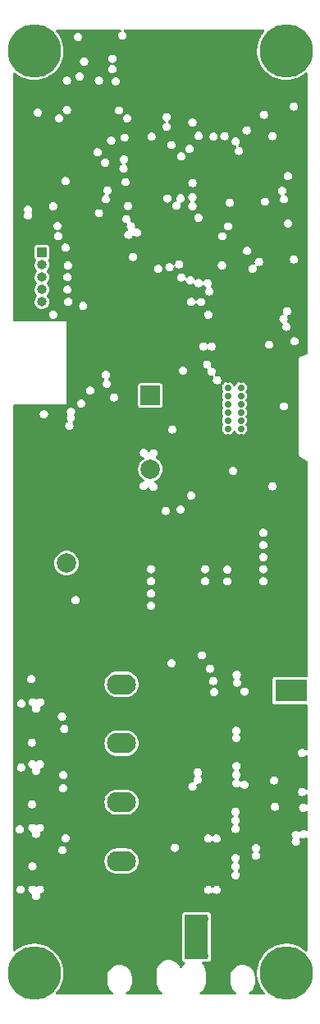
<source format=gbr>
%TF.GenerationSoftware,KiCad,Pcbnew,(6.0.1)*%
%TF.CreationDate,2022-09-22T22:29:04+02:00*%
%TF.ProjectId,kp-ptr,6b702d70-7472-42e6-9b69-6361645f7063,rev?*%
%TF.SameCoordinates,Original*%
%TF.FileFunction,Copper,L2,Inr*%
%TF.FilePolarity,Positive*%
%FSLAX46Y46*%
G04 Gerber Fmt 4.6, Leading zero omitted, Abs format (unit mm)*
G04 Created by KiCad (PCBNEW (6.0.1)) date 2022-09-22 22:29:04*
%MOMM*%
%LPD*%
G01*
G04 APERTURE LIST*
G04 Aperture macros list*
%AMRoundRect*
0 Rectangle with rounded corners*
0 $1 Rounding radius*
0 $2 $3 $4 $5 $6 $7 $8 $9 X,Y pos of 4 corners*
0 Add a 4 corners polygon primitive as box body*
4,1,4,$2,$3,$4,$5,$6,$7,$8,$9,$2,$3,0*
0 Add four circle primitives for the rounded corners*
1,1,$1+$1,$2,$3*
1,1,$1+$1,$4,$5*
1,1,$1+$1,$6,$7*
1,1,$1+$1,$8,$9*
0 Add four rect primitives between the rounded corners*
20,1,$1+$1,$2,$3,$4,$5,0*
20,1,$1+$1,$4,$5,$6,$7,0*
20,1,$1+$1,$6,$7,$8,$9,0*
20,1,$1+$1,$8,$9,$2,$3,0*%
G04 Aperture macros list end*
%TA.AperFunction,ComponentPad*%
%ADD10R,1.000000X1.000000*%
%TD*%
%TA.AperFunction,ComponentPad*%
%ADD11O,1.000000X1.000000*%
%TD*%
%TA.AperFunction,ComponentPad*%
%ADD12R,2.413000X4.572000*%
%TD*%
%TA.AperFunction,ComponentPad*%
%ADD13C,0.700000*%
%TD*%
%TA.AperFunction,ComponentPad*%
%ADD14O,3.200000X1.300000*%
%TD*%
%TA.AperFunction,ComponentPad*%
%ADD15O,2.500000X1.300000*%
%TD*%
%TA.AperFunction,ComponentPad*%
%ADD16RoundRect,1.050000X0.450000X0.000000X0.450000X0.000000X-0.450000X0.000000X-0.450000X0.000000X0*%
%TD*%
%TA.AperFunction,ComponentPad*%
%ADD17C,2.000000*%
%TD*%
%TA.AperFunction,ComponentPad*%
%ADD18R,2.000000X2.000000*%
%TD*%
%TA.AperFunction,ComponentPad*%
%ADD19R,3.302000X2.286000*%
%TD*%
%TA.AperFunction,ComponentPad*%
%ADD20R,3.302000X2.447000*%
%TD*%
%TA.AperFunction,ViaPad*%
%ADD21C,5.500000*%
%TD*%
%TA.AperFunction,ViaPad*%
%ADD22C,0.700000*%
%TD*%
G04 APERTURE END LIST*
D10*
%TO.N,+3V3*%
%TO.C,J1*%
X144399000Y-55372000D03*
D11*
%TO.N,U0RXD*%
X144399000Y-56642000D03*
%TO.N,U0TXD*%
X144399000Y-57912000D03*
%TO.N,BOOT_PIN*%
X144399000Y-59182000D03*
%TO.N,Net-(J1-Pad5)*%
X144399000Y-60452000D03*
%TO.N,Earth*%
X144399000Y-61722000D03*
%TD*%
D12*
%TO.N,VCC*%
%TO.C,J2*%
X160337500Y-125907800D03*
%TO.N,Earth*%
X157162500Y-125907800D03*
%TD*%
D13*
%TO.N,Earth*%
%TO.C,J4*%
X163578000Y-68449800D03*
%TO.N,VBUS*%
X163578000Y-69299800D03*
%TO.N,unconnected-(J4-PadA5)*%
X163578000Y-70149800D03*
%TO.N,Net-(J4-PadA6)*%
X163578000Y-70999800D03*
%TO.N,Net-(J4-PadA7)*%
X163578000Y-71849800D03*
%TO.N,unconnected-(J4-PadA8)*%
X163578000Y-72699800D03*
%TO.N,VBUS*%
X163578000Y-73549800D03*
%TO.N,Earth*%
X163578000Y-74399800D03*
X164928000Y-74399800D03*
%TO.N,VBUS*%
X164928000Y-73549800D03*
%TO.N,unconnected-(J4-PadB5)*%
X164928000Y-72699800D03*
%TO.N,Net-(J4-PadA6)*%
X164928000Y-71849800D03*
%TO.N,Net-(J4-PadA7)*%
X164928000Y-70999800D03*
%TO.N,unconnected-(J4-PadB8)*%
X164928000Y-70149800D03*
%TO.N,VBUS*%
X164928000Y-69299800D03*
%TO.N,Earth*%
X164928000Y-68449800D03*
D14*
X164078000Y-75749800D03*
D15*
X168378000Y-75749800D03*
X168378000Y-67099800D03*
D14*
X164078000Y-67099800D03*
%TD*%
D16*
%TO.N,Earth*%
%TO.C,J12*%
X152600000Y-108474333D03*
%TO.N,Net-(F4-Pad2)*%
X152600000Y-105934333D03*
%TD*%
D17*
%TO.N,Net-(ANT1-Pad1)*%
%TO.C,ANT1*%
X146928000Y-87376000D03*
%TD*%
D16*
%TO.N,Earth*%
%TO.C,J11*%
X152600000Y-114547666D03*
%TO.N,Net-(F3-Pad2)*%
X152600000Y-112007666D03*
%TD*%
D18*
%TO.N,+3V3*%
%TO.C,LS1*%
X155575000Y-70114000D03*
D17*
%TO.N,Net-(D14-Pad2)*%
X155575000Y-77714000D03*
%TD*%
D16*
%TO.N,Earth*%
%TO.C,J13*%
X152600000Y-102401000D03*
%TO.N,Net-(F5-Pad2)*%
X152600000Y-99861000D03*
%TD*%
%TO.N,Earth*%
%TO.C,J10*%
X152600000Y-120620999D03*
%TO.N,Net-(F2-Pad2)*%
X152600000Y-118080999D03*
%TD*%
D19*
%TO.N,VCC*%
%TO.C,J7*%
X170078400Y-100507800D03*
D20*
%TO.N,Earth*%
X170078400Y-97667300D03*
%TD*%
D21*
%TO.N,*%
X143600000Y-34600000D03*
X169600000Y-34600000D03*
X169600000Y-129600000D03*
X143600000Y-129600000D03*
D22*
%TO.N,Earth*%
X170484800Y-51612800D03*
X164310000Y-94620000D03*
X147066000Y-61417200D03*
X155279900Y-54356000D03*
X148310000Y-50620000D03*
X144830800Y-83261200D03*
X163474400Y-91135200D03*
X171399200Y-48615600D03*
X166116000Y-35610800D03*
X155194000Y-63288614D03*
X146710400Y-32969200D03*
X165049200Y-41183100D03*
X154486893Y-62581507D03*
X168910000Y-123596400D03*
X143408400Y-37998400D03*
X142951200Y-59791600D03*
X157315321Y-62581507D03*
X145135600Y-40843200D03*
X171196000Y-122377200D03*
X169113200Y-92557600D03*
X155901107Y-62581507D03*
X142036800Y-72288400D03*
X151638000Y-52222400D03*
X168148000Y-111099600D03*
X141986000Y-73253600D03*
X162610800Y-130657600D03*
X167792400Y-99542600D03*
X170789600Y-111760000D03*
X150317200Y-69596000D03*
X164185600Y-101701600D03*
X143052800Y-55321200D03*
X165709600Y-127203200D03*
X153263600Y-119938800D03*
X161900000Y-94030000D03*
X144068800Y-53695600D03*
X171297600Y-37795200D03*
X156608214Y-61874400D03*
X169214800Y-103022400D03*
X158750000Y-84886800D03*
X141935200Y-71424800D03*
X171450000Y-64109600D03*
X165620000Y-98520000D03*
X154790000Y-110300000D03*
X156972000Y-96113600D03*
X163626800Y-84886800D03*
X149230000Y-48530000D03*
X144390000Y-49500000D03*
X155901107Y-61167293D03*
X162001200Y-108839000D03*
X151536400Y-73964800D03*
X153072680Y-62581507D03*
X158920000Y-113960000D03*
X168452800Y-48412400D03*
X147574000Y-69697600D03*
X154584400Y-32766000D03*
X148437600Y-115773200D03*
X142392400Y-76962000D03*
X169824400Y-81127600D03*
X168198800Y-56540400D03*
X141833600Y-126441200D03*
X166624000Y-59131200D03*
X164515800Y-106730800D03*
X155194000Y-64702827D03*
X142646400Y-83261200D03*
X164031367Y-45671367D03*
X151942800Y-101752400D03*
X159308800Y-91135200D03*
X147828000Y-56083200D03*
X156946600Y-117729000D03*
X163017200Y-83210400D03*
X165150800Y-50190400D03*
X168249600Y-82956400D03*
X153822400Y-131267200D03*
X143637000Y-96824800D03*
X147370800Y-66954400D03*
X154584400Y-116636800D03*
X168960800Y-98399600D03*
X166344600Y-112852200D03*
X162763200Y-52120800D03*
X159156400Y-52171600D03*
X171246800Y-97028000D03*
X170129200Y-117348000D03*
X162153600Y-122224800D03*
X171450000Y-55219600D03*
X165404800Y-59131200D03*
X171297600Y-79908400D03*
X141808200Y-99187000D03*
X167792400Y-62433200D03*
X148539200Y-59893200D03*
X153779787Y-63288614D03*
X159664400Y-82600800D03*
X149148800Y-41960800D03*
X163271200Y-102616000D03*
X163118800Y-34645600D03*
X150571200Y-131368800D03*
X147320000Y-128270000D03*
X157581600Y-46939200D03*
X145542000Y-92811600D03*
X157700000Y-99790000D03*
X166674800Y-60198000D03*
X141808200Y-112064800D03*
X165404800Y-60198000D03*
X141782800Y-94488000D03*
X171450000Y-59540000D03*
X151333200Y-79756000D03*
X156362400Y-127812800D03*
X151942800Y-115214400D03*
X155194000Y-61874400D03*
X167894000Y-71170800D03*
X155600400Y-49428400D03*
X149199600Y-64363600D03*
X164388800Y-64973200D03*
X165430200Y-112953800D03*
X162052000Y-53848000D03*
X170942000Y-77419200D03*
X163195000Y-111988600D03*
X170992800Y-126085600D03*
X160350200Y-113334800D03*
X164920000Y-52790000D03*
X148793200Y-86969600D03*
X170992800Y-65176400D03*
X147370800Y-67716400D03*
X151942800Y-113893600D03*
X148285200Y-82905600D03*
X142138400Y-80213200D03*
X150044000Y-125918000D03*
X154380000Y-98540000D03*
X164439600Y-55524400D03*
X144221200Y-89458800D03*
X169214800Y-102260400D03*
X153263600Y-115214400D03*
X141808200Y-118465600D03*
X141986000Y-61976000D03*
X145491200Y-76962000D03*
X165608000Y-115925600D03*
X169570400Y-79908400D03*
X148132800Y-78638400D03*
X157886400Y-53797200D03*
X163372800Y-125679200D03*
X157073600Y-37693600D03*
X171246800Y-93522800D03*
X160050000Y-86750000D03*
X157700000Y-100679000D03*
X170434000Y-68580000D03*
X156972000Y-74269600D03*
X165608000Y-104089200D03*
X154584400Y-36474400D03*
X168656000Y-103835200D03*
X155770000Y-73355200D03*
X144983200Y-126187200D03*
X144322800Y-79756000D03*
X166827200Y-123596400D03*
X155956000Y-131267200D03*
X171348400Y-119888000D03*
X145135600Y-47904400D03*
X148082000Y-81178400D03*
X162763200Y-128727200D03*
X147929600Y-58166000D03*
X157886400Y-40436800D03*
X149098000Y-37693600D03*
X145643600Y-54864000D03*
X157988000Y-124002800D03*
X150774400Y-54965600D03*
X151790400Y-82956400D03*
X159715200Y-84886800D03*
X162052000Y-48666400D03*
X164795200Y-84886800D03*
X156362400Y-124002800D03*
X144830800Y-86207600D03*
X168148000Y-54813200D03*
X153619200Y-124764800D03*
X169113200Y-119735600D03*
X150215600Y-62433200D03*
X146964400Y-89357200D03*
X157190000Y-110080000D03*
X141833600Y-109880400D03*
X149910800Y-127558800D03*
X151942800Y-103073200D03*
X157200000Y-108730000D03*
X165760400Y-81127600D03*
X142646400Y-86156800D03*
X161696400Y-64008000D03*
X169113200Y-118618000D03*
X158000000Y-77900000D03*
X156190000Y-86580000D03*
X162915600Y-79756000D03*
X141884400Y-37795200D03*
X171196000Y-94843600D03*
X171246800Y-98399600D03*
X161112200Y-113334800D03*
X159461200Y-83616800D03*
X163271200Y-101701600D03*
X153263600Y-107797600D03*
X161569400Y-107238800D03*
X157175200Y-124612400D03*
X141986000Y-45212000D03*
X169926000Y-94843600D03*
X165404800Y-62433200D03*
X171297600Y-118668800D03*
X157683200Y-104495600D03*
X171348400Y-54102000D03*
X141986000Y-123545600D03*
X149126538Y-102831357D03*
X165760400Y-82245200D03*
X163169600Y-111023400D03*
X170332400Y-73050400D03*
X160756600Y-113824550D03*
X146710400Y-131318000D03*
X157988000Y-127812800D03*
X153263600Y-101752400D03*
X153263600Y-121259600D03*
X145237200Y-88493600D03*
X167944800Y-37693600D03*
X151942800Y-51409600D03*
X153670000Y-127660400D03*
X156946600Y-118618000D03*
X154486893Y-61167293D03*
X149758400Y-88239600D03*
X161950400Y-56591200D03*
X144068800Y-52730400D03*
X168402000Y-107492800D03*
X168910000Y-97028000D03*
X141884400Y-88950800D03*
X141732000Y-103682800D03*
X157700000Y-98901000D03*
X160426400Y-37998400D03*
X153263600Y-103073200D03*
X157734000Y-94742000D03*
X170434000Y-42976800D03*
X165455600Y-122123200D03*
X160324800Y-40233600D03*
X171348400Y-108407200D03*
X162100000Y-86750000D03*
X165455600Y-54356000D03*
X141986000Y-40589200D03*
X171400000Y-57960000D03*
X163118800Y-32766000D03*
X166674800Y-62433200D03*
X171297600Y-43738800D03*
X162255200Y-50241200D03*
X158902400Y-70053200D03*
X151282400Y-96926400D03*
X168249600Y-81737200D03*
X141833600Y-115671600D03*
X166573200Y-131368800D03*
X166420800Y-42926000D03*
X146964400Y-92811600D03*
X154730000Y-104220000D03*
X156946600Y-119507000D03*
X141808200Y-105714800D03*
X157190000Y-107460000D03*
X162102800Y-113284000D03*
X163118800Y-36525200D03*
X164185600Y-102616000D03*
X154486893Y-63995721D03*
X153263600Y-109118400D03*
X156608214Y-63288614D03*
X169773600Y-45161200D03*
X166471600Y-32766000D03*
X148234400Y-109423200D03*
X151942800Y-107797600D03*
X153263600Y-113893600D03*
X153779787Y-61874400D03*
X166522400Y-73253600D03*
X151942800Y-109118400D03*
X151942800Y-121259600D03*
X141986000Y-48666400D03*
X157226000Y-127101600D03*
X164840000Y-48380000D03*
X148894800Y-96266000D03*
X155901107Y-63995721D03*
X154584400Y-34620200D03*
X150894340Y-53278800D03*
X151942800Y-119938800D03*
X159332711Y-46099845D03*
X149758400Y-91186000D03*
X151333200Y-76657200D03*
X151384000Y-123748800D03*
X155194000Y-60460187D03*
X157683200Y-103733600D03*
X157276800Y-38760400D03*
%TO.N,VCC*%
X168910000Y-101142800D03*
X160324800Y-124714000D03*
X161188400Y-124002800D03*
X159512000Y-127812800D03*
X168910000Y-99872800D03*
X159512000Y-124002800D03*
X160324800Y-127050800D03*
X171246800Y-99872800D03*
X161188400Y-127812800D03*
X171246800Y-101142800D03*
%TO.N,Net-(F2-Pad2)*%
X151942800Y-117398800D03*
X151942800Y-118719600D03*
X153263600Y-117398800D03*
X153263600Y-118719600D03*
%TO.N,Net-(F3-Pad2)*%
X153263600Y-111353600D03*
X153263600Y-112674400D03*
X151942800Y-112674400D03*
X151942800Y-111353600D03*
%TO.N,Net-(F4-Pad2)*%
X153263600Y-105257600D03*
X151942800Y-105257600D03*
X151942800Y-106578400D03*
X153263600Y-106578400D03*
%TO.N,Net-(F5-Pad2)*%
X151942800Y-100533200D03*
X153263600Y-100533200D03*
X153263600Y-99212400D03*
X151942800Y-99212400D03*
%TD*%
%TA.AperFunction,Conductor*%
%TO.N,Earth*%
G36*
X152529870Y-32420002D02*
G01*
X152576363Y-32473658D01*
X152586467Y-32543932D01*
X152556973Y-32608512D01*
X152518952Y-32638267D01*
X152461008Y-32667791D01*
X152461007Y-32667792D01*
X152452175Y-32672292D01*
X152357092Y-32767375D01*
X152296044Y-32887187D01*
X152275009Y-33020000D01*
X152296044Y-33152813D01*
X152310454Y-33181093D01*
X152351592Y-33261830D01*
X152357092Y-33272625D01*
X152452175Y-33367708D01*
X152461007Y-33372208D01*
X152461008Y-33372209D01*
X152512081Y-33398232D01*
X152571987Y-33428756D01*
X152704800Y-33449791D01*
X152837613Y-33428756D01*
X152897519Y-33398232D01*
X152948592Y-33372209D01*
X152948593Y-33372208D01*
X152957425Y-33367708D01*
X153052508Y-33272625D01*
X153058009Y-33261830D01*
X153099146Y-33181093D01*
X153113556Y-33152813D01*
X153134591Y-33020000D01*
X153113556Y-32887187D01*
X153052508Y-32767375D01*
X152957425Y-32672292D01*
X152948593Y-32667792D01*
X152948592Y-32667791D01*
X152890648Y-32638267D01*
X152839033Y-32589518D01*
X152821967Y-32520603D01*
X152844868Y-32453402D01*
X152900466Y-32409250D01*
X152947851Y-32400000D01*
X167248585Y-32400000D01*
X167316706Y-32420002D01*
X167363199Y-32473658D01*
X167373303Y-32543932D01*
X167343303Y-32608881D01*
X167342472Y-32609721D01*
X167128676Y-32882385D01*
X167126783Y-32885474D01*
X167126781Y-32885477D01*
X167110060Y-32912764D01*
X166947636Y-33177815D01*
X166946117Y-33181087D01*
X166946114Y-33181093D01*
X166888500Y-33305213D01*
X166801752Y-33492095D01*
X166800612Y-33495542D01*
X166772503Y-33580537D01*
X166692957Y-33821060D01*
X166692221Y-33824615D01*
X166692220Y-33824618D01*
X166673228Y-33916330D01*
X166622694Y-34160350D01*
X166591893Y-34505466D01*
X166600963Y-34851836D01*
X166649784Y-35194868D01*
X166737708Y-35530015D01*
X166863570Y-35852835D01*
X166899817Y-35921294D01*
X167016777Y-36142191D01*
X167025703Y-36159050D01*
X167027755Y-36162035D01*
X167027760Y-36162044D01*
X167219899Y-36441608D01*
X167219905Y-36441615D01*
X167221956Y-36444600D01*
X167256495Y-36484193D01*
X167403676Y-36652909D01*
X167449729Y-36705701D01*
X167706002Y-36938892D01*
X167708960Y-36941017D01*
X167708963Y-36941020D01*
X167882967Y-37066055D01*
X167987380Y-37141083D01*
X168290132Y-37309592D01*
X168610246Y-37442188D01*
X168613740Y-37443183D01*
X168613742Y-37443184D01*
X168939977Y-37536114D01*
X168939982Y-37536115D01*
X168943478Y-37537111D01*
X169178649Y-37575622D01*
X169281832Y-37592519D01*
X169281836Y-37592519D01*
X169285412Y-37593105D01*
X169289038Y-37593276D01*
X169627889Y-37609256D01*
X169627890Y-37609256D01*
X169631516Y-37609427D01*
X169638128Y-37608976D01*
X169973570Y-37586108D01*
X169973577Y-37586107D01*
X169977202Y-37585860D01*
X169980778Y-37585197D01*
X169980780Y-37585197D01*
X170314323Y-37523379D01*
X170314327Y-37523378D01*
X170317888Y-37522718D01*
X170649060Y-37420836D01*
X170935513Y-37295092D01*
X170962991Y-37283030D01*
X170962992Y-37283030D01*
X170966326Y-37281566D01*
X171265483Y-37106753D01*
X171281464Y-37094754D01*
X171539657Y-36900897D01*
X171539661Y-36900894D01*
X171542564Y-36898714D01*
X171587268Y-36856291D01*
X171650448Y-36823910D01*
X171721107Y-36830826D01*
X171776810Y-36874846D01*
X171800000Y-36947689D01*
X171800000Y-65745971D01*
X171779998Y-65814092D01*
X171726342Y-65860585D01*
X171718687Y-65863781D01*
X171139143Y-66083610D01*
X171128128Y-66087218D01*
X171126033Y-66087799D01*
X171114440Y-66088803D01*
X171103986Y-66093913D01*
X171081505Y-66104902D01*
X171070860Y-66109511D01*
X171063512Y-66112298D01*
X171058561Y-66115311D01*
X171058557Y-66115313D01*
X171056776Y-66116397D01*
X171046607Y-66121961D01*
X171014034Y-66137883D01*
X171006122Y-66146412D01*
X171004749Y-66147432D01*
X171004080Y-66147883D01*
X171003511Y-66148442D01*
X171002229Y-66149592D01*
X170992289Y-66155640D01*
X170970161Y-66184397D01*
X170962701Y-66193221D01*
X170938029Y-66219817D01*
X170933716Y-66230626D01*
X170932797Y-66232080D01*
X170932338Y-66232737D01*
X170932017Y-66233445D01*
X170931226Y-66234996D01*
X170924134Y-66244213D01*
X170920836Y-66255363D01*
X170920833Y-66255369D01*
X170913848Y-66278985D01*
X170910053Y-66289938D01*
X170896615Y-66323620D01*
X170896000Y-66329893D01*
X170896000Y-66332982D01*
X170895850Y-66336045D01*
X170895747Y-66336040D01*
X170895487Y-66341063D01*
X170892435Y-66351382D01*
X170893373Y-66362980D01*
X170895590Y-66390402D01*
X170896000Y-66400557D01*
X170896000Y-76142555D01*
X170895504Y-76153724D01*
X170892190Y-76190962D01*
X170895399Y-76202141D01*
X170901996Y-76225127D01*
X170904755Y-76236815D01*
X170911265Y-76271770D01*
X170917368Y-76281670D01*
X170918453Y-76284483D01*
X170919812Y-76287201D01*
X170923021Y-76298383D01*
X170930040Y-76307659D01*
X170930041Y-76307661D01*
X170944473Y-76326733D01*
X170951254Y-76336643D01*
X170969909Y-76366907D01*
X170979169Y-76373949D01*
X170981629Y-76376661D01*
X170983100Y-76378435D01*
X170985090Y-76380413D01*
X170990457Y-76387505D01*
X170995508Y-76391275D01*
X170998146Y-76392869D01*
X170998154Y-76392874D01*
X171021106Y-76406739D01*
X171032220Y-76414290D01*
X171058869Y-76434554D01*
X171070044Y-76437790D01*
X171080392Y-76442994D01*
X171088931Y-76447711D01*
X171739151Y-76840504D01*
X171787116Y-76892848D01*
X171800000Y-76948353D01*
X171800000Y-98984300D01*
X171779998Y-99052421D01*
X171726342Y-99098914D01*
X171674000Y-99110300D01*
X168641744Y-99110301D01*
X168402334Y-99110301D01*
X168366582Y-99117412D01*
X168340274Y-99122644D01*
X168340272Y-99122645D01*
X168328099Y-99125066D01*
X168317779Y-99131961D01*
X168317778Y-99131962D01*
X168268348Y-99164991D01*
X168243916Y-99181316D01*
X168187666Y-99265499D01*
X168172900Y-99339733D01*
X168172901Y-101675866D01*
X168187666Y-101750101D01*
X168243916Y-101834284D01*
X168328099Y-101890534D01*
X168402333Y-101905300D01*
X168641674Y-101905300D01*
X171674000Y-101905299D01*
X171742121Y-101925301D01*
X171788614Y-101978957D01*
X171800000Y-102031299D01*
X171800000Y-106582677D01*
X171779998Y-106650798D01*
X171726342Y-106697291D01*
X171656068Y-106707395D01*
X171591488Y-106677901D01*
X171584905Y-106671772D01*
X171499425Y-106586292D01*
X171490593Y-106581792D01*
X171490592Y-106581791D01*
X171439519Y-106555768D01*
X171379613Y-106525244D01*
X171246800Y-106504209D01*
X171113987Y-106525244D01*
X171054081Y-106555768D01*
X171003008Y-106581791D01*
X171003007Y-106581792D01*
X170994175Y-106586292D01*
X170899092Y-106681375D01*
X170838044Y-106801187D01*
X170817009Y-106934000D01*
X170838044Y-107066813D01*
X170842545Y-107075646D01*
X170886648Y-107162202D01*
X170899092Y-107186625D01*
X170994175Y-107281708D01*
X171003007Y-107286208D01*
X171003008Y-107286209D01*
X171054081Y-107312232D01*
X171113987Y-107342756D01*
X171246800Y-107363791D01*
X171379613Y-107342756D01*
X171439519Y-107312232D01*
X171490592Y-107286209D01*
X171490593Y-107286208D01*
X171499425Y-107281708D01*
X171584905Y-107196228D01*
X171647217Y-107162202D01*
X171718032Y-107167267D01*
X171774868Y-107209814D01*
X171799679Y-107276334D01*
X171800000Y-107285323D01*
X171800000Y-110595877D01*
X171779998Y-110663998D01*
X171726342Y-110710491D01*
X171656068Y-110720595D01*
X171591488Y-110691101D01*
X171584905Y-110684972D01*
X171499425Y-110599492D01*
X171490593Y-110594992D01*
X171490592Y-110594991D01*
X171395645Y-110546613D01*
X171379613Y-110538444D01*
X171246800Y-110517409D01*
X171113987Y-110538444D01*
X171097955Y-110546613D01*
X171003008Y-110594991D01*
X171003007Y-110594992D01*
X170994175Y-110599492D01*
X170899092Y-110694575D01*
X170838044Y-110814387D01*
X170817009Y-110947200D01*
X170838044Y-111080013D01*
X170842545Y-111088846D01*
X170886648Y-111175402D01*
X170899092Y-111199825D01*
X170994175Y-111294908D01*
X171003007Y-111299408D01*
X171003008Y-111299409D01*
X171054081Y-111325432D01*
X171113987Y-111355956D01*
X171246800Y-111376991D01*
X171379613Y-111355956D01*
X171439519Y-111325432D01*
X171490592Y-111299409D01*
X171490593Y-111299408D01*
X171499425Y-111294908D01*
X171584905Y-111209428D01*
X171647217Y-111175402D01*
X171718032Y-111180467D01*
X171774868Y-111223014D01*
X171799679Y-111289534D01*
X171800000Y-111298523D01*
X171800000Y-112124285D01*
X171779998Y-112192406D01*
X171726342Y-112238899D01*
X171656068Y-112249003D01*
X171603665Y-112227732D01*
X171601025Y-112225092D01*
X171481213Y-112164044D01*
X171348400Y-112143009D01*
X171215587Y-112164044D01*
X171159924Y-112192406D01*
X171104608Y-112220591D01*
X171104607Y-112220592D01*
X171095775Y-112225092D01*
X171000692Y-112320175D01*
X170996192Y-112329007D01*
X170996191Y-112329008D01*
X170980988Y-112358846D01*
X170939644Y-112439987D01*
X170918609Y-112572800D01*
X170920160Y-112582593D01*
X170926315Y-112621455D01*
X170939644Y-112705613D01*
X171000692Y-112825425D01*
X171095775Y-112920508D01*
X171104607Y-112925008D01*
X171104608Y-112925009D01*
X171155681Y-112951032D01*
X171215587Y-112981556D01*
X171348400Y-113002591D01*
X171481213Y-112981556D01*
X171601025Y-112920508D01*
X171603381Y-112918152D01*
X171666802Y-112895521D01*
X171735954Y-112911598D01*
X171785436Y-112962510D01*
X171800000Y-113021315D01*
X171800000Y-114867485D01*
X171779998Y-114935606D01*
X171726342Y-114982099D01*
X171656068Y-114992203D01*
X171603665Y-114970932D01*
X171601025Y-114968292D01*
X171481213Y-114907244D01*
X171348400Y-114886209D01*
X171215587Y-114907244D01*
X171168925Y-114931020D01*
X171104608Y-114963791D01*
X171104607Y-114963792D01*
X171095775Y-114968292D01*
X171031095Y-115032972D01*
X170968783Y-115066998D01*
X170897968Y-115061933D01*
X170852905Y-115032972D01*
X170839025Y-115019092D01*
X170830193Y-115014592D01*
X170830192Y-115014591D01*
X170741535Y-114969418D01*
X170719213Y-114958044D01*
X170586400Y-114937009D01*
X170453587Y-114958044D01*
X170431265Y-114969418D01*
X170342608Y-115014591D01*
X170342607Y-115014592D01*
X170333775Y-115019092D01*
X170238692Y-115114175D01*
X170177644Y-115233987D01*
X170156609Y-115366800D01*
X170158160Y-115376593D01*
X170162992Y-115407103D01*
X170177644Y-115499613D01*
X170182145Y-115508446D01*
X170223489Y-115589587D01*
X170238692Y-115619425D01*
X170252572Y-115633305D01*
X170286598Y-115695617D01*
X170281533Y-115766432D01*
X170252572Y-115811495D01*
X170238692Y-115825375D01*
X170234192Y-115834207D01*
X170234191Y-115834208D01*
X170218988Y-115864046D01*
X170177644Y-115945187D01*
X170156609Y-116078000D01*
X170177644Y-116210813D01*
X170182145Y-116219646D01*
X170220920Y-116295745D01*
X170238692Y-116330625D01*
X170333775Y-116425708D01*
X170342607Y-116430208D01*
X170342608Y-116430209D01*
X170376298Y-116447375D01*
X170453587Y-116486756D01*
X170586400Y-116507791D01*
X170719213Y-116486756D01*
X170796502Y-116447375D01*
X170830192Y-116430209D01*
X170830193Y-116430208D01*
X170839025Y-116425708D01*
X170934108Y-116330625D01*
X170951881Y-116295745D01*
X170990655Y-116219646D01*
X170995156Y-116210813D01*
X171016191Y-116078000D01*
X170995156Y-115945187D01*
X170990654Y-115936352D01*
X170990653Y-115936348D01*
X170942215Y-115841284D01*
X170929110Y-115771508D01*
X170955810Y-115705723D01*
X171013837Y-115664816D01*
X171084768Y-115661775D01*
X171111684Y-115671815D01*
X171206748Y-115720253D01*
X171206752Y-115720254D01*
X171215587Y-115724756D01*
X171348400Y-115745791D01*
X171481213Y-115724756D01*
X171601025Y-115663708D01*
X171603381Y-115661352D01*
X171666802Y-115638721D01*
X171735954Y-115654798D01*
X171785436Y-115705710D01*
X171800000Y-115764515D01*
X171800000Y-127254350D01*
X171779998Y-127322471D01*
X171726342Y-127368964D01*
X171656068Y-127379068D01*
X171592170Y-127350161D01*
X171550057Y-127314193D01*
X171419597Y-127202770D01*
X171132007Y-127009518D01*
X171128798Y-127007862D01*
X171128790Y-127007857D01*
X170827331Y-126852263D01*
X170824111Y-126850601D01*
X170820730Y-126849323D01*
X170820720Y-126849319D01*
X170503389Y-126729410D01*
X170499991Y-126728126D01*
X170163941Y-126643716D01*
X170019050Y-126624641D01*
X169824021Y-126598964D01*
X169824013Y-126598963D01*
X169820417Y-126598490D01*
X169677229Y-126596241D01*
X169477613Y-126593105D01*
X169477609Y-126593105D01*
X169473971Y-126593048D01*
X169470357Y-126593409D01*
X169470351Y-126593409D01*
X169227044Y-126617695D01*
X169129196Y-126627461D01*
X169009304Y-126653602D01*
X168794205Y-126700501D01*
X168794200Y-126700502D01*
X168790661Y-126701274D01*
X168462853Y-126813507D01*
X168150118Y-126962674D01*
X167856600Y-127146798D01*
X167853766Y-127149068D01*
X167853761Y-127149072D01*
X167789254Y-127200752D01*
X167586190Y-127363437D01*
X167342472Y-127609721D01*
X167128676Y-127882385D01*
X166947636Y-128177815D01*
X166946117Y-128181087D01*
X166946114Y-128181093D01*
X166897394Y-128286051D01*
X166801752Y-128492095D01*
X166800612Y-128495542D01*
X166709125Y-128772174D01*
X166692957Y-128821060D01*
X166692221Y-128824615D01*
X166692220Y-128824618D01*
X166634439Y-129103633D01*
X166622694Y-129160350D01*
X166618462Y-129207770D01*
X166597482Y-129442848D01*
X166591893Y-129505466D01*
X166591988Y-129509096D01*
X166591988Y-129509097D01*
X166599955Y-129813344D01*
X166600963Y-129851836D01*
X166649784Y-130194868D01*
X166737708Y-130530015D01*
X166863570Y-130852835D01*
X166914083Y-130948238D01*
X166995832Y-131102633D01*
X167025703Y-131159050D01*
X167027755Y-131162035D01*
X167027760Y-131162044D01*
X167219899Y-131441608D01*
X167219905Y-131441615D01*
X167221956Y-131444600D01*
X167224344Y-131447337D01*
X167349818Y-131591171D01*
X167379526Y-131655653D01*
X167369656Y-131725960D01*
X167323343Y-131779770D01*
X167254869Y-131800000D01*
X165878012Y-131800000D01*
X165809891Y-131779998D01*
X165763398Y-131726342D01*
X165753294Y-131656068D01*
X165782788Y-131591488D01*
X165801308Y-131574038D01*
X165948115Y-131461389D01*
X165948123Y-131461381D01*
X165952573Y-131457967D01*
X165956346Y-131453821D01*
X165956351Y-131453816D01*
X166099507Y-131296489D01*
X166103286Y-131292336D01*
X166222286Y-131102633D01*
X166305812Y-130894856D01*
X166351224Y-130675572D01*
X166354500Y-130618752D01*
X166354500Y-129973981D01*
X166351722Y-129942848D01*
X166346650Y-129886028D01*
X166339664Y-129807749D01*
X166280573Y-129591749D01*
X166241151Y-129509097D01*
X166186583Y-129394693D01*
X166186582Y-129394691D01*
X166184166Y-129389626D01*
X166129352Y-129313344D01*
X166056766Y-129212330D01*
X166056764Y-129212328D01*
X166053489Y-129207770D01*
X165939349Y-129097160D01*
X165896701Y-129055831D01*
X165896698Y-129055829D01*
X165892674Y-129051929D01*
X165766745Y-128967309D01*
X165711460Y-128930159D01*
X165711457Y-128930157D01*
X165706803Y-128927030D01*
X165501752Y-128837018D01*
X165284002Y-128784741D01*
X165199857Y-128779889D01*
X165066043Y-128772174D01*
X165066040Y-128772174D01*
X165060436Y-128771851D01*
X164838120Y-128798754D01*
X164624083Y-128864600D01*
X164619103Y-128867170D01*
X164619099Y-128867172D01*
X164441250Y-128958967D01*
X164425088Y-128967309D01*
X164247427Y-129103633D01*
X164243654Y-129107779D01*
X164243649Y-129107784D01*
X164110525Y-129254086D01*
X164096714Y-129269264D01*
X163977714Y-129458967D01*
X163894188Y-129666744D01*
X163848776Y-129886028D01*
X163845500Y-129942848D01*
X163845500Y-130587619D01*
X163845749Y-130590406D01*
X163845749Y-130590412D01*
X163848441Y-130620575D01*
X163860336Y-130753851D01*
X163919427Y-130969851D01*
X163921839Y-130974909D01*
X163921841Y-130974913D01*
X164013417Y-131166907D01*
X164015834Y-131171974D01*
X164146511Y-131353830D01*
X164307326Y-131509671D01*
X164311981Y-131512799D01*
X164396240Y-131569418D01*
X164441626Y-131624014D01*
X164450289Y-131694480D01*
X164419481Y-131758444D01*
X164358982Y-131795597D01*
X164325965Y-131800000D01*
X160798012Y-131800000D01*
X160729891Y-131779998D01*
X160683398Y-131726342D01*
X160673294Y-131656068D01*
X160702788Y-131591488D01*
X160721308Y-131574038D01*
X160868115Y-131461389D01*
X160868123Y-131461381D01*
X160872573Y-131457967D01*
X160876346Y-131453821D01*
X160876351Y-131453816D01*
X161019507Y-131296489D01*
X161023286Y-131292336D01*
X161142286Y-131102633D01*
X161225812Y-130894856D01*
X161271224Y-130675572D01*
X161274500Y-130618752D01*
X161274500Y-129473981D01*
X161271722Y-129442848D01*
X161266564Y-129385064D01*
X161259664Y-129307749D01*
X161200573Y-129091749D01*
X161183442Y-129055831D01*
X161106583Y-128894693D01*
X161106582Y-128894691D01*
X161104166Y-128889626D01*
X161052421Y-128817615D01*
X160976766Y-128712330D01*
X160976764Y-128712328D01*
X160973489Y-128707770D01*
X160929130Y-128664783D01*
X160894130Y-128603013D01*
X160898082Y-128532126D01*
X160939731Y-128474629D01*
X161005853Y-128448777D01*
X161016815Y-128448299D01*
X161569066Y-128448299D01*
X161604818Y-128441188D01*
X161631126Y-128435956D01*
X161631128Y-128435955D01*
X161643301Y-128433534D01*
X161653621Y-128426639D01*
X161653622Y-128426638D01*
X161717168Y-128384177D01*
X161727484Y-128377284D01*
X161783734Y-128293101D01*
X161798500Y-128218867D01*
X161798499Y-123596734D01*
X161783734Y-123522499D01*
X161727484Y-123438316D01*
X161643301Y-123382066D01*
X161569067Y-123367300D01*
X160337700Y-123367300D01*
X159105934Y-123367301D01*
X159070182Y-123374412D01*
X159043874Y-123379644D01*
X159043872Y-123379645D01*
X159031699Y-123382066D01*
X159021379Y-123388961D01*
X159021378Y-123388962D01*
X158960985Y-123429316D01*
X158947516Y-123438316D01*
X158891266Y-123522499D01*
X158876500Y-123596733D01*
X158876501Y-128218866D01*
X158883612Y-128254618D01*
X158887174Y-128272526D01*
X158891266Y-128293101D01*
X158947516Y-128377284D01*
X159031699Y-128433534D01*
X159043869Y-128435955D01*
X159043872Y-128435956D01*
X159059033Y-128438971D01*
X159121944Y-128471877D01*
X159157076Y-128533571D01*
X159153277Y-128604466D01*
X159127648Y-128647349D01*
X159072669Y-128707770D01*
X159016714Y-128769264D01*
X158897714Y-128958967D01*
X158867352Y-129034494D01*
X158823387Y-129090237D01*
X158756262Y-129113362D01*
X158687291Y-129096525D01*
X158636720Y-129041740D01*
X158566583Y-128894693D01*
X158566582Y-128894691D01*
X158564166Y-128889626D01*
X158512421Y-128817615D01*
X158436766Y-128712330D01*
X158436764Y-128712328D01*
X158433489Y-128707770D01*
X158326028Y-128603633D01*
X158276701Y-128555831D01*
X158276698Y-128555829D01*
X158272674Y-128551929D01*
X158178733Y-128488804D01*
X158091460Y-128430159D01*
X158091457Y-128430157D01*
X158086803Y-128427030D01*
X157881752Y-128337018D01*
X157664002Y-128284741D01*
X157579857Y-128279889D01*
X157446043Y-128272174D01*
X157446040Y-128272174D01*
X157440436Y-128271851D01*
X157218120Y-128298754D01*
X157004083Y-128364600D01*
X156999103Y-128367170D01*
X156999099Y-128367172D01*
X156841919Y-128448299D01*
X156805088Y-128467309D01*
X156627427Y-128603633D01*
X156623654Y-128607779D01*
X156623649Y-128607784D01*
X156532669Y-128707770D01*
X156476714Y-128769264D01*
X156357714Y-128958967D01*
X156355622Y-128964172D01*
X156355619Y-128964178D01*
X156327353Y-129034492D01*
X156274188Y-129166744D01*
X156273051Y-129172236D01*
X156273050Y-129172238D01*
X156265692Y-129207770D01*
X156228776Y-129386028D01*
X156225500Y-129442848D01*
X156225500Y-130587619D01*
X156225749Y-130590406D01*
X156225749Y-130590412D01*
X156228441Y-130620575D01*
X156240336Y-130753851D01*
X156299427Y-130969851D01*
X156301839Y-130974909D01*
X156301841Y-130974913D01*
X156393417Y-131166907D01*
X156395834Y-131171974D01*
X156526511Y-131353830D01*
X156687326Y-131509671D01*
X156691981Y-131512799D01*
X156776240Y-131569418D01*
X156821626Y-131624014D01*
X156830289Y-131694480D01*
X156799481Y-131758444D01*
X156738982Y-131795597D01*
X156705965Y-131800000D01*
X153178012Y-131800000D01*
X153109891Y-131779998D01*
X153063398Y-131726342D01*
X153053294Y-131656068D01*
X153082788Y-131591488D01*
X153101308Y-131574038D01*
X153248115Y-131461389D01*
X153248123Y-131461381D01*
X153252573Y-131457967D01*
X153256346Y-131453821D01*
X153256351Y-131453816D01*
X153399507Y-131296489D01*
X153403286Y-131292336D01*
X153522286Y-131102633D01*
X153605812Y-130894856D01*
X153651224Y-130675572D01*
X153654500Y-130618752D01*
X153654500Y-129973981D01*
X153651722Y-129942848D01*
X153646650Y-129886028D01*
X153639664Y-129807749D01*
X153580573Y-129591749D01*
X153541151Y-129509097D01*
X153486583Y-129394693D01*
X153486582Y-129394691D01*
X153484166Y-129389626D01*
X153429352Y-129313344D01*
X153356766Y-129212330D01*
X153356764Y-129212328D01*
X153353489Y-129207770D01*
X153239349Y-129097160D01*
X153196701Y-129055831D01*
X153196698Y-129055829D01*
X153192674Y-129051929D01*
X153066745Y-128967309D01*
X153011460Y-128930159D01*
X153011457Y-128930157D01*
X153006803Y-128927030D01*
X152801752Y-128837018D01*
X152584002Y-128784741D01*
X152499857Y-128779889D01*
X152366043Y-128772174D01*
X152366040Y-128772174D01*
X152360436Y-128771851D01*
X152138120Y-128798754D01*
X151924083Y-128864600D01*
X151919103Y-128867170D01*
X151919099Y-128867172D01*
X151741250Y-128958967D01*
X151725088Y-128967309D01*
X151547427Y-129103633D01*
X151543654Y-129107779D01*
X151543649Y-129107784D01*
X151410525Y-129254086D01*
X151396714Y-129269264D01*
X151277714Y-129458967D01*
X151194188Y-129666744D01*
X151148776Y-129886028D01*
X151145500Y-129942848D01*
X151145500Y-130587619D01*
X151145749Y-130590406D01*
X151145749Y-130590412D01*
X151148441Y-130620575D01*
X151160336Y-130753851D01*
X151219427Y-130969851D01*
X151221839Y-130974909D01*
X151221841Y-130974913D01*
X151313417Y-131166907D01*
X151315834Y-131171974D01*
X151446511Y-131353830D01*
X151607326Y-131509671D01*
X151611981Y-131512799D01*
X151696240Y-131569418D01*
X151741626Y-131624014D01*
X151750289Y-131694480D01*
X151719481Y-131758444D01*
X151658982Y-131795597D01*
X151625965Y-131800000D01*
X145946607Y-131800000D01*
X145878486Y-131779998D01*
X145831993Y-131726342D01*
X145821889Y-131656068D01*
X145849944Y-131593177D01*
X145960136Y-131461389D01*
X146016153Y-131394394D01*
X146018141Y-131391368D01*
X146204396Y-131107822D01*
X146204401Y-131107813D01*
X146206383Y-131104796D01*
X146331488Y-130856053D01*
X146360440Y-130798489D01*
X146360443Y-130798481D01*
X146362067Y-130795253D01*
X146377218Y-130753851D01*
X146479893Y-130473279D01*
X146479894Y-130473275D01*
X146481141Y-130469868D01*
X146481986Y-130466346D01*
X146481989Y-130466338D01*
X146561180Y-130136482D01*
X146561181Y-130136478D01*
X146562027Y-130132953D01*
X146581603Y-129971188D01*
X146603317Y-129791753D01*
X146603318Y-129791746D01*
X146603653Y-129788974D01*
X146609592Y-129600000D01*
X146609116Y-129591749D01*
X146589856Y-129257706D01*
X146589855Y-129257701D01*
X146589647Y-129254086D01*
X146563389Y-129103633D01*
X146530699Y-128916330D01*
X146530697Y-128916323D01*
X146530075Y-128912757D01*
X146524725Y-128894693D01*
X146468198Y-128703865D01*
X146431667Y-128580537D01*
X146419465Y-128551929D01*
X146297151Y-128265168D01*
X146297149Y-128265165D01*
X146295727Y-128261830D01*
X146274683Y-128224935D01*
X146125847Y-127963999D01*
X146124056Y-127960859D01*
X146068683Y-127885477D01*
X145921070Y-127684527D01*
X145921068Y-127684525D01*
X145918930Y-127681614D01*
X145683069Y-127427796D01*
X145680309Y-127425439D01*
X145680303Y-127425433D01*
X145422353Y-127205124D01*
X145419597Y-127202770D01*
X145132007Y-127009518D01*
X145128798Y-127007862D01*
X145128790Y-127007857D01*
X144827331Y-126852263D01*
X144824111Y-126850601D01*
X144820730Y-126849323D01*
X144820720Y-126849319D01*
X144503389Y-126729410D01*
X144499991Y-126728126D01*
X144163941Y-126643716D01*
X144019050Y-126624641D01*
X143824021Y-126598964D01*
X143824013Y-126598963D01*
X143820417Y-126598490D01*
X143677229Y-126596241D01*
X143477613Y-126593105D01*
X143477609Y-126593105D01*
X143473971Y-126593048D01*
X143470357Y-126593409D01*
X143470351Y-126593409D01*
X143227044Y-126617695D01*
X143129196Y-126627461D01*
X143009304Y-126653602D01*
X142794205Y-126700501D01*
X142794200Y-126700502D01*
X142790661Y-126701274D01*
X142462853Y-126813507D01*
X142150118Y-126962674D01*
X141856600Y-127146798D01*
X141853766Y-127149068D01*
X141853761Y-127149072D01*
X141604781Y-127348543D01*
X141539111Y-127375525D01*
X141469279Y-127362720D01*
X141417455Y-127314193D01*
X141400000Y-127250209D01*
X141400000Y-121005600D01*
X141759409Y-121005600D01*
X141780444Y-121138413D01*
X141793386Y-121163813D01*
X141834442Y-121244388D01*
X141841492Y-121258225D01*
X141936575Y-121353308D01*
X141945407Y-121357808D01*
X141945408Y-121357809D01*
X141972665Y-121371697D01*
X142056387Y-121414356D01*
X142189200Y-121435391D01*
X142322013Y-121414356D01*
X142405735Y-121371697D01*
X142432992Y-121357809D01*
X142432993Y-121357808D01*
X142441825Y-121353308D01*
X142536908Y-121258225D01*
X142543959Y-121244388D01*
X142585014Y-121163813D01*
X142597956Y-121138413D01*
X142618991Y-121005600D01*
X142978609Y-121005600D01*
X142999644Y-121138413D01*
X143012586Y-121163813D01*
X143053642Y-121244388D01*
X143060692Y-121258225D01*
X143155775Y-121353308D01*
X143164607Y-121357808D01*
X143164608Y-121357809D01*
X143191865Y-121371697D01*
X143267560Y-121410266D01*
X143267563Y-121410268D01*
X143275587Y-121414356D01*
X143275059Y-121415393D01*
X143325751Y-121450058D01*
X143353386Y-121515456D01*
X143352656Y-121549525D01*
X143334209Y-121666000D01*
X143355244Y-121798813D01*
X143416292Y-121918625D01*
X143511375Y-122013708D01*
X143520207Y-122018208D01*
X143520208Y-122018209D01*
X143571281Y-122044232D01*
X143631187Y-122074756D01*
X143764000Y-122095791D01*
X143896813Y-122074756D01*
X143956719Y-122044232D01*
X144007792Y-122018209D01*
X144007793Y-122018208D01*
X144016625Y-122013708D01*
X144111708Y-121918625D01*
X144172756Y-121798813D01*
X144193791Y-121666000D01*
X144177299Y-121561869D01*
X144186399Y-121491458D01*
X144232121Y-121437144D01*
X144282036Y-121417710D01*
X144293421Y-121415907D01*
X144293422Y-121415907D01*
X144303213Y-121414356D01*
X144386935Y-121371697D01*
X144414192Y-121357809D01*
X144414193Y-121357808D01*
X144423025Y-121353308D01*
X144518108Y-121258225D01*
X144525159Y-121244388D01*
X144566214Y-121163813D01*
X144579156Y-121138413D01*
X144596168Y-121031000D01*
X161114209Y-121031000D01*
X161135244Y-121163813D01*
X161139745Y-121172646D01*
X161184085Y-121259667D01*
X161196292Y-121283625D01*
X161291375Y-121378708D01*
X161300207Y-121383208D01*
X161300208Y-121383209D01*
X161351281Y-121409232D01*
X161411187Y-121439756D01*
X161544000Y-121460791D01*
X161676813Y-121439756D01*
X161736719Y-121409232D01*
X161787792Y-121383209D01*
X161787793Y-121383208D01*
X161796625Y-121378708D01*
X161886705Y-121288628D01*
X161949017Y-121254602D01*
X162019832Y-121259667D01*
X162064895Y-121288628D01*
X162154975Y-121378708D01*
X162163807Y-121383208D01*
X162163808Y-121383209D01*
X162214881Y-121409232D01*
X162274787Y-121439756D01*
X162407600Y-121460791D01*
X162540413Y-121439756D01*
X162600319Y-121409232D01*
X162651392Y-121383209D01*
X162651393Y-121383208D01*
X162660225Y-121378708D01*
X162755308Y-121283625D01*
X162767516Y-121259667D01*
X162811855Y-121172646D01*
X162816356Y-121163813D01*
X162837391Y-121031000D01*
X162816356Y-120898187D01*
X162770096Y-120807398D01*
X162759809Y-120787208D01*
X162759808Y-120787207D01*
X162755308Y-120778375D01*
X162660225Y-120683292D01*
X162651393Y-120678792D01*
X162651392Y-120678791D01*
X162600319Y-120652768D01*
X162540413Y-120622244D01*
X162407600Y-120601209D01*
X162274787Y-120622244D01*
X162214881Y-120652768D01*
X162163808Y-120678791D01*
X162163807Y-120678792D01*
X162154975Y-120683292D01*
X162064895Y-120773372D01*
X162002583Y-120807398D01*
X161931768Y-120802333D01*
X161886705Y-120773372D01*
X161796625Y-120683292D01*
X161787793Y-120678792D01*
X161787792Y-120678791D01*
X161736719Y-120652768D01*
X161676813Y-120622244D01*
X161544000Y-120601209D01*
X161411187Y-120622244D01*
X161351281Y-120652768D01*
X161300208Y-120678791D01*
X161300207Y-120678792D01*
X161291375Y-120683292D01*
X161196292Y-120778375D01*
X161191792Y-120787207D01*
X161191791Y-120787208D01*
X161181504Y-120807398D01*
X161135244Y-120898187D01*
X161114209Y-121031000D01*
X144596168Y-121031000D01*
X144600191Y-121005600D01*
X144579156Y-120872787D01*
X144545838Y-120807398D01*
X144522609Y-120761808D01*
X144522608Y-120761807D01*
X144518108Y-120752975D01*
X144423025Y-120657892D01*
X144414193Y-120653392D01*
X144414192Y-120653391D01*
X144350019Y-120620693D01*
X144303213Y-120596844D01*
X144170400Y-120575809D01*
X144037587Y-120596844D01*
X143990781Y-120620693D01*
X143926608Y-120653391D01*
X143926607Y-120653392D01*
X143917775Y-120657892D01*
X143878495Y-120697172D01*
X143816183Y-120731198D01*
X143745368Y-120726133D01*
X143700305Y-120697172D01*
X143661025Y-120657892D01*
X143652193Y-120653392D01*
X143652192Y-120653391D01*
X143588019Y-120620693D01*
X143541213Y-120596844D01*
X143408400Y-120575809D01*
X143275587Y-120596844D01*
X143228781Y-120620693D01*
X143164608Y-120653391D01*
X143164607Y-120653392D01*
X143155775Y-120657892D01*
X143060692Y-120752975D01*
X143056192Y-120761807D01*
X143056191Y-120761808D01*
X143032962Y-120807398D01*
X142999644Y-120872787D01*
X142978609Y-121005600D01*
X142618991Y-121005600D01*
X142597956Y-120872787D01*
X142564638Y-120807398D01*
X142541409Y-120761808D01*
X142541408Y-120761807D01*
X142536908Y-120752975D01*
X142441825Y-120657892D01*
X142432993Y-120653392D01*
X142432992Y-120653391D01*
X142368819Y-120620693D01*
X142322013Y-120596844D01*
X142189200Y-120575809D01*
X142056387Y-120596844D01*
X142009581Y-120620693D01*
X141945408Y-120653391D01*
X141945407Y-120653392D01*
X141936575Y-120657892D01*
X141841492Y-120752975D01*
X141836992Y-120761807D01*
X141836991Y-120761808D01*
X141813762Y-120807398D01*
X141780444Y-120872787D01*
X141759409Y-121005600D01*
X141400000Y-121005600D01*
X141400000Y-119532400D01*
X163959009Y-119532400D01*
X163980044Y-119665213D01*
X164041092Y-119785025D01*
X164136175Y-119880108D01*
X164145007Y-119884608D01*
X164145008Y-119884609D01*
X164196081Y-119910632D01*
X164255987Y-119941156D01*
X164388800Y-119962191D01*
X164521613Y-119941156D01*
X164581519Y-119910632D01*
X164632592Y-119884609D01*
X164632593Y-119884608D01*
X164641425Y-119880108D01*
X164736508Y-119785025D01*
X164797556Y-119665213D01*
X164818591Y-119532400D01*
X164797556Y-119399587D01*
X164753404Y-119312934D01*
X164741009Y-119288608D01*
X164741008Y-119288607D01*
X164736508Y-119279775D01*
X164641425Y-119184692D01*
X164641692Y-119184425D01*
X164602511Y-119133614D01*
X164596436Y-119062878D01*
X164629567Y-119000086D01*
X164637792Y-118992959D01*
X164641425Y-118991108D01*
X164736508Y-118896025D01*
X164797556Y-118776213D01*
X164818591Y-118643400D01*
X164797556Y-118510587D01*
X164736508Y-118390775D01*
X164641425Y-118295692D01*
X164641692Y-118295425D01*
X164602511Y-118244614D01*
X164596436Y-118173878D01*
X164629567Y-118111086D01*
X164637792Y-118103959D01*
X164641425Y-118102108D01*
X164736508Y-118007025D01*
X164797556Y-117887213D01*
X164818591Y-117754400D01*
X164797556Y-117621587D01*
X164753739Y-117535593D01*
X164748749Y-117525800D01*
X166041809Y-117525800D01*
X166062844Y-117658613D01*
X166067345Y-117667446D01*
X166111651Y-117754400D01*
X166123892Y-117778425D01*
X166218975Y-117873508D01*
X166227807Y-117878008D01*
X166227808Y-117878009D01*
X166245872Y-117887213D01*
X166338787Y-117934556D01*
X166471600Y-117955591D01*
X166604413Y-117934556D01*
X166697328Y-117887213D01*
X166715392Y-117878009D01*
X166715393Y-117878008D01*
X166724225Y-117873508D01*
X166819308Y-117778425D01*
X166831550Y-117754400D01*
X166875855Y-117667446D01*
X166880356Y-117658613D01*
X166901391Y-117525800D01*
X166880356Y-117392987D01*
X166829822Y-117293809D01*
X166823809Y-117282008D01*
X166823808Y-117282007D01*
X166819308Y-117273175D01*
X166767328Y-117221195D01*
X166733302Y-117158883D01*
X166738367Y-117088068D01*
X166767328Y-117043005D01*
X166819308Y-116991025D01*
X166840156Y-116950110D01*
X166875855Y-116880046D01*
X166880356Y-116871213D01*
X166901391Y-116738400D01*
X166880356Y-116605587D01*
X166842501Y-116531293D01*
X166823809Y-116494608D01*
X166823808Y-116494607D01*
X166819308Y-116485775D01*
X166724225Y-116390692D01*
X166715393Y-116386192D01*
X166715392Y-116386191D01*
X166662621Y-116359303D01*
X166604413Y-116329644D01*
X166471600Y-116308609D01*
X166338787Y-116329644D01*
X166280579Y-116359303D01*
X166227808Y-116386191D01*
X166227807Y-116386192D01*
X166218975Y-116390692D01*
X166123892Y-116485775D01*
X166119392Y-116494607D01*
X166119391Y-116494608D01*
X166100699Y-116531293D01*
X166062844Y-116605587D01*
X166041809Y-116738400D01*
X166062844Y-116871213D01*
X166067345Y-116880046D01*
X166103045Y-116950110D01*
X166123892Y-116991025D01*
X166175872Y-117043005D01*
X166209898Y-117105317D01*
X166204833Y-117176132D01*
X166175872Y-117221195D01*
X166123892Y-117273175D01*
X166119392Y-117282007D01*
X166119391Y-117282008D01*
X166113378Y-117293809D01*
X166062844Y-117392987D01*
X166041809Y-117525800D01*
X164748749Y-117525800D01*
X164741009Y-117510608D01*
X164741008Y-117510607D01*
X164736508Y-117501775D01*
X164641425Y-117406692D01*
X164632593Y-117402192D01*
X164632592Y-117402191D01*
X164569100Y-117369840D01*
X164521613Y-117345644D01*
X164388800Y-117324609D01*
X164255987Y-117345644D01*
X164208500Y-117369840D01*
X164145008Y-117402191D01*
X164145007Y-117402192D01*
X164136175Y-117406692D01*
X164041092Y-117501775D01*
X164036592Y-117510607D01*
X164036591Y-117510608D01*
X164023861Y-117535593D01*
X163980044Y-117621587D01*
X163959009Y-117754400D01*
X163980044Y-117887213D01*
X164041092Y-118007025D01*
X164136175Y-118102108D01*
X164135908Y-118102375D01*
X164175089Y-118153186D01*
X164181164Y-118223922D01*
X164148033Y-118286714D01*
X164139808Y-118293841D01*
X164136175Y-118295692D01*
X164041092Y-118390775D01*
X163980044Y-118510587D01*
X163959009Y-118643400D01*
X163980044Y-118776213D01*
X164041092Y-118896025D01*
X164136175Y-118991108D01*
X164135908Y-118991375D01*
X164175089Y-119042186D01*
X164181164Y-119112922D01*
X164148033Y-119175714D01*
X164139808Y-119182841D01*
X164136175Y-119184692D01*
X164041092Y-119279775D01*
X164036592Y-119288607D01*
X164036591Y-119288608D01*
X164024196Y-119312934D01*
X163980044Y-119399587D01*
X163959009Y-119532400D01*
X141400000Y-119532400D01*
X141400000Y-118618000D01*
X142978609Y-118618000D01*
X142999644Y-118750813D01*
X143060692Y-118870625D01*
X143155775Y-118965708D01*
X143164607Y-118970208D01*
X143164608Y-118970209D01*
X143191859Y-118984094D01*
X143275587Y-119026756D01*
X143285380Y-119028307D01*
X143373011Y-119042186D01*
X143408400Y-119047791D01*
X143443790Y-119042186D01*
X143531420Y-119028307D01*
X143541213Y-119026756D01*
X143624941Y-118984094D01*
X143652192Y-118970209D01*
X143652193Y-118970208D01*
X143661025Y-118965708D01*
X143756108Y-118870625D01*
X143817156Y-118750813D01*
X143838191Y-118618000D01*
X143817156Y-118485187D01*
X143756108Y-118365375D01*
X143661025Y-118270292D01*
X143652193Y-118265792D01*
X143652192Y-118265791D01*
X143591063Y-118234644D01*
X143541213Y-118209244D01*
X143408400Y-118188209D01*
X143275587Y-118209244D01*
X143225737Y-118234644D01*
X143164608Y-118265791D01*
X143164607Y-118265792D01*
X143155775Y-118270292D01*
X143060692Y-118365375D01*
X142999644Y-118485187D01*
X142978609Y-118618000D01*
X141400000Y-118618000D01*
X141400000Y-118137955D01*
X150845500Y-118137955D01*
X150845738Y-118140672D01*
X150845738Y-118140679D01*
X150847705Y-118163156D01*
X150860411Y-118308388D01*
X150861835Y-118313702D01*
X150861835Y-118313703D01*
X150912223Y-118501754D01*
X150919488Y-118528869D01*
X150921810Y-118533850D01*
X150921811Y-118533851D01*
X151013628Y-118730754D01*
X151013631Y-118730759D01*
X151015954Y-118735741D01*
X151146878Y-118922718D01*
X151308281Y-119084121D01*
X151495259Y-119215045D01*
X151500241Y-119217368D01*
X151500246Y-119217371D01*
X151697148Y-119309188D01*
X151702130Y-119311511D01*
X151707438Y-119312933D01*
X151707440Y-119312934D01*
X151917296Y-119369164D01*
X151922611Y-119370588D01*
X152021972Y-119379281D01*
X152090320Y-119385261D01*
X152090327Y-119385261D01*
X152093044Y-119385499D01*
X153106956Y-119385499D01*
X153109673Y-119385261D01*
X153109680Y-119385261D01*
X153178028Y-119379281D01*
X153277389Y-119370588D01*
X153282704Y-119369164D01*
X153492560Y-119312934D01*
X153492562Y-119312933D01*
X153497870Y-119311511D01*
X153546986Y-119288608D01*
X153699755Y-119217371D01*
X153699760Y-119217368D01*
X153704742Y-119215045D01*
X153835275Y-119123644D01*
X153887208Y-119087280D01*
X153887210Y-119087278D01*
X153891719Y-119084121D01*
X154053122Y-118922718D01*
X154184046Y-118735740D01*
X154186371Y-118730754D01*
X154186372Y-118730753D01*
X154278189Y-118533851D01*
X154278190Y-118533849D01*
X154280512Y-118528869D01*
X154287778Y-118501754D01*
X154338165Y-118313703D01*
X154338165Y-118313702D01*
X154339589Y-118308388D01*
X154352295Y-118163156D01*
X154354262Y-118140679D01*
X154354262Y-118140672D01*
X154354500Y-118137955D01*
X154354500Y-118024043D01*
X154353625Y-118014036D01*
X154348282Y-117952971D01*
X154339589Y-117853610D01*
X154321322Y-117785436D01*
X154281935Y-117638439D01*
X154281934Y-117638437D01*
X154280512Y-117633129D01*
X154271011Y-117612754D01*
X154186372Y-117431244D01*
X154186369Y-117431239D01*
X154184046Y-117426257D01*
X154053122Y-117239280D01*
X153891719Y-117077877D01*
X153872787Y-117064620D01*
X153712841Y-116952625D01*
X153704741Y-116946953D01*
X153699759Y-116944630D01*
X153699754Y-116944627D01*
X153648505Y-116920730D01*
X153622926Y-116908802D01*
X153599480Y-116894574D01*
X153568458Y-116870770D01*
X153545885Y-116861420D01*
X153429034Y-116813019D01*
X153429030Y-116813018D01*
X153421406Y-116809860D01*
X153263600Y-116789084D01*
X153258704Y-116789729D01*
X153257649Y-116789683D01*
X153109680Y-116776737D01*
X153109673Y-116776737D01*
X153106956Y-116776499D01*
X152093044Y-116776499D01*
X152090328Y-116776737D01*
X152090319Y-116776737D01*
X151945354Y-116789420D01*
X151945170Y-116787321D01*
X151942661Y-116787983D01*
X151942806Y-116789084D01*
X151942800Y-116789084D01*
X151932808Y-116790399D01*
X151928324Y-116790890D01*
X151928100Y-116790930D01*
X151922827Y-116791391D01*
X151922599Y-116791411D01*
X151922565Y-116791020D01*
X151920000Y-116790734D01*
X151920175Y-116792063D01*
X151784994Y-116809860D01*
X151637942Y-116870770D01*
X151631394Y-116875795D01*
X151631388Y-116875798D01*
X151616838Y-116886963D01*
X151593384Y-116901196D01*
X151500245Y-116944627D01*
X151500240Y-116944630D01*
X151495258Y-116946953D01*
X151422305Y-116998036D01*
X151327214Y-117064620D01*
X151308281Y-117077877D01*
X151146878Y-117239280D01*
X151143721Y-117243788D01*
X151143719Y-117243791D01*
X151123144Y-117273175D01*
X151015954Y-117426258D01*
X151013631Y-117431240D01*
X151013628Y-117431245D01*
X150964970Y-117535593D01*
X150919488Y-117633129D01*
X150918066Y-117638437D01*
X150918065Y-117638439D01*
X150878678Y-117785436D01*
X150860411Y-117853610D01*
X150851718Y-117952971D01*
X150846376Y-118014036D01*
X150845500Y-118024043D01*
X150845500Y-118137955D01*
X141400000Y-118137955D01*
X141400000Y-116941600D01*
X146077409Y-116941600D01*
X146098444Y-117074413D01*
X146114191Y-117105317D01*
X146151272Y-117178092D01*
X146159492Y-117194225D01*
X146254575Y-117289308D01*
X146263407Y-117293808D01*
X146263408Y-117293809D01*
X146314481Y-117319832D01*
X146374387Y-117350356D01*
X146507200Y-117371391D01*
X146640013Y-117350356D01*
X146699919Y-117319832D01*
X146750992Y-117293809D01*
X146750993Y-117293808D01*
X146759825Y-117289308D01*
X146854908Y-117194225D01*
X146863129Y-117178092D01*
X146900209Y-117105317D01*
X146915956Y-117074413D01*
X146936991Y-116941600D01*
X146915956Y-116808787D01*
X146875102Y-116728607D01*
X146860526Y-116700000D01*
X157680209Y-116700000D01*
X157701244Y-116832813D01*
X157705745Y-116841646D01*
X157751685Y-116931807D01*
X157762292Y-116952625D01*
X157857375Y-117047708D01*
X157866207Y-117052208D01*
X157866208Y-117052209D01*
X157890566Y-117064620D01*
X157977187Y-117108756D01*
X158110000Y-117129791D01*
X158242813Y-117108756D01*
X158329434Y-117064620D01*
X158353792Y-117052209D01*
X158353793Y-117052208D01*
X158362625Y-117047708D01*
X158457708Y-116952625D01*
X158468316Y-116931807D01*
X158514255Y-116841646D01*
X158518756Y-116832813D01*
X158539791Y-116700000D01*
X158518756Y-116567187D01*
X158477274Y-116485775D01*
X158462209Y-116456208D01*
X158462208Y-116456207D01*
X158457708Y-116447375D01*
X158362625Y-116352292D01*
X158353793Y-116347792D01*
X158353792Y-116347791D01*
X158276893Y-116308609D01*
X158242813Y-116291244D01*
X158110000Y-116270209D01*
X157977187Y-116291244D01*
X157943107Y-116308609D01*
X157866208Y-116347791D01*
X157866207Y-116347792D01*
X157857375Y-116352292D01*
X157762292Y-116447375D01*
X157757792Y-116456207D01*
X157757791Y-116456208D01*
X157742726Y-116485775D01*
X157701244Y-116567187D01*
X157680209Y-116700000D01*
X146860526Y-116700000D01*
X146859409Y-116697808D01*
X146859408Y-116697807D01*
X146854908Y-116688975D01*
X146759825Y-116593892D01*
X146750993Y-116589392D01*
X146750992Y-116589391D01*
X146699919Y-116563368D01*
X146640013Y-116532844D01*
X146507200Y-116511809D01*
X146374387Y-116532844D01*
X146314481Y-116563368D01*
X146263408Y-116589391D01*
X146263407Y-116589392D01*
X146254575Y-116593892D01*
X146159492Y-116688975D01*
X146154992Y-116697807D01*
X146154991Y-116697808D01*
X146139298Y-116728607D01*
X146098444Y-116808787D01*
X146077409Y-116941600D01*
X141400000Y-116941600D01*
X141400000Y-115722400D01*
X146382209Y-115722400D01*
X146403244Y-115855213D01*
X146416186Y-115880613D01*
X146449089Y-115945187D01*
X146464292Y-115975025D01*
X146559375Y-116070108D01*
X146568207Y-116074608D01*
X146568208Y-116074609D01*
X146594083Y-116087793D01*
X146679187Y-116131156D01*
X146812000Y-116152191D01*
X146944813Y-116131156D01*
X147029917Y-116087793D01*
X147055792Y-116074609D01*
X147055793Y-116074608D01*
X147064625Y-116070108D01*
X147159708Y-115975025D01*
X147174912Y-115945187D01*
X147207814Y-115880613D01*
X147220756Y-115855213D01*
X147237768Y-115747800D01*
X161114209Y-115747800D01*
X161135244Y-115880613D01*
X161139745Y-115889446D01*
X161184085Y-115976467D01*
X161196292Y-116000425D01*
X161291375Y-116095508D01*
X161300207Y-116100008D01*
X161300208Y-116100009D01*
X161351281Y-116126032D01*
X161411187Y-116156556D01*
X161544000Y-116177591D01*
X161676813Y-116156556D01*
X161736719Y-116126032D01*
X161787792Y-116100009D01*
X161787793Y-116100008D01*
X161796625Y-116095508D01*
X161886705Y-116005428D01*
X161949017Y-115971402D01*
X162019832Y-115976467D01*
X162064895Y-116005428D01*
X162154975Y-116095508D01*
X162163807Y-116100008D01*
X162163808Y-116100009D01*
X162214881Y-116126032D01*
X162274787Y-116156556D01*
X162407600Y-116177591D01*
X162540413Y-116156556D01*
X162600319Y-116126032D01*
X162651392Y-116100009D01*
X162651393Y-116100008D01*
X162660225Y-116095508D01*
X162755308Y-116000425D01*
X162767516Y-115976467D01*
X162811855Y-115889446D01*
X162816356Y-115880613D01*
X162837391Y-115747800D01*
X162816356Y-115614987D01*
X162785832Y-115555081D01*
X162759809Y-115504008D01*
X162759808Y-115504007D01*
X162755308Y-115495175D01*
X162660225Y-115400092D01*
X162651393Y-115395592D01*
X162651392Y-115395591D01*
X162600319Y-115369568D01*
X162540413Y-115339044D01*
X162407600Y-115318009D01*
X162274787Y-115339044D01*
X162214881Y-115369568D01*
X162163808Y-115395591D01*
X162163807Y-115395592D01*
X162154975Y-115400092D01*
X162064895Y-115490172D01*
X162002583Y-115524198D01*
X161931768Y-115519133D01*
X161886705Y-115490172D01*
X161796625Y-115400092D01*
X161787793Y-115395592D01*
X161787792Y-115395591D01*
X161736719Y-115369568D01*
X161676813Y-115339044D01*
X161544000Y-115318009D01*
X161411187Y-115339044D01*
X161351281Y-115369568D01*
X161300208Y-115395591D01*
X161300207Y-115395592D01*
X161291375Y-115400092D01*
X161196292Y-115495175D01*
X161191792Y-115504007D01*
X161191791Y-115504008D01*
X161165768Y-115555081D01*
X161135244Y-115614987D01*
X161114209Y-115747800D01*
X147237768Y-115747800D01*
X147241791Y-115722400D01*
X147220756Y-115589587D01*
X147187438Y-115524198D01*
X147164209Y-115478608D01*
X147164208Y-115478607D01*
X147159708Y-115469775D01*
X147064625Y-115374692D01*
X147055793Y-115370192D01*
X147055792Y-115370191D01*
X146991619Y-115337493D01*
X146944813Y-115313644D01*
X146812000Y-115292609D01*
X146679187Y-115313644D01*
X146632381Y-115337493D01*
X146568208Y-115370191D01*
X146568207Y-115370192D01*
X146559375Y-115374692D01*
X146464292Y-115469775D01*
X146459792Y-115478607D01*
X146459791Y-115478608D01*
X146436562Y-115524198D01*
X146403244Y-115589587D01*
X146382209Y-115722400D01*
X141400000Y-115722400D01*
X141400000Y-114808000D01*
X141657809Y-114808000D01*
X141678844Y-114940813D01*
X141739892Y-115060625D01*
X141834975Y-115155708D01*
X141843807Y-115160208D01*
X141843808Y-115160209D01*
X141888905Y-115183187D01*
X141954787Y-115216756D01*
X142087600Y-115237791D01*
X142220413Y-115216756D01*
X142286295Y-115183187D01*
X142331392Y-115160209D01*
X142331393Y-115160208D01*
X142340225Y-115155708D01*
X142435308Y-115060625D01*
X142496356Y-114940813D01*
X142517391Y-114808000D01*
X142496356Y-114675187D01*
X142486376Y-114655600D01*
X142978609Y-114655600D01*
X142999644Y-114788413D01*
X143009624Y-114808000D01*
X143046423Y-114880220D01*
X143060692Y-114908225D01*
X143155775Y-115003308D01*
X143164607Y-115007808D01*
X143164608Y-115007809D01*
X143275587Y-115064356D01*
X143274022Y-115067427D01*
X143318117Y-115097594D01*
X143345737Y-115162997D01*
X143345004Y-115197039D01*
X143335760Y-115255407D01*
X143334209Y-115265200D01*
X143355244Y-115398013D01*
X143359745Y-115406846D01*
X143402023Y-115489820D01*
X143416292Y-115517825D01*
X143511375Y-115612908D01*
X143520207Y-115617408D01*
X143520208Y-115617409D01*
X143551406Y-115633305D01*
X143631187Y-115673956D01*
X143764000Y-115694991D01*
X143896813Y-115673956D01*
X143976594Y-115633305D01*
X144007792Y-115617409D01*
X144007793Y-115617408D01*
X144016625Y-115612908D01*
X144111708Y-115517825D01*
X144125978Y-115489820D01*
X144168255Y-115406846D01*
X144172756Y-115398013D01*
X144193791Y-115265200D01*
X144185147Y-115210625D01*
X144194246Y-115140216D01*
X144239968Y-115085902D01*
X144289883Y-115066468D01*
X144293416Y-115065908D01*
X144293418Y-115065907D01*
X144303213Y-115064356D01*
X144392048Y-115019092D01*
X144414192Y-115007809D01*
X144414193Y-115007808D01*
X144423025Y-115003308D01*
X144518108Y-114908225D01*
X144532378Y-114880220D01*
X144569176Y-114808000D01*
X144579156Y-114788413D01*
X144584100Y-114757200D01*
X163959009Y-114757200D01*
X163960560Y-114766993D01*
X163965504Y-114798207D01*
X163980044Y-114890013D01*
X164041092Y-115009825D01*
X164136175Y-115104908D01*
X164145007Y-115109408D01*
X164145008Y-115109409D01*
X164154362Y-115114175D01*
X164255987Y-115165956D01*
X164388800Y-115186991D01*
X164521613Y-115165956D01*
X164623238Y-115114175D01*
X164632592Y-115109409D01*
X164632593Y-115109408D01*
X164641425Y-115104908D01*
X164736508Y-115009825D01*
X164797556Y-114890013D01*
X164812096Y-114798207D01*
X164817040Y-114766993D01*
X164818591Y-114757200D01*
X164797556Y-114624387D01*
X164758820Y-114548364D01*
X164741009Y-114513408D01*
X164741008Y-114513407D01*
X164736508Y-114504575D01*
X164641425Y-114409492D01*
X164641692Y-114409225D01*
X164602511Y-114358414D01*
X164596436Y-114287678D01*
X164629567Y-114224886D01*
X164637792Y-114217759D01*
X164641425Y-114215908D01*
X164736508Y-114120825D01*
X164797556Y-114001013D01*
X164818591Y-113868200D01*
X164797556Y-113735387D01*
X164736508Y-113615575D01*
X164641425Y-113520492D01*
X164641692Y-113520225D01*
X164602511Y-113469414D01*
X164596436Y-113398678D01*
X164629567Y-113335886D01*
X164637792Y-113328759D01*
X164641425Y-113326908D01*
X164736508Y-113231825D01*
X164797556Y-113112013D01*
X164818591Y-112979200D01*
X164797556Y-112846387D01*
X164736508Y-112726575D01*
X164641425Y-112631492D01*
X164632593Y-112626992D01*
X164632592Y-112626991D01*
X164545456Y-112582593D01*
X164521613Y-112570444D01*
X164388800Y-112549409D01*
X164255987Y-112570444D01*
X164232144Y-112582593D01*
X164145008Y-112626991D01*
X164145007Y-112626992D01*
X164136175Y-112631492D01*
X164041092Y-112726575D01*
X163980044Y-112846387D01*
X163959009Y-112979200D01*
X163980044Y-113112013D01*
X164041092Y-113231825D01*
X164136175Y-113326908D01*
X164135908Y-113327175D01*
X164175089Y-113377986D01*
X164181164Y-113448722D01*
X164148033Y-113511514D01*
X164139808Y-113518641D01*
X164136175Y-113520492D01*
X164041092Y-113615575D01*
X163980044Y-113735387D01*
X163959009Y-113868200D01*
X163980044Y-114001013D01*
X164041092Y-114120825D01*
X164136175Y-114215908D01*
X164135908Y-114216175D01*
X164175089Y-114266986D01*
X164181164Y-114337722D01*
X164148033Y-114400514D01*
X164139808Y-114407641D01*
X164136175Y-114409492D01*
X164041092Y-114504575D01*
X164036592Y-114513407D01*
X164036591Y-114513408D01*
X164018780Y-114548364D01*
X163980044Y-114624387D01*
X163959009Y-114757200D01*
X144584100Y-114757200D01*
X144600191Y-114655600D01*
X144596799Y-114634180D01*
X144580707Y-114532580D01*
X144579156Y-114522787D01*
X144545019Y-114455791D01*
X144522609Y-114411808D01*
X144522608Y-114411807D01*
X144518108Y-114402975D01*
X144423025Y-114307892D01*
X144414193Y-114303392D01*
X144414192Y-114303391D01*
X144342743Y-114266986D01*
X144303213Y-114246844D01*
X144170400Y-114225809D01*
X144037587Y-114246844D01*
X143998057Y-114266986D01*
X143926608Y-114303391D01*
X143926607Y-114303392D01*
X143917775Y-114307892D01*
X143878495Y-114347172D01*
X143816183Y-114381198D01*
X143745368Y-114376133D01*
X143700305Y-114347172D01*
X143661025Y-114307892D01*
X143652193Y-114303392D01*
X143652192Y-114303391D01*
X143580743Y-114266986D01*
X143541213Y-114246844D01*
X143408400Y-114225809D01*
X143275587Y-114246844D01*
X143236057Y-114266986D01*
X143164608Y-114303391D01*
X143164607Y-114303392D01*
X143155775Y-114307892D01*
X143060692Y-114402975D01*
X143056192Y-114411807D01*
X143056191Y-114411808D01*
X143033781Y-114455791D01*
X142999644Y-114522787D01*
X142998093Y-114532580D01*
X142982002Y-114634180D01*
X142978609Y-114655600D01*
X142486376Y-114655600D01*
X142435308Y-114555375D01*
X142340225Y-114460292D01*
X142331393Y-114455792D01*
X142331392Y-114455791D01*
X142244584Y-114411560D01*
X142220413Y-114399244D01*
X142087600Y-114378209D01*
X141954787Y-114399244D01*
X141930616Y-114411560D01*
X141843808Y-114455791D01*
X141843807Y-114455792D01*
X141834975Y-114460292D01*
X141739892Y-114555375D01*
X141678844Y-114675187D01*
X141657809Y-114808000D01*
X141400000Y-114808000D01*
X141400000Y-112217200D01*
X142927809Y-112217200D01*
X142948844Y-112350013D01*
X142953345Y-112358846D01*
X143005150Y-112460518D01*
X143009892Y-112469825D01*
X143104975Y-112564908D01*
X143113807Y-112569408D01*
X143113808Y-112569409D01*
X143124673Y-112574945D01*
X143224787Y-112625956D01*
X143357600Y-112646991D01*
X143490413Y-112625956D01*
X143590527Y-112574945D01*
X143601392Y-112569409D01*
X143601393Y-112569408D01*
X143610225Y-112564908D01*
X143705308Y-112469825D01*
X143710051Y-112460518D01*
X143761855Y-112358846D01*
X143766356Y-112350013D01*
X143787391Y-112217200D01*
X143766356Y-112084387D01*
X143756285Y-112064622D01*
X150845500Y-112064622D01*
X150860411Y-112235055D01*
X150861835Y-112240369D01*
X150861835Y-112240370D01*
X150917946Y-112449780D01*
X150919488Y-112455536D01*
X150921810Y-112460517D01*
X150921811Y-112460518D01*
X151013628Y-112657421D01*
X151013631Y-112657426D01*
X151015954Y-112662408D01*
X151058959Y-112723825D01*
X151138594Y-112837554D01*
X151146878Y-112849385D01*
X151308281Y-113010788D01*
X151495259Y-113141712D01*
X151500241Y-113144035D01*
X151500246Y-113144038D01*
X151688506Y-113231825D01*
X151702130Y-113238178D01*
X151707443Y-113239602D01*
X151707447Y-113239603D01*
X151756785Y-113252822D01*
X151772399Y-113258123D01*
X151784994Y-113263340D01*
X151798517Y-113265120D01*
X151814678Y-113268335D01*
X151917296Y-113295831D01*
X151917298Y-113295831D01*
X151922611Y-113297255D01*
X152021972Y-113305948D01*
X152090320Y-113311928D01*
X152090327Y-113311928D01*
X152093044Y-113312166D01*
X153106956Y-113312166D01*
X153109673Y-113311928D01*
X153109680Y-113311928D01*
X153178028Y-113305948D01*
X153277389Y-113297255D01*
X153282704Y-113295831D01*
X153379138Y-113269992D01*
X153395301Y-113266777D01*
X153399698Y-113266198D01*
X153421406Y-113263340D01*
X153429040Y-113260178D01*
X153445731Y-113253265D01*
X153461337Y-113247967D01*
X153492560Y-113239601D01*
X153492562Y-113239600D01*
X153497870Y-113238178D01*
X153511494Y-113231825D01*
X153699755Y-113144038D01*
X153699760Y-113144035D01*
X153704742Y-113141712D01*
X153891719Y-113010788D01*
X154053122Y-112849385D01*
X154061407Y-112837554D01*
X154147225Y-112714992D01*
X154184046Y-112662407D01*
X154186371Y-112657421D01*
X154186372Y-112657420D01*
X154273208Y-112471200D01*
X168023009Y-112471200D01*
X168044044Y-112604013D01*
X168061618Y-112638503D01*
X168090823Y-112695820D01*
X168105092Y-112723825D01*
X168200175Y-112818908D01*
X168209007Y-112823408D01*
X168209008Y-112823409D01*
X168254105Y-112846387D01*
X168319987Y-112879956D01*
X168452800Y-112900991D01*
X168585613Y-112879956D01*
X168651495Y-112846387D01*
X168696592Y-112823409D01*
X168696593Y-112823408D01*
X168705425Y-112818908D01*
X168800508Y-112723825D01*
X168814778Y-112695820D01*
X168843982Y-112638503D01*
X168861556Y-112604013D01*
X168882591Y-112471200D01*
X168879199Y-112449780D01*
X168863107Y-112348180D01*
X168861556Y-112338387D01*
X168800508Y-112218575D01*
X168705425Y-112123492D01*
X168696593Y-112118992D01*
X168696592Y-112118991D01*
X168628678Y-112084387D01*
X168585613Y-112062444D01*
X168452800Y-112041409D01*
X168319987Y-112062444D01*
X168276922Y-112084387D01*
X168209008Y-112118991D01*
X168209007Y-112118992D01*
X168200175Y-112123492D01*
X168105092Y-112218575D01*
X168044044Y-112338387D01*
X168042493Y-112348180D01*
X168026402Y-112449780D01*
X168023009Y-112471200D01*
X154273208Y-112471200D01*
X154278189Y-112460518D01*
X154278190Y-112460516D01*
X154280512Y-112455536D01*
X154282055Y-112449780D01*
X154338165Y-112240370D01*
X154338165Y-112240369D01*
X154339589Y-112235055D01*
X154354500Y-112064622D01*
X154354500Y-111950710D01*
X154339589Y-111780277D01*
X154280512Y-111559796D01*
X154195269Y-111376991D01*
X154186372Y-111357911D01*
X154186369Y-111357906D01*
X154184046Y-111352924D01*
X154053122Y-111165947D01*
X153891719Y-111004544D01*
X153843230Y-110970591D01*
X153715990Y-110881497D01*
X153704741Y-110873620D01*
X153699759Y-110871297D01*
X153699754Y-110871294D01*
X153502852Y-110779477D01*
X153502850Y-110779476D01*
X153497870Y-110777154D01*
X153492562Y-110775732D01*
X153492560Y-110775731D01*
X153282704Y-110719501D01*
X153282703Y-110719501D01*
X153277389Y-110718077D01*
X153178028Y-110709384D01*
X153109680Y-110703404D01*
X153109673Y-110703404D01*
X153106956Y-110703166D01*
X152093044Y-110703166D01*
X152090327Y-110703404D01*
X152090320Y-110703404D01*
X152021972Y-110709384D01*
X151922611Y-110718077D01*
X151917297Y-110719501D01*
X151917296Y-110719501D01*
X151707440Y-110775731D01*
X151707438Y-110775732D01*
X151702130Y-110777154D01*
X151697149Y-110779476D01*
X151697148Y-110779477D01*
X151500245Y-110871294D01*
X151500240Y-110871297D01*
X151495258Y-110873620D01*
X151308281Y-111004544D01*
X151146878Y-111165947D01*
X151143721Y-111170455D01*
X151143719Y-111170458D01*
X151136711Y-111180467D01*
X151015954Y-111352925D01*
X151013631Y-111357907D01*
X151013628Y-111357912D01*
X150921811Y-111554814D01*
X150919488Y-111559796D01*
X150860411Y-111780277D01*
X150845500Y-111950710D01*
X150845500Y-112064622D01*
X143756285Y-112064622D01*
X143705308Y-111964575D01*
X143610225Y-111869492D01*
X143601393Y-111864992D01*
X143601392Y-111864991D01*
X143550319Y-111838968D01*
X143490413Y-111808444D01*
X143357600Y-111787409D01*
X143224787Y-111808444D01*
X143164881Y-111838968D01*
X143113808Y-111864991D01*
X143113807Y-111864992D01*
X143104975Y-111869492D01*
X143009892Y-111964575D01*
X142948844Y-112084387D01*
X142927809Y-112217200D01*
X141400000Y-112217200D01*
X141400000Y-110540800D01*
X146128209Y-110540800D01*
X146149244Y-110673613D01*
X146168035Y-110710491D01*
X146196323Y-110766009D01*
X146210292Y-110793425D01*
X146305375Y-110888508D01*
X146314207Y-110893008D01*
X146314208Y-110893009D01*
X146365281Y-110919032D01*
X146425187Y-110949556D01*
X146558000Y-110970591D01*
X146690813Y-110949556D01*
X146750719Y-110919032D01*
X146801792Y-110893009D01*
X146801793Y-110893008D01*
X146810625Y-110888508D01*
X146905708Y-110793425D01*
X146919678Y-110766009D01*
X146947965Y-110710491D01*
X146966756Y-110673613D01*
X146987791Y-110540800D01*
X146967677Y-110413800D01*
X159488609Y-110413800D01*
X159490160Y-110423593D01*
X159495038Y-110454392D01*
X159509644Y-110546613D01*
X159534294Y-110594991D01*
X159556637Y-110638840D01*
X159570692Y-110666425D01*
X159665775Y-110761508D01*
X159674607Y-110766008D01*
X159674608Y-110766009D01*
X159711079Y-110784592D01*
X159785587Y-110822556D01*
X159918400Y-110843591D01*
X160051213Y-110822556D01*
X160125721Y-110784592D01*
X160162192Y-110766009D01*
X160162193Y-110766008D01*
X160171025Y-110761508D01*
X160266108Y-110666425D01*
X160280164Y-110638840D01*
X160302506Y-110594991D01*
X160327156Y-110546613D01*
X160341762Y-110454392D01*
X160346640Y-110423593D01*
X160348191Y-110413800D01*
X160327156Y-110280987D01*
X160322653Y-110272150D01*
X160321232Y-110267776D01*
X160319204Y-110196808D01*
X160355866Y-110136010D01*
X160419578Y-110104685D01*
X160460772Y-110104390D01*
X160467403Y-110105440D01*
X160467407Y-110105440D01*
X160477200Y-110106991D01*
X160493623Y-110104390D01*
X160600220Y-110087507D01*
X160610013Y-110085956D01*
X160664486Y-110058200D01*
X164035209Y-110058200D01*
X164056244Y-110191013D01*
X164066224Y-110210600D01*
X164102089Y-110280987D01*
X164117292Y-110310825D01*
X164212375Y-110405908D01*
X164221207Y-110410408D01*
X164221208Y-110410409D01*
X164247083Y-110423593D01*
X164332187Y-110466956D01*
X164465000Y-110487991D01*
X164597813Y-110466956D01*
X164682917Y-110423593D01*
X164708788Y-110410411D01*
X164708791Y-110410409D01*
X164717625Y-110405908D01*
X164724639Y-110398894D01*
X164731307Y-110394049D01*
X164798174Y-110370190D01*
X164867326Y-110386269D01*
X164917637Y-110438781D01*
X164930092Y-110463225D01*
X165025175Y-110558308D01*
X165034007Y-110562808D01*
X165034008Y-110562809D01*
X165085081Y-110588832D01*
X165144987Y-110619356D01*
X165277800Y-110640391D01*
X165410613Y-110619356D01*
X165470519Y-110588832D01*
X165521592Y-110562809D01*
X165521593Y-110562808D01*
X165530425Y-110558308D01*
X165625508Y-110463225D01*
X165686556Y-110343413D01*
X165707591Y-110210600D01*
X165686556Y-110077787D01*
X165648701Y-110003493D01*
X165630009Y-109966808D01*
X165630008Y-109966807D01*
X165625508Y-109957975D01*
X165530425Y-109862892D01*
X165521593Y-109858392D01*
X165521592Y-109858391D01*
X165426645Y-109810013D01*
X165410613Y-109801844D01*
X165277800Y-109780809D01*
X165144987Y-109801844D01*
X165128955Y-109810013D01*
X165034012Y-109858389D01*
X165034011Y-109858390D01*
X165025175Y-109862892D01*
X165018161Y-109869906D01*
X165011493Y-109874751D01*
X164944626Y-109898610D01*
X164875474Y-109882531D01*
X164825163Y-109830019D01*
X164817209Y-109814408D01*
X164817208Y-109814407D01*
X164812708Y-109805575D01*
X164778897Y-109771764D01*
X167921324Y-109771764D01*
X167942359Y-109904577D01*
X167955224Y-109929825D01*
X167995844Y-110009545D01*
X168003407Y-110024389D01*
X168098490Y-110119472D01*
X168107322Y-110123972D01*
X168107323Y-110123973D01*
X168130947Y-110136010D01*
X168218302Y-110180520D01*
X168228095Y-110182071D01*
X168340325Y-110199846D01*
X168351115Y-110201555D01*
X168361906Y-110199846D01*
X168474135Y-110182071D01*
X168483928Y-110180520D01*
X168571283Y-110136010D01*
X168594907Y-110123973D01*
X168594908Y-110123972D01*
X168603740Y-110119472D01*
X168698823Y-110024389D01*
X168706387Y-110009545D01*
X168747006Y-109929825D01*
X168759871Y-109904577D01*
X168780906Y-109771764D01*
X168759871Y-109638951D01*
X168723712Y-109567986D01*
X168703324Y-109527972D01*
X168703323Y-109527971D01*
X168698823Y-109519139D01*
X168603740Y-109424056D01*
X168594908Y-109419556D01*
X168594907Y-109419555D01*
X168527570Y-109385245D01*
X168483928Y-109363008D01*
X168351115Y-109341973D01*
X168218302Y-109363008D01*
X168174660Y-109385245D01*
X168107323Y-109419555D01*
X168107322Y-109419556D01*
X168098490Y-109424056D01*
X168003407Y-109519139D01*
X167998907Y-109527971D01*
X167998906Y-109527972D01*
X167978518Y-109567986D01*
X167942359Y-109638951D01*
X167921324Y-109771764D01*
X164778897Y-109771764D01*
X164717625Y-109710492D01*
X164717892Y-109710225D01*
X164678711Y-109659414D01*
X164672636Y-109588678D01*
X164705767Y-109525886D01*
X164713992Y-109518759D01*
X164717625Y-109516908D01*
X164812708Y-109421825D01*
X164873756Y-109302013D01*
X164894791Y-109169200D01*
X164873756Y-109036387D01*
X164812708Y-108916575D01*
X164717625Y-108821492D01*
X164717892Y-108821225D01*
X164678711Y-108770414D01*
X164672636Y-108699678D01*
X164705767Y-108636886D01*
X164713992Y-108629759D01*
X164717625Y-108627908D01*
X164812708Y-108532825D01*
X164826043Y-108506655D01*
X164843232Y-108472919D01*
X164873756Y-108413013D01*
X164894791Y-108280200D01*
X164873756Y-108147387D01*
X164828971Y-108059492D01*
X164817209Y-108036408D01*
X164817208Y-108036407D01*
X164812708Y-108027575D01*
X164717625Y-107932492D01*
X164708793Y-107927992D01*
X164708792Y-107927991D01*
X164657719Y-107901968D01*
X164597813Y-107871444D01*
X164465000Y-107850409D01*
X164332187Y-107871444D01*
X164272281Y-107901968D01*
X164221208Y-107927991D01*
X164221207Y-107927992D01*
X164212375Y-107932492D01*
X164117292Y-108027575D01*
X164112792Y-108036407D01*
X164112791Y-108036408D01*
X164101029Y-108059492D01*
X164056244Y-108147387D01*
X164035209Y-108280200D01*
X164056244Y-108413013D01*
X164086768Y-108472919D01*
X164103958Y-108506655D01*
X164117292Y-108532825D01*
X164212375Y-108627908D01*
X164212108Y-108628175D01*
X164251289Y-108678986D01*
X164257364Y-108749722D01*
X164224233Y-108812514D01*
X164216008Y-108819641D01*
X164212375Y-108821492D01*
X164117292Y-108916575D01*
X164056244Y-109036387D01*
X164035209Y-109169200D01*
X164056244Y-109302013D01*
X164117292Y-109421825D01*
X164212375Y-109516908D01*
X164212108Y-109517175D01*
X164251289Y-109567986D01*
X164257364Y-109638722D01*
X164224233Y-109701514D01*
X164216008Y-109708641D01*
X164212375Y-109710492D01*
X164117292Y-109805575D01*
X164056244Y-109925387D01*
X164035209Y-110058200D01*
X160664486Y-110058200D01*
X160683706Y-110048407D01*
X160720992Y-110029409D01*
X160720993Y-110029408D01*
X160729825Y-110024908D01*
X160824908Y-109929825D01*
X160842763Y-109894784D01*
X160875762Y-109830019D01*
X160885956Y-109810013D01*
X160906991Y-109677200D01*
X160885956Y-109544387D01*
X160824908Y-109424575D01*
X160785578Y-109385245D01*
X160751552Y-109322933D01*
X160756617Y-109252118D01*
X160785578Y-109207055D01*
X160824908Y-109167725D01*
X160851769Y-109115009D01*
X160881455Y-109056746D01*
X160885956Y-109047913D01*
X160906991Y-108915100D01*
X160885956Y-108782287D01*
X160824908Y-108662475D01*
X160729825Y-108567392D01*
X160720993Y-108562892D01*
X160720992Y-108562891D01*
X160644688Y-108524012D01*
X160610013Y-108506344D01*
X160477200Y-108485309D01*
X160344387Y-108506344D01*
X160309712Y-108524012D01*
X160233408Y-108562891D01*
X160233407Y-108562892D01*
X160224575Y-108567392D01*
X160129492Y-108662475D01*
X160068444Y-108782287D01*
X160047409Y-108915100D01*
X160068444Y-109047913D01*
X160072945Y-109056746D01*
X160102632Y-109115009D01*
X160129492Y-109167725D01*
X160168822Y-109207055D01*
X160202848Y-109269367D01*
X160197783Y-109340182D01*
X160168822Y-109385245D01*
X160129492Y-109424575D01*
X160068444Y-109544387D01*
X160047409Y-109677200D01*
X160068444Y-109810013D01*
X160072947Y-109818850D01*
X160074368Y-109823224D01*
X160076396Y-109894192D01*
X160039734Y-109954990D01*
X159976022Y-109986315D01*
X159934828Y-109986610D01*
X159928197Y-109985560D01*
X159928193Y-109985560D01*
X159918400Y-109984009D01*
X159908607Y-109985560D01*
X159851994Y-109994526D01*
X159785587Y-110005044D01*
X159760362Y-110017897D01*
X159674608Y-110061591D01*
X159674607Y-110061592D01*
X159665775Y-110066092D01*
X159570692Y-110161175D01*
X159566192Y-110170007D01*
X159566191Y-110170008D01*
X159554429Y-110193092D01*
X159509644Y-110280987D01*
X159488609Y-110413800D01*
X146967677Y-110413800D01*
X146966756Y-110407987D01*
X146905708Y-110288175D01*
X146810625Y-110193092D01*
X146801793Y-110188592D01*
X146801792Y-110188591D01*
X146734225Y-110154164D01*
X146690813Y-110132044D01*
X146558000Y-110111009D01*
X146425187Y-110132044D01*
X146381775Y-110154164D01*
X146314208Y-110188591D01*
X146314207Y-110188592D01*
X146305375Y-110193092D01*
X146210292Y-110288175D01*
X146149244Y-110407987D01*
X146128209Y-110540800D01*
X141400000Y-110540800D01*
X141400000Y-109220000D01*
X146179009Y-109220000D01*
X146200044Y-109352813D01*
X146204545Y-109361646D01*
X146236345Y-109424056D01*
X146261092Y-109472625D01*
X146356175Y-109567708D01*
X146365007Y-109572208D01*
X146365008Y-109572209D01*
X146397330Y-109588678D01*
X146475987Y-109628756D01*
X146608800Y-109649791D01*
X146741613Y-109628756D01*
X146820270Y-109588678D01*
X146852592Y-109572209D01*
X146852593Y-109572208D01*
X146861425Y-109567708D01*
X146956508Y-109472625D01*
X146981256Y-109424056D01*
X147013055Y-109361646D01*
X147017556Y-109352813D01*
X147038591Y-109220000D01*
X147017556Y-109087187D01*
X146956508Y-108967375D01*
X146861425Y-108872292D01*
X146852593Y-108867792D01*
X146852592Y-108867791D01*
X146765784Y-108823560D01*
X146741613Y-108811244D01*
X146608800Y-108790209D01*
X146475987Y-108811244D01*
X146451816Y-108823560D01*
X146365008Y-108867791D01*
X146365007Y-108867792D01*
X146356175Y-108872292D01*
X146261092Y-108967375D01*
X146200044Y-109087187D01*
X146179009Y-109220000D01*
X141400000Y-109220000D01*
X141400000Y-108407200D01*
X141810209Y-108407200D01*
X141831244Y-108540013D01*
X141848767Y-108574403D01*
X141877089Y-108629987D01*
X141892292Y-108659825D01*
X141987375Y-108754908D01*
X141996207Y-108759408D01*
X141996208Y-108759409D01*
X142017807Y-108770414D01*
X142107187Y-108815956D01*
X142116980Y-108817507D01*
X142186427Y-108828506D01*
X142240000Y-108836991D01*
X142293574Y-108828506D01*
X142363020Y-108817507D01*
X142372813Y-108815956D01*
X142462193Y-108770414D01*
X142483792Y-108759409D01*
X142483793Y-108759408D01*
X142492625Y-108754908D01*
X142587708Y-108659825D01*
X142602912Y-108629987D01*
X142631233Y-108574403D01*
X142648756Y-108540013D01*
X142669791Y-108407200D01*
X142648756Y-108274387D01*
X142587708Y-108154575D01*
X142535533Y-108102400D01*
X142978609Y-108102400D01*
X142999644Y-108235213D01*
X143022566Y-108280200D01*
X143053642Y-108341188D01*
X143060692Y-108355025D01*
X143155775Y-108450108D01*
X143164607Y-108454608D01*
X143164608Y-108454609D01*
X143215681Y-108480632D01*
X143267560Y-108507066D01*
X143267563Y-108507068D01*
X143275587Y-108511156D01*
X143275059Y-108512193D01*
X143325751Y-108546858D01*
X143353386Y-108612256D01*
X143352656Y-108646325D01*
X143345904Y-108688956D01*
X143334209Y-108762800D01*
X143355244Y-108895613D01*
X143416292Y-109015425D01*
X143511375Y-109110508D01*
X143520207Y-109115008D01*
X143520208Y-109115009D01*
X143571281Y-109141032D01*
X143631187Y-109171556D01*
X143764000Y-109192591D01*
X143896813Y-109171556D01*
X143956719Y-109141032D01*
X144007792Y-109115009D01*
X144007793Y-109115008D01*
X144016625Y-109110508D01*
X144111708Y-109015425D01*
X144172756Y-108895613D01*
X144193791Y-108762800D01*
X144182096Y-108688956D01*
X144177299Y-108658669D01*
X144186399Y-108588258D01*
X144232121Y-108533944D01*
X144282036Y-108514510D01*
X144293421Y-108512707D01*
X144293422Y-108512707D01*
X144303213Y-108511156D01*
X144363119Y-108480632D01*
X144414192Y-108454609D01*
X144414193Y-108454608D01*
X144423025Y-108450108D01*
X144518108Y-108355025D01*
X144525159Y-108341188D01*
X144556234Y-108280200D01*
X144579156Y-108235213D01*
X144600191Y-108102400D01*
X144579156Y-107969587D01*
X144548632Y-107909681D01*
X144522609Y-107858608D01*
X144522608Y-107858607D01*
X144518108Y-107849775D01*
X144423025Y-107754692D01*
X144414193Y-107750192D01*
X144414192Y-107750191D01*
X144363119Y-107724168D01*
X144303213Y-107693644D01*
X144170400Y-107672609D01*
X144037587Y-107693644D01*
X143977681Y-107724168D01*
X143926608Y-107750191D01*
X143926607Y-107750192D01*
X143917775Y-107754692D01*
X143878495Y-107793972D01*
X143816183Y-107827998D01*
X143745368Y-107822933D01*
X143700305Y-107793972D01*
X143661025Y-107754692D01*
X143652193Y-107750192D01*
X143652192Y-107750191D01*
X143601119Y-107724168D01*
X143541213Y-107693644D01*
X143408400Y-107672609D01*
X143275587Y-107693644D01*
X143215681Y-107724168D01*
X143164608Y-107750191D01*
X143164607Y-107750192D01*
X143155775Y-107754692D01*
X143060692Y-107849775D01*
X143056192Y-107858607D01*
X143056191Y-107858608D01*
X143030168Y-107909681D01*
X142999644Y-107969587D01*
X142978609Y-108102400D01*
X142535533Y-108102400D01*
X142492625Y-108059492D01*
X142483793Y-108054992D01*
X142483792Y-108054991D01*
X142416225Y-108020564D01*
X142372813Y-107998444D01*
X142240000Y-107977409D01*
X142107187Y-107998444D01*
X142063775Y-108020564D01*
X141996208Y-108054991D01*
X141996207Y-108054992D01*
X141987375Y-108059492D01*
X141892292Y-108154575D01*
X141831244Y-108274387D01*
X141810209Y-108407200D01*
X141400000Y-108407200D01*
X141400000Y-105867200D01*
X142902409Y-105867200D01*
X142923444Y-106000013D01*
X142984492Y-106119825D01*
X143079575Y-106214908D01*
X143088407Y-106219408D01*
X143088408Y-106219409D01*
X143139481Y-106245432D01*
X143199387Y-106275956D01*
X143332200Y-106296991D01*
X143465013Y-106275956D01*
X143524919Y-106245432D01*
X143575992Y-106219409D01*
X143575993Y-106219408D01*
X143584825Y-106214908D01*
X143679908Y-106119825D01*
X143740956Y-106000013D01*
X143742338Y-105991289D01*
X150845500Y-105991289D01*
X150860411Y-106161722D01*
X150861835Y-106167036D01*
X150861835Y-106167037D01*
X150891020Y-106275956D01*
X150919488Y-106382203D01*
X150921810Y-106387184D01*
X150921811Y-106387185D01*
X151013628Y-106584088D01*
X151013631Y-106584093D01*
X151015954Y-106589075D01*
X151146878Y-106776052D01*
X151308281Y-106937455D01*
X151312789Y-106940612D01*
X151312792Y-106940614D01*
X151390572Y-106995076D01*
X151495259Y-107068379D01*
X151500241Y-107070702D01*
X151500246Y-107070705D01*
X151696462Y-107162202D01*
X151702130Y-107164845D01*
X151707438Y-107166267D01*
X151707440Y-107166268D01*
X151917296Y-107222498D01*
X151922611Y-107223922D01*
X152021972Y-107232615D01*
X152090320Y-107238595D01*
X152090327Y-107238595D01*
X152093044Y-107238833D01*
X153106956Y-107238833D01*
X153109673Y-107238595D01*
X153109680Y-107238595D01*
X153178028Y-107232615D01*
X153277389Y-107223922D01*
X153282704Y-107222498D01*
X153492560Y-107166268D01*
X153492562Y-107166267D01*
X153497870Y-107164845D01*
X153503538Y-107162202D01*
X153699755Y-107070705D01*
X153699760Y-107070702D01*
X153704742Y-107068379D01*
X153809924Y-106994729D01*
X153887208Y-106940614D01*
X153887210Y-106940612D01*
X153891719Y-106937455D01*
X154053122Y-106776052D01*
X154184046Y-106589074D01*
X154186371Y-106584088D01*
X154186372Y-106584087D01*
X154278189Y-106387185D01*
X154278190Y-106387183D01*
X154280512Y-106382203D01*
X154308981Y-106275956D01*
X154338165Y-106167037D01*
X154338165Y-106167036D01*
X154339589Y-106161722D01*
X154354500Y-105991289D01*
X154354500Y-105877377D01*
X154339589Y-105706944D01*
X154280512Y-105486463D01*
X154278189Y-105481481D01*
X154233013Y-105384600D01*
X164009809Y-105384600D01*
X164030844Y-105517413D01*
X164091892Y-105637225D01*
X164186975Y-105732308D01*
X164195807Y-105736808D01*
X164195808Y-105736809D01*
X164246881Y-105762832D01*
X164306787Y-105793356D01*
X164439600Y-105814391D01*
X164572413Y-105793356D01*
X164632319Y-105762832D01*
X164683392Y-105736809D01*
X164683393Y-105736808D01*
X164692225Y-105732308D01*
X164787308Y-105637225D01*
X164848356Y-105517413D01*
X164869391Y-105384600D01*
X164848356Y-105251787D01*
X164787308Y-105131975D01*
X164760728Y-105105395D01*
X164726702Y-105043083D01*
X164731767Y-104972268D01*
X164760728Y-104927205D01*
X164787308Y-104900625D01*
X164848356Y-104780813D01*
X164869391Y-104648000D01*
X164848356Y-104515187D01*
X164787308Y-104395375D01*
X164692225Y-104300292D01*
X164683393Y-104295792D01*
X164683392Y-104295791D01*
X164632319Y-104269768D01*
X164572413Y-104239244D01*
X164439600Y-104218209D01*
X164306787Y-104239244D01*
X164246881Y-104269768D01*
X164195808Y-104295791D01*
X164195807Y-104295792D01*
X164186975Y-104300292D01*
X164091892Y-104395375D01*
X164030844Y-104515187D01*
X164009809Y-104648000D01*
X164030844Y-104780813D01*
X164091892Y-104900625D01*
X164118472Y-104927205D01*
X164152498Y-104989517D01*
X164147433Y-105060332D01*
X164118472Y-105105395D01*
X164091892Y-105131975D01*
X164030844Y-105251787D01*
X164009809Y-105384600D01*
X154233013Y-105384600D01*
X154186372Y-105284578D01*
X154186369Y-105284573D01*
X154184046Y-105279591D01*
X154075774Y-105124964D01*
X154056281Y-105097125D01*
X154056279Y-105097123D01*
X154053122Y-105092614D01*
X153891719Y-104931211D01*
X153704741Y-104800287D01*
X153699759Y-104797964D01*
X153699754Y-104797961D01*
X153604773Y-104753671D01*
X153581318Y-104739438D01*
X153575008Y-104734596D01*
X153575007Y-104734596D01*
X153568458Y-104729570D01*
X153560824Y-104726408D01*
X153429034Y-104671819D01*
X153429030Y-104671818D01*
X153421406Y-104668660D01*
X153413226Y-104667583D01*
X153413222Y-104667582D01*
X153334529Y-104657222D01*
X153321933Y-104655564D01*
X153305772Y-104652349D01*
X153282697Y-104646166D01*
X153282695Y-104646166D01*
X153277389Y-104644744D01*
X153271922Y-104644266D01*
X153271918Y-104644265D01*
X153109680Y-104630071D01*
X153109673Y-104630071D01*
X153106956Y-104629833D01*
X152093044Y-104629833D01*
X152090327Y-104630071D01*
X152090320Y-104630071D01*
X152001498Y-104637842D01*
X151922611Y-104644744D01*
X151917306Y-104646166D01*
X151917292Y-104646168D01*
X151888044Y-104654006D01*
X151871883Y-104657221D01*
X151784994Y-104668660D01*
X151726936Y-104692708D01*
X151645575Y-104726408D01*
X151645573Y-104726409D01*
X151637942Y-104729570D01*
X151631388Y-104734599D01*
X151624238Y-104738727D01*
X151624081Y-104738454D01*
X151611546Y-104746061D01*
X151607733Y-104747839D01*
X151500245Y-104797961D01*
X151500240Y-104797964D01*
X151495258Y-104800287D01*
X151419733Y-104853171D01*
X151364577Y-104891792D01*
X151308281Y-104931211D01*
X151146878Y-105092614D01*
X151143721Y-105097122D01*
X151143719Y-105097125D01*
X151124226Y-105124964D01*
X151015954Y-105279592D01*
X151013631Y-105284574D01*
X151013628Y-105284579D01*
X150921811Y-105481481D01*
X150919488Y-105486463D01*
X150860411Y-105706944D01*
X150845500Y-105877377D01*
X150845500Y-105991289D01*
X143742338Y-105991289D01*
X143761991Y-105867200D01*
X143740956Y-105734387D01*
X143679908Y-105614575D01*
X143584825Y-105519492D01*
X143575993Y-105514992D01*
X143575992Y-105514991D01*
X143510225Y-105481481D01*
X143465013Y-105458444D01*
X143332200Y-105437409D01*
X143199387Y-105458444D01*
X143154175Y-105481481D01*
X143088408Y-105514991D01*
X143088407Y-105514992D01*
X143079575Y-105519492D01*
X142984492Y-105614575D01*
X142923444Y-105734387D01*
X142902409Y-105867200D01*
X141400000Y-105867200D01*
X141400000Y-104448916D01*
X146269562Y-104448916D01*
X146290597Y-104581729D01*
X146351645Y-104701541D01*
X146446728Y-104796624D01*
X146455560Y-104801124D01*
X146455561Y-104801125D01*
X146506634Y-104827148D01*
X146566540Y-104857672D01*
X146699353Y-104878707D01*
X146832166Y-104857672D01*
X146892072Y-104827148D01*
X146943145Y-104801125D01*
X146943146Y-104801124D01*
X146951978Y-104796624D01*
X147047061Y-104701541D01*
X147108109Y-104581729D01*
X147129144Y-104448916D01*
X147108109Y-104316103D01*
X147047061Y-104196291D01*
X146951978Y-104101208D01*
X146943146Y-104096708D01*
X146943145Y-104096707D01*
X146892072Y-104070684D01*
X146832166Y-104040160D01*
X146699353Y-104019125D01*
X146566540Y-104040160D01*
X146506634Y-104070684D01*
X146455561Y-104096707D01*
X146455560Y-104096708D01*
X146446728Y-104101208D01*
X146351645Y-104196291D01*
X146290597Y-104316103D01*
X146269562Y-104448916D01*
X141400000Y-104448916D01*
X141400000Y-103174800D01*
X146026609Y-103174800D01*
X146047644Y-103307613D01*
X146108692Y-103427425D01*
X146203775Y-103522508D01*
X146212607Y-103527008D01*
X146212608Y-103527009D01*
X146263681Y-103553032D01*
X146323587Y-103583556D01*
X146456400Y-103604591D01*
X146589213Y-103583556D01*
X146649119Y-103553032D01*
X146700192Y-103527009D01*
X146700193Y-103527008D01*
X146709025Y-103522508D01*
X146804108Y-103427425D01*
X146865156Y-103307613D01*
X146886191Y-103174800D01*
X146865156Y-103041987D01*
X146804108Y-102922175D01*
X146709025Y-102827092D01*
X146700193Y-102822592D01*
X146700192Y-102822591D01*
X146636700Y-102790240D01*
X146589213Y-102766044D01*
X146456400Y-102745009D01*
X146323587Y-102766044D01*
X146276100Y-102790240D01*
X146212608Y-102822591D01*
X146212607Y-102822592D01*
X146203775Y-102827092D01*
X146108692Y-102922175D01*
X146047644Y-103041987D01*
X146026609Y-103174800D01*
X141400000Y-103174800D01*
X141400000Y-101854000D01*
X141861009Y-101854000D01*
X141882044Y-101986813D01*
X141943092Y-102106625D01*
X142038175Y-102201708D01*
X142047007Y-102206208D01*
X142047008Y-102206209D01*
X142057306Y-102211456D01*
X142157987Y-102262756D01*
X142290800Y-102283791D01*
X142423613Y-102262756D01*
X142524294Y-102211456D01*
X142534592Y-102206209D01*
X142534593Y-102206208D01*
X142543425Y-102201708D01*
X142638508Y-102106625D01*
X142699556Y-101986813D01*
X142720591Y-101854000D01*
X142699556Y-101721187D01*
X142689576Y-101701600D01*
X143029409Y-101701600D01*
X143050444Y-101834413D01*
X143060424Y-101854000D01*
X143104442Y-101940388D01*
X143111492Y-101954225D01*
X143206575Y-102049308D01*
X143215407Y-102053808D01*
X143215408Y-102053809D01*
X143266481Y-102079832D01*
X143318360Y-102106266D01*
X143318363Y-102106268D01*
X143326387Y-102110356D01*
X143325859Y-102111393D01*
X143376551Y-102146058D01*
X143404186Y-102211456D01*
X143403456Y-102245525D01*
X143397641Y-102282240D01*
X143385009Y-102362000D01*
X143406044Y-102494813D01*
X143467092Y-102614625D01*
X143562175Y-102709708D01*
X143571007Y-102714208D01*
X143571008Y-102714209D01*
X143622081Y-102740232D01*
X143681987Y-102770756D01*
X143814800Y-102791791D01*
X143947613Y-102770756D01*
X144007519Y-102740232D01*
X144058592Y-102714209D01*
X144058593Y-102714208D01*
X144067425Y-102709708D01*
X144162508Y-102614625D01*
X144223556Y-102494813D01*
X144244591Y-102362000D01*
X144231959Y-102282240D01*
X144228099Y-102257869D01*
X144237199Y-102187458D01*
X144282921Y-102133144D01*
X144332836Y-102113710D01*
X144344221Y-102111907D01*
X144344222Y-102111907D01*
X144354013Y-102110356D01*
X144413919Y-102079832D01*
X144464992Y-102053809D01*
X144464993Y-102053808D01*
X144473825Y-102049308D01*
X144568908Y-101954225D01*
X144575959Y-101940388D01*
X144619976Y-101854000D01*
X144629956Y-101834413D01*
X144650991Y-101701600D01*
X144629956Y-101568787D01*
X144568908Y-101448975D01*
X144473825Y-101353892D01*
X144464993Y-101349392D01*
X144464992Y-101349391D01*
X144413919Y-101323368D01*
X144354013Y-101292844D01*
X144221200Y-101271809D01*
X144088387Y-101292844D01*
X144028481Y-101323368D01*
X143977408Y-101349391D01*
X143977407Y-101349392D01*
X143968575Y-101353892D01*
X143929295Y-101393172D01*
X143866983Y-101427198D01*
X143796168Y-101422133D01*
X143751105Y-101393172D01*
X143711825Y-101353892D01*
X143702993Y-101349392D01*
X143702992Y-101349391D01*
X143651919Y-101323368D01*
X143592013Y-101292844D01*
X143459200Y-101271809D01*
X143326387Y-101292844D01*
X143266481Y-101323368D01*
X143215408Y-101349391D01*
X143215407Y-101349392D01*
X143206575Y-101353892D01*
X143111492Y-101448975D01*
X143050444Y-101568787D01*
X143029409Y-101701600D01*
X142689576Y-101701600D01*
X142638508Y-101601375D01*
X142543425Y-101506292D01*
X142534593Y-101501792D01*
X142534592Y-101501791D01*
X142448271Y-101457808D01*
X142423613Y-101445244D01*
X142290800Y-101424209D01*
X142157987Y-101445244D01*
X142133329Y-101457808D01*
X142047008Y-101501791D01*
X142047007Y-101501792D01*
X142038175Y-101506292D01*
X141943092Y-101601375D01*
X141882044Y-101721187D01*
X141861009Y-101854000D01*
X141400000Y-101854000D01*
X141400000Y-99917956D01*
X150845500Y-99917956D01*
X150845738Y-99920673D01*
X150845738Y-99920680D01*
X150848005Y-99946589D01*
X150860411Y-100088389D01*
X150861835Y-100093703D01*
X150861835Y-100093704D01*
X150913653Y-100287092D01*
X150919488Y-100308870D01*
X150921810Y-100313851D01*
X150921811Y-100313852D01*
X151013628Y-100510755D01*
X151013631Y-100510760D01*
X151015954Y-100515742D01*
X151146878Y-100702719D01*
X151308281Y-100864122D01*
X151312789Y-100867279D01*
X151312792Y-100867281D01*
X151390572Y-100921743D01*
X151495259Y-100995046D01*
X151500241Y-100997369D01*
X151500246Y-100997372D01*
X151697145Y-101089188D01*
X151697150Y-101089190D01*
X151702130Y-101091512D01*
X151707437Y-101092934D01*
X151707448Y-101092938D01*
X151719419Y-101096145D01*
X151735016Y-101101439D01*
X151784994Y-101122140D01*
X151815902Y-101126209D01*
X151838620Y-101129200D01*
X151854784Y-101132415D01*
X151917296Y-101149165D01*
X151917298Y-101149165D01*
X151922611Y-101150589D01*
X152021972Y-101159282D01*
X152090320Y-101165262D01*
X152090327Y-101165262D01*
X152093044Y-101165500D01*
X153106956Y-101165500D01*
X153109673Y-101165262D01*
X153109680Y-101165262D01*
X153178028Y-101159282D01*
X153277389Y-101150589D01*
X153291183Y-101146893D01*
X153339034Y-101134072D01*
X153355197Y-101130857D01*
X153384207Y-101127037D01*
X153421406Y-101122140D01*
X153471373Y-101101443D01*
X153484719Y-101095915D01*
X153489850Y-101093920D01*
X153492554Y-101092936D01*
X153497870Y-101091512D01*
X153505977Y-101087732D01*
X153515422Y-101083328D01*
X153520449Y-101081117D01*
X153560826Y-101064392D01*
X153560830Y-101064389D01*
X153568458Y-101061230D01*
X153575009Y-101056203D01*
X153576202Y-101055514D01*
X153585950Y-101050439D01*
X153704742Y-100995046D01*
X153709240Y-100991897D01*
X153709246Y-100991893D01*
X153887208Y-100867281D01*
X153887210Y-100867279D01*
X153891719Y-100864122D01*
X154053122Y-100702719D01*
X154093823Y-100644593D01*
X154100680Y-100634800D01*
X161723809Y-100634800D01*
X161744844Y-100767613D01*
X161805892Y-100887425D01*
X161900975Y-100982508D01*
X161909807Y-100987008D01*
X161909808Y-100987009D01*
X161930143Y-100997370D01*
X162020787Y-101043556D01*
X162153600Y-101064591D01*
X162286413Y-101043556D01*
X162377057Y-100997370D01*
X162397392Y-100987009D01*
X162397393Y-100987008D01*
X162406225Y-100982508D01*
X162501308Y-100887425D01*
X162562356Y-100767613D01*
X162583391Y-100634800D01*
X162579368Y-100609400D01*
X164873409Y-100609400D01*
X164894444Y-100742213D01*
X164955492Y-100862025D01*
X165050575Y-100957108D01*
X165059407Y-100961608D01*
X165059408Y-100961609D01*
X165086665Y-100975497D01*
X165170387Y-101018156D01*
X165303200Y-101039191D01*
X165436013Y-101018156D01*
X165519735Y-100975497D01*
X165546992Y-100961609D01*
X165546993Y-100961608D01*
X165555825Y-100957108D01*
X165650908Y-100862025D01*
X165711956Y-100742213D01*
X165732991Y-100609400D01*
X165711956Y-100476587D01*
X165650908Y-100356775D01*
X165555825Y-100261692D01*
X165546993Y-100257192D01*
X165546992Y-100257191D01*
X165482819Y-100224493D01*
X165436013Y-100200644D01*
X165303200Y-100179609D01*
X165170387Y-100200644D01*
X165123581Y-100224493D01*
X165059408Y-100257191D01*
X165059407Y-100257192D01*
X165050575Y-100261692D01*
X164955492Y-100356775D01*
X164894444Y-100476587D01*
X164873409Y-100609400D01*
X162579368Y-100609400D01*
X162562356Y-100501987D01*
X162501308Y-100382175D01*
X162406225Y-100287092D01*
X162397393Y-100282592D01*
X162397392Y-100282591D01*
X162346319Y-100256568D01*
X162286413Y-100226044D01*
X162153600Y-100205009D01*
X162020787Y-100226044D01*
X161960881Y-100256568D01*
X161909808Y-100282591D01*
X161909807Y-100282592D01*
X161900975Y-100287092D01*
X161805892Y-100382175D01*
X161744844Y-100501987D01*
X161723809Y-100634800D01*
X154100680Y-100634800D01*
X154125322Y-100599607D01*
X154184046Y-100515741D01*
X154186371Y-100510755D01*
X154186372Y-100510754D01*
X154278189Y-100313852D01*
X154278190Y-100313850D01*
X154280512Y-100308870D01*
X154286348Y-100287092D01*
X154338165Y-100093704D01*
X154338165Y-100093703D01*
X154339589Y-100088389D01*
X154351995Y-99946589D01*
X154354262Y-99920680D01*
X154354262Y-99920673D01*
X154354500Y-99917956D01*
X154354500Y-99804044D01*
X154350734Y-99760992D01*
X154342047Y-99661708D01*
X154339589Y-99633611D01*
X154322798Y-99570944D01*
X154308397Y-99517200D01*
X161622209Y-99517200D01*
X161643244Y-99650013D01*
X161670628Y-99703757D01*
X161690237Y-99742240D01*
X161704292Y-99769825D01*
X161799375Y-99864908D01*
X161808207Y-99869408D01*
X161808208Y-99869409D01*
X161859281Y-99895432D01*
X161919187Y-99925956D01*
X162052000Y-99946991D01*
X162184813Y-99925956D01*
X162244719Y-99895432D01*
X162295792Y-99869409D01*
X162295793Y-99869408D01*
X162304625Y-99864908D01*
X162399708Y-99769825D01*
X162413764Y-99742240D01*
X162433372Y-99703757D01*
X162460756Y-99650013D01*
X162481791Y-99517200D01*
X162460756Y-99384387D01*
X162407020Y-99278925D01*
X162404209Y-99273408D01*
X162404208Y-99273407D01*
X162399708Y-99264575D01*
X162304625Y-99169492D01*
X162295793Y-99164992D01*
X162295792Y-99164991D01*
X162217435Y-99125066D01*
X162184813Y-99108444D01*
X162052000Y-99087409D01*
X161919187Y-99108444D01*
X161886565Y-99125066D01*
X161808208Y-99164991D01*
X161808207Y-99164992D01*
X161799375Y-99169492D01*
X161704292Y-99264575D01*
X161699792Y-99273407D01*
X161699791Y-99273408D01*
X161696980Y-99278925D01*
X161643244Y-99384387D01*
X161622209Y-99517200D01*
X154308397Y-99517200D01*
X154281935Y-99418440D01*
X154281934Y-99418438D01*
X154280512Y-99413130D01*
X154278189Y-99408148D01*
X154186372Y-99211245D01*
X154186369Y-99211240D01*
X154184046Y-99206258D01*
X154076327Y-99052421D01*
X154056281Y-99023792D01*
X154056279Y-99023790D01*
X154053122Y-99019281D01*
X153916041Y-98882200D01*
X164060609Y-98882200D01*
X164081644Y-99015013D01*
X164086145Y-99023846D01*
X164134811Y-99119357D01*
X164142692Y-99134825D01*
X164224480Y-99216613D01*
X164258506Y-99278925D01*
X164253441Y-99349740D01*
X164224481Y-99394801D01*
X164177943Y-99441339D01*
X164116895Y-99561151D01*
X164095860Y-99693964D01*
X164116895Y-99826777D01*
X164121396Y-99835610D01*
X164164742Y-99920680D01*
X164177943Y-99946589D01*
X164273026Y-100041672D01*
X164281858Y-100046172D01*
X164281859Y-100046173D01*
X164332932Y-100072196D01*
X164392838Y-100102720D01*
X164525651Y-100123755D01*
X164658464Y-100102720D01*
X164718370Y-100072196D01*
X164769443Y-100046173D01*
X164769444Y-100046172D01*
X164778276Y-100041672D01*
X164873359Y-99946589D01*
X164886561Y-99920680D01*
X164929906Y-99835610D01*
X164934407Y-99826777D01*
X164955442Y-99693964D01*
X164934407Y-99561151D01*
X164873359Y-99441339D01*
X164791572Y-99359552D01*
X164757546Y-99297240D01*
X164762611Y-99226425D01*
X164791571Y-99181363D01*
X164831096Y-99141837D01*
X164838108Y-99134825D01*
X164845990Y-99119357D01*
X164894655Y-99023846D01*
X164899156Y-99015013D01*
X164920191Y-98882200D01*
X164899156Y-98749387D01*
X164838108Y-98629575D01*
X164743025Y-98534492D01*
X164734193Y-98529992D01*
X164734192Y-98529991D01*
X164657652Y-98490992D01*
X164623213Y-98473444D01*
X164490400Y-98452409D01*
X164357587Y-98473444D01*
X164323148Y-98490992D01*
X164246608Y-98529991D01*
X164246607Y-98529992D01*
X164237775Y-98534492D01*
X164142692Y-98629575D01*
X164081644Y-98749387D01*
X164060609Y-98882200D01*
X153916041Y-98882200D01*
X153891719Y-98857878D01*
X153704741Y-98726954D01*
X153699759Y-98724631D01*
X153699754Y-98724628D01*
X153502852Y-98632811D01*
X153502850Y-98632810D01*
X153497870Y-98630488D01*
X153492562Y-98629066D01*
X153492560Y-98629065D01*
X153282704Y-98572835D01*
X153282703Y-98572835D01*
X153277389Y-98571411D01*
X153178028Y-98562718D01*
X153109680Y-98556738D01*
X153109673Y-98556738D01*
X153106956Y-98556500D01*
X152093044Y-98556500D01*
X152090327Y-98556738D01*
X152090320Y-98556738D01*
X152021972Y-98562718D01*
X151922611Y-98571411D01*
X151917297Y-98572835D01*
X151917296Y-98572835D01*
X151707440Y-98629065D01*
X151707438Y-98629066D01*
X151702130Y-98630488D01*
X151697149Y-98632810D01*
X151697148Y-98632811D01*
X151500245Y-98724628D01*
X151500240Y-98724631D01*
X151495258Y-98726954D01*
X151308281Y-98857878D01*
X151146878Y-99019281D01*
X151143721Y-99023789D01*
X151143719Y-99023792D01*
X151117403Y-99061375D01*
X151015954Y-99206259D01*
X151013631Y-99211241D01*
X151013628Y-99211246D01*
X150921811Y-99408148D01*
X150919488Y-99413130D01*
X150918066Y-99418438D01*
X150918065Y-99418440D01*
X150877202Y-99570944D01*
X150860411Y-99633611D01*
X150857953Y-99661708D01*
X150849267Y-99760992D01*
X150845500Y-99804044D01*
X150845500Y-99917956D01*
X141400000Y-99917956D01*
X141400000Y-99314000D01*
X142877009Y-99314000D01*
X142878560Y-99323793D01*
X142882118Y-99346256D01*
X142898044Y-99446813D01*
X142959092Y-99566625D01*
X143054175Y-99661708D01*
X143063007Y-99666208D01*
X143063008Y-99666209D01*
X143114081Y-99692232D01*
X143173987Y-99722756D01*
X143306800Y-99743791D01*
X143439613Y-99722756D01*
X143499519Y-99692232D01*
X143550592Y-99666209D01*
X143550593Y-99666208D01*
X143559425Y-99661708D01*
X143654508Y-99566625D01*
X143715556Y-99446813D01*
X143731482Y-99346256D01*
X143735040Y-99323793D01*
X143736591Y-99314000D01*
X143715556Y-99181187D01*
X143673635Y-99098914D01*
X143659009Y-99070208D01*
X143659008Y-99070207D01*
X143654508Y-99061375D01*
X143559425Y-98966292D01*
X143550593Y-98961792D01*
X143550592Y-98961791D01*
X143499519Y-98935768D01*
X143439613Y-98905244D01*
X143306800Y-98884209D01*
X143173987Y-98905244D01*
X143114081Y-98935768D01*
X143063008Y-98961791D01*
X143063007Y-98961792D01*
X143054175Y-98966292D01*
X142959092Y-99061375D01*
X142954592Y-99070207D01*
X142954591Y-99070208D01*
X142939965Y-99098914D01*
X142898044Y-99181187D01*
X142877009Y-99314000D01*
X141400000Y-99314000D01*
X141400000Y-98247200D01*
X161317409Y-98247200D01*
X161338444Y-98380013D01*
X161399492Y-98499825D01*
X161494575Y-98594908D01*
X161503407Y-98599408D01*
X161503408Y-98599409D01*
X161548852Y-98622564D01*
X161614387Y-98655956D01*
X161747200Y-98676991D01*
X161880013Y-98655956D01*
X161945548Y-98622564D01*
X161990992Y-98599409D01*
X161990993Y-98599408D01*
X161999825Y-98594908D01*
X162094908Y-98499825D01*
X162155956Y-98380013D01*
X162176991Y-98247200D01*
X162155956Y-98114387D01*
X162094908Y-97994575D01*
X161999825Y-97899492D01*
X161990993Y-97894992D01*
X161990992Y-97894991D01*
X161939919Y-97868968D01*
X161880013Y-97838444D01*
X161747200Y-97817409D01*
X161614387Y-97838444D01*
X161554481Y-97868968D01*
X161503408Y-97894991D01*
X161503407Y-97894992D01*
X161494575Y-97899492D01*
X161399492Y-97994575D01*
X161338444Y-98114387D01*
X161317409Y-98247200D01*
X141400000Y-98247200D01*
X141400000Y-97688400D01*
X157355009Y-97688400D01*
X157376044Y-97821213D01*
X157437092Y-97941025D01*
X157532175Y-98036108D01*
X157541007Y-98040608D01*
X157541008Y-98040609D01*
X157592081Y-98066632D01*
X157651987Y-98097156D01*
X157784800Y-98118191D01*
X157917613Y-98097156D01*
X157977519Y-98066632D01*
X158028592Y-98040609D01*
X158028593Y-98040608D01*
X158037425Y-98036108D01*
X158132508Y-97941025D01*
X158193556Y-97821213D01*
X158214591Y-97688400D01*
X158193556Y-97555587D01*
X158132508Y-97435775D01*
X158037425Y-97340692D01*
X158028593Y-97336192D01*
X158028592Y-97336191D01*
X157965100Y-97303840D01*
X157917613Y-97279644D01*
X157784800Y-97258609D01*
X157651987Y-97279644D01*
X157604500Y-97303840D01*
X157541008Y-97336191D01*
X157541007Y-97336192D01*
X157532175Y-97340692D01*
X157437092Y-97435775D01*
X157376044Y-97555587D01*
X157355009Y-97688400D01*
X141400000Y-97688400D01*
X141400000Y-96875600D01*
X160453809Y-96875600D01*
X160474844Y-97008413D01*
X160535892Y-97128225D01*
X160630975Y-97223308D01*
X160639807Y-97227808D01*
X160639808Y-97227809D01*
X160690881Y-97253832D01*
X160750787Y-97284356D01*
X160883600Y-97305391D01*
X161016413Y-97284356D01*
X161076319Y-97253832D01*
X161127392Y-97227809D01*
X161127393Y-97227808D01*
X161136225Y-97223308D01*
X161231308Y-97128225D01*
X161292356Y-97008413D01*
X161313391Y-96875600D01*
X161292356Y-96742787D01*
X161231308Y-96622975D01*
X161136225Y-96527892D01*
X161127393Y-96523392D01*
X161127392Y-96523391D01*
X161076319Y-96497368D01*
X161016413Y-96466844D01*
X160883600Y-96445809D01*
X160750787Y-96466844D01*
X160690881Y-96497368D01*
X160639808Y-96523391D01*
X160639807Y-96523392D01*
X160630975Y-96527892D01*
X160535892Y-96622975D01*
X160474844Y-96742787D01*
X160453809Y-96875600D01*
X141400000Y-96875600D01*
X141400000Y-91751000D01*
X155227209Y-91751000D01*
X155248244Y-91883813D01*
X155309292Y-92003625D01*
X155404375Y-92098708D01*
X155413207Y-92103208D01*
X155413208Y-92103209D01*
X155464281Y-92129232D01*
X155524187Y-92159756D01*
X155657000Y-92180791D01*
X155789813Y-92159756D01*
X155849719Y-92129232D01*
X155900792Y-92103209D01*
X155900793Y-92103208D01*
X155909625Y-92098708D01*
X156004708Y-92003625D01*
X156065756Y-91883813D01*
X156086791Y-91751000D01*
X156065756Y-91618187D01*
X156004708Y-91498375D01*
X155909625Y-91403292D01*
X155900793Y-91398792D01*
X155900792Y-91398791D01*
X155849719Y-91372768D01*
X155789813Y-91342244D01*
X155657000Y-91321209D01*
X155524187Y-91342244D01*
X155464281Y-91372768D01*
X155413208Y-91398791D01*
X155413207Y-91398792D01*
X155404375Y-91403292D01*
X155309292Y-91498375D01*
X155248244Y-91618187D01*
X155227209Y-91751000D01*
X141400000Y-91751000D01*
X141400000Y-91186000D01*
X147449009Y-91186000D01*
X147470044Y-91318813D01*
X147531092Y-91438625D01*
X147626175Y-91533708D01*
X147635007Y-91538208D01*
X147635008Y-91538209D01*
X147686081Y-91564232D01*
X147745987Y-91594756D01*
X147878800Y-91615791D01*
X148011613Y-91594756D01*
X148071519Y-91564232D01*
X148122592Y-91538209D01*
X148122593Y-91538208D01*
X148131425Y-91533708D01*
X148226508Y-91438625D01*
X148287556Y-91318813D01*
X148308591Y-91186000D01*
X148287556Y-91053187D01*
X148226508Y-90933375D01*
X148131425Y-90838292D01*
X148122593Y-90833792D01*
X148122592Y-90833791D01*
X148071519Y-90807768D01*
X148011613Y-90777244D01*
X147878800Y-90756209D01*
X147745987Y-90777244D01*
X147686081Y-90807768D01*
X147635008Y-90833791D01*
X147635007Y-90833792D01*
X147626175Y-90838292D01*
X147531092Y-90933375D01*
X147470044Y-91053187D01*
X147449009Y-91186000D01*
X141400000Y-91186000D01*
X141400000Y-90501000D01*
X155227209Y-90501000D01*
X155248244Y-90633813D01*
X155309292Y-90753625D01*
X155404375Y-90848708D01*
X155413207Y-90853208D01*
X155413208Y-90853209D01*
X155464281Y-90879232D01*
X155524187Y-90909756D01*
X155657000Y-90930791D01*
X155789813Y-90909756D01*
X155849719Y-90879232D01*
X155900792Y-90853209D01*
X155900793Y-90853208D01*
X155909625Y-90848708D01*
X156004708Y-90753625D01*
X156065756Y-90633813D01*
X156086791Y-90501000D01*
X156065756Y-90368187D01*
X156004708Y-90248375D01*
X155909625Y-90153292D01*
X155900793Y-90148792D01*
X155900792Y-90148791D01*
X155849719Y-90122768D01*
X155789813Y-90092244D01*
X155657000Y-90071209D01*
X155524187Y-90092244D01*
X155464281Y-90122768D01*
X155413208Y-90148791D01*
X155413207Y-90148792D01*
X155404375Y-90153292D01*
X155309292Y-90248375D01*
X155248244Y-90368187D01*
X155227209Y-90501000D01*
X141400000Y-90501000D01*
X141400000Y-89251000D01*
X155227209Y-89251000D01*
X155248244Y-89383813D01*
X155309292Y-89503625D01*
X155404375Y-89598708D01*
X155413207Y-89603208D01*
X155413208Y-89603209D01*
X155464281Y-89629232D01*
X155524187Y-89659756D01*
X155657000Y-89680791D01*
X155789813Y-89659756D01*
X155849719Y-89629232D01*
X155900792Y-89603209D01*
X155900793Y-89603208D01*
X155909625Y-89598708D01*
X156004708Y-89503625D01*
X156065756Y-89383813D01*
X156086791Y-89251000D01*
X160815209Y-89251000D01*
X160836244Y-89383813D01*
X160897292Y-89503625D01*
X160992375Y-89598708D01*
X161001207Y-89603208D01*
X161001208Y-89603209D01*
X161052281Y-89629232D01*
X161112187Y-89659756D01*
X161245000Y-89680791D01*
X161377813Y-89659756D01*
X161437719Y-89629232D01*
X161488792Y-89603209D01*
X161488793Y-89603208D01*
X161497625Y-89598708D01*
X161592708Y-89503625D01*
X161653756Y-89383813D01*
X161674062Y-89255600D01*
X163095409Y-89255600D01*
X163116444Y-89388413D01*
X163177492Y-89508225D01*
X163272575Y-89603308D01*
X163281407Y-89607808D01*
X163281408Y-89607809D01*
X163332481Y-89633832D01*
X163392387Y-89664356D01*
X163525200Y-89685391D01*
X163658013Y-89664356D01*
X163717919Y-89633832D01*
X163768992Y-89607809D01*
X163768993Y-89607808D01*
X163777825Y-89603308D01*
X163872908Y-89508225D01*
X163933956Y-89388413D01*
X163954991Y-89255600D01*
X163954262Y-89251000D01*
X166784209Y-89251000D01*
X166805244Y-89383813D01*
X166866292Y-89503625D01*
X166961375Y-89598708D01*
X166970207Y-89603208D01*
X166970208Y-89603209D01*
X167021281Y-89629232D01*
X167081187Y-89659756D01*
X167214000Y-89680791D01*
X167346813Y-89659756D01*
X167406719Y-89629232D01*
X167457792Y-89603209D01*
X167457793Y-89603208D01*
X167466625Y-89598708D01*
X167561708Y-89503625D01*
X167622756Y-89383813D01*
X167643791Y-89251000D01*
X167622756Y-89118187D01*
X167561708Y-88998375D01*
X167466625Y-88903292D01*
X167457793Y-88898792D01*
X167457792Y-88898791D01*
X167406719Y-88872768D01*
X167346813Y-88842244D01*
X167214000Y-88821209D01*
X167081187Y-88842244D01*
X167021281Y-88872768D01*
X166970208Y-88898791D01*
X166970207Y-88898792D01*
X166961375Y-88903292D01*
X166866292Y-88998375D01*
X166805244Y-89118187D01*
X166784209Y-89251000D01*
X163954262Y-89251000D01*
X163933956Y-89122787D01*
X163872908Y-89002975D01*
X163777825Y-88907892D01*
X163768993Y-88903392D01*
X163768992Y-88903391D01*
X163717919Y-88877368D01*
X163658013Y-88846844D01*
X163525200Y-88825809D01*
X163392387Y-88846844D01*
X163332481Y-88877368D01*
X163281408Y-88903391D01*
X163281407Y-88903392D01*
X163272575Y-88907892D01*
X163177492Y-89002975D01*
X163116444Y-89122787D01*
X163095409Y-89255600D01*
X161674062Y-89255600D01*
X161674791Y-89251000D01*
X161653756Y-89118187D01*
X161592708Y-88998375D01*
X161497625Y-88903292D01*
X161488793Y-88898792D01*
X161488792Y-88898791D01*
X161437719Y-88872768D01*
X161377813Y-88842244D01*
X161245000Y-88821209D01*
X161112187Y-88842244D01*
X161052281Y-88872768D01*
X161001208Y-88898791D01*
X161001207Y-88898792D01*
X160992375Y-88903292D01*
X160897292Y-88998375D01*
X160836244Y-89118187D01*
X160815209Y-89251000D01*
X156086791Y-89251000D01*
X156065756Y-89118187D01*
X156004708Y-88998375D01*
X155909625Y-88903292D01*
X155900793Y-88898792D01*
X155900792Y-88898791D01*
X155849719Y-88872768D01*
X155789813Y-88842244D01*
X155657000Y-88821209D01*
X155524187Y-88842244D01*
X155464281Y-88872768D01*
X155413208Y-88898791D01*
X155413207Y-88898792D01*
X155404375Y-88903292D01*
X155309292Y-88998375D01*
X155248244Y-89118187D01*
X155227209Y-89251000D01*
X141400000Y-89251000D01*
X141400000Y-87376000D01*
X145668708Y-87376000D01*
X145687839Y-87594674D01*
X145744653Y-87806703D01*
X145773323Y-87868187D01*
X145835095Y-88000659D01*
X145835098Y-88000664D01*
X145837421Y-88005646D01*
X145840577Y-88010153D01*
X145840578Y-88010155D01*
X145958137Y-88178046D01*
X145963326Y-88185457D01*
X146118543Y-88340674D01*
X146123051Y-88343831D01*
X146123054Y-88343833D01*
X146293845Y-88463422D01*
X146298354Y-88466579D01*
X146303336Y-88468902D01*
X146303341Y-88468905D01*
X146404116Y-88515896D01*
X146497297Y-88559347D01*
X146709326Y-88616161D01*
X146928000Y-88635292D01*
X147146674Y-88616161D01*
X147358703Y-88559347D01*
X147451884Y-88515896D01*
X147552659Y-88468905D01*
X147552664Y-88468902D01*
X147557646Y-88466579D01*
X147562155Y-88463422D01*
X147732946Y-88343833D01*
X147732949Y-88343831D01*
X147737457Y-88340674D01*
X147892674Y-88185457D01*
X147897864Y-88178046D01*
X148015422Y-88010155D01*
X148015423Y-88010153D01*
X148018579Y-88005646D01*
X148020745Y-88001000D01*
X155227209Y-88001000D01*
X155248244Y-88133813D01*
X155309292Y-88253625D01*
X155404375Y-88348708D01*
X155413207Y-88353208D01*
X155413208Y-88353209D01*
X155460091Y-88377097D01*
X155524187Y-88409756D01*
X155657000Y-88430791D01*
X155789813Y-88409756D01*
X155853909Y-88377097D01*
X155900792Y-88353209D01*
X155900793Y-88353208D01*
X155909625Y-88348708D01*
X156004708Y-88253625D01*
X156065756Y-88133813D01*
X156086791Y-88001000D01*
X160815209Y-88001000D01*
X160836244Y-88133813D01*
X160897292Y-88253625D01*
X160992375Y-88348708D01*
X161001207Y-88353208D01*
X161001208Y-88353209D01*
X161048091Y-88377097D01*
X161112187Y-88409756D01*
X161245000Y-88430791D01*
X161377813Y-88409756D01*
X161441909Y-88377097D01*
X161488792Y-88353209D01*
X161488793Y-88353208D01*
X161497625Y-88348708D01*
X161592708Y-88253625D01*
X161653756Y-88133813D01*
X161669184Y-88036400D01*
X163095409Y-88036400D01*
X163116444Y-88169213D01*
X163146968Y-88229119D01*
X163159455Y-88253625D01*
X163177492Y-88289025D01*
X163272575Y-88384108D01*
X163281407Y-88388608D01*
X163281408Y-88388609D01*
X163314078Y-88405255D01*
X163392387Y-88445156D01*
X163525200Y-88466191D01*
X163658013Y-88445156D01*
X163736322Y-88405255D01*
X163768992Y-88388609D01*
X163768993Y-88388608D01*
X163777825Y-88384108D01*
X163872908Y-88289025D01*
X163890946Y-88253625D01*
X163903432Y-88229119D01*
X163933956Y-88169213D01*
X163954991Y-88036400D01*
X163949384Y-88001000D01*
X166784209Y-88001000D01*
X166805244Y-88133813D01*
X166866292Y-88253625D01*
X166961375Y-88348708D01*
X166970207Y-88353208D01*
X166970208Y-88353209D01*
X167017091Y-88377097D01*
X167081187Y-88409756D01*
X167214000Y-88430791D01*
X167346813Y-88409756D01*
X167410909Y-88377097D01*
X167457792Y-88353209D01*
X167457793Y-88353208D01*
X167466625Y-88348708D01*
X167561708Y-88253625D01*
X167622756Y-88133813D01*
X167643791Y-88001000D01*
X167622756Y-87868187D01*
X167584246Y-87792608D01*
X167566209Y-87757208D01*
X167566208Y-87757207D01*
X167561708Y-87748375D01*
X167466625Y-87653292D01*
X167457793Y-87648792D01*
X167457792Y-87648791D01*
X167406719Y-87622768D01*
X167346813Y-87592244D01*
X167214000Y-87571209D01*
X167081187Y-87592244D01*
X167021281Y-87622768D01*
X166970208Y-87648791D01*
X166970207Y-87648792D01*
X166961375Y-87653292D01*
X166866292Y-87748375D01*
X166861792Y-87757207D01*
X166861791Y-87757208D01*
X166843754Y-87792608D01*
X166805244Y-87868187D01*
X166784209Y-88001000D01*
X163949384Y-88001000D01*
X163933956Y-87903587D01*
X163884591Y-87806703D01*
X163877409Y-87792608D01*
X163877408Y-87792607D01*
X163872908Y-87783775D01*
X163777825Y-87688692D01*
X163768993Y-87684192D01*
X163768992Y-87684191D01*
X163699516Y-87648791D01*
X163658013Y-87627644D01*
X163525200Y-87606609D01*
X163392387Y-87627644D01*
X163350884Y-87648791D01*
X163281408Y-87684191D01*
X163281407Y-87684192D01*
X163272575Y-87688692D01*
X163177492Y-87783775D01*
X163172992Y-87792607D01*
X163172991Y-87792608D01*
X163165809Y-87806703D01*
X163116444Y-87903587D01*
X163095409Y-88036400D01*
X161669184Y-88036400D01*
X161674791Y-88001000D01*
X161653756Y-87868187D01*
X161615246Y-87792608D01*
X161597209Y-87757208D01*
X161597208Y-87757207D01*
X161592708Y-87748375D01*
X161497625Y-87653292D01*
X161488793Y-87648792D01*
X161488792Y-87648791D01*
X161437719Y-87622768D01*
X161377813Y-87592244D01*
X161245000Y-87571209D01*
X161112187Y-87592244D01*
X161052281Y-87622768D01*
X161001208Y-87648791D01*
X161001207Y-87648792D01*
X160992375Y-87653292D01*
X160897292Y-87748375D01*
X160892792Y-87757207D01*
X160892791Y-87757208D01*
X160874754Y-87792608D01*
X160836244Y-87868187D01*
X160815209Y-88001000D01*
X156086791Y-88001000D01*
X156065756Y-87868187D01*
X156027246Y-87792608D01*
X156009209Y-87757208D01*
X156009208Y-87757207D01*
X156004708Y-87748375D01*
X155909625Y-87653292D01*
X155900793Y-87648792D01*
X155900792Y-87648791D01*
X155849719Y-87622768D01*
X155789813Y-87592244D01*
X155657000Y-87571209D01*
X155524187Y-87592244D01*
X155464281Y-87622768D01*
X155413208Y-87648791D01*
X155413207Y-87648792D01*
X155404375Y-87653292D01*
X155309292Y-87748375D01*
X155304792Y-87757207D01*
X155304791Y-87757208D01*
X155286754Y-87792608D01*
X155248244Y-87868187D01*
X155227209Y-88001000D01*
X148020745Y-88001000D01*
X148020902Y-88000664D01*
X148020905Y-88000659D01*
X148082677Y-87868187D01*
X148111347Y-87806703D01*
X148168161Y-87594674D01*
X148187292Y-87376000D01*
X148168161Y-87157326D01*
X148111347Y-86945297D01*
X148025312Y-86760793D01*
X148020905Y-86751341D01*
X148020902Y-86751336D01*
X148020745Y-86751000D01*
X166784209Y-86751000D01*
X166805244Y-86883813D01*
X166866292Y-87003625D01*
X166961375Y-87098708D01*
X166970207Y-87103208D01*
X166970208Y-87103209D01*
X167021281Y-87129232D01*
X167081187Y-87159756D01*
X167214000Y-87180791D01*
X167346813Y-87159756D01*
X167406719Y-87129232D01*
X167457792Y-87103209D01*
X167457793Y-87103208D01*
X167466625Y-87098708D01*
X167561708Y-87003625D01*
X167622756Y-86883813D01*
X167643791Y-86751000D01*
X167622756Y-86618187D01*
X167561708Y-86498375D01*
X167466625Y-86403292D01*
X167457793Y-86398792D01*
X167457792Y-86398791D01*
X167406719Y-86372768D01*
X167346813Y-86342244D01*
X167214000Y-86321209D01*
X167081187Y-86342244D01*
X167021281Y-86372768D01*
X166970208Y-86398791D01*
X166970207Y-86398792D01*
X166961375Y-86403292D01*
X166866292Y-86498375D01*
X166805244Y-86618187D01*
X166784209Y-86751000D01*
X148020745Y-86751000D01*
X148018579Y-86746354D01*
X147892674Y-86566543D01*
X147737457Y-86411326D01*
X147732949Y-86408169D01*
X147732946Y-86408167D01*
X147562155Y-86288578D01*
X147562153Y-86288577D01*
X147557646Y-86285421D01*
X147552664Y-86283098D01*
X147552659Y-86283095D01*
X147451884Y-86236104D01*
X147358703Y-86192653D01*
X147146674Y-86135839D01*
X146928000Y-86116708D01*
X146709326Y-86135839D01*
X146497297Y-86192653D01*
X146404116Y-86236104D01*
X146303341Y-86283095D01*
X146303336Y-86283098D01*
X146298354Y-86285421D01*
X146293847Y-86288577D01*
X146293845Y-86288578D01*
X146123054Y-86408167D01*
X146123051Y-86408169D01*
X146118543Y-86411326D01*
X145963326Y-86566543D01*
X145837421Y-86746354D01*
X145835098Y-86751336D01*
X145835095Y-86751341D01*
X145830688Y-86760793D01*
X145744653Y-86945297D01*
X145687839Y-87157326D01*
X145668708Y-87376000D01*
X141400000Y-87376000D01*
X141400000Y-85501000D01*
X166784209Y-85501000D01*
X166805244Y-85633813D01*
X166866292Y-85753625D01*
X166961375Y-85848708D01*
X166970207Y-85853208D01*
X166970208Y-85853209D01*
X167021281Y-85879232D01*
X167081187Y-85909756D01*
X167214000Y-85930791D01*
X167346813Y-85909756D01*
X167406719Y-85879232D01*
X167457792Y-85853209D01*
X167457793Y-85853208D01*
X167466625Y-85848708D01*
X167561708Y-85753625D01*
X167622756Y-85633813D01*
X167643791Y-85501000D01*
X167622756Y-85368187D01*
X167561708Y-85248375D01*
X167466625Y-85153292D01*
X167457793Y-85148792D01*
X167457792Y-85148791D01*
X167406719Y-85122768D01*
X167346813Y-85092244D01*
X167214000Y-85071209D01*
X167081187Y-85092244D01*
X167021281Y-85122768D01*
X166970208Y-85148791D01*
X166970207Y-85148792D01*
X166961375Y-85153292D01*
X166866292Y-85248375D01*
X166805244Y-85368187D01*
X166784209Y-85501000D01*
X141400000Y-85501000D01*
X141400000Y-84251000D01*
X166784209Y-84251000D01*
X166805244Y-84383813D01*
X166866292Y-84503625D01*
X166961375Y-84598708D01*
X166970207Y-84603208D01*
X166970208Y-84603209D01*
X167021281Y-84629232D01*
X167081187Y-84659756D01*
X167214000Y-84680791D01*
X167346813Y-84659756D01*
X167406719Y-84629232D01*
X167457792Y-84603209D01*
X167457793Y-84603208D01*
X167466625Y-84598708D01*
X167561708Y-84503625D01*
X167622756Y-84383813D01*
X167643791Y-84251000D01*
X167622756Y-84118187D01*
X167561708Y-83998375D01*
X167466625Y-83903292D01*
X167457793Y-83898792D01*
X167457792Y-83898791D01*
X167406719Y-83872768D01*
X167346813Y-83842244D01*
X167214000Y-83821209D01*
X167081187Y-83842244D01*
X167021281Y-83872768D01*
X166970208Y-83898791D01*
X166970207Y-83898792D01*
X166961375Y-83903292D01*
X166866292Y-83998375D01*
X166805244Y-84118187D01*
X166784209Y-84251000D01*
X141400000Y-84251000D01*
X141400000Y-81991200D01*
X156745409Y-81991200D01*
X156766444Y-82124013D01*
X156827492Y-82243825D01*
X156922575Y-82338908D01*
X156931407Y-82343408D01*
X156931408Y-82343409D01*
X156982481Y-82369432D01*
X157042387Y-82399956D01*
X157175200Y-82420991D01*
X157308013Y-82399956D01*
X157367919Y-82369432D01*
X157418992Y-82343409D01*
X157418993Y-82343408D01*
X157427825Y-82338908D01*
X157522908Y-82243825D01*
X157583956Y-82124013D01*
X157604991Y-81991200D01*
X157583956Y-81858387D01*
X157573976Y-81838800D01*
X158269409Y-81838800D01*
X158290444Y-81971613D01*
X158351492Y-82091425D01*
X158446575Y-82186508D01*
X158455407Y-82191008D01*
X158455408Y-82191009D01*
X158506481Y-82217032D01*
X158566387Y-82247556D01*
X158699200Y-82268591D01*
X158832013Y-82247556D01*
X158891919Y-82217032D01*
X158942992Y-82191009D01*
X158942993Y-82191008D01*
X158951825Y-82186508D01*
X159046908Y-82091425D01*
X159107956Y-81971613D01*
X159128991Y-81838800D01*
X159107956Y-81705987D01*
X159046908Y-81586175D01*
X158951825Y-81491092D01*
X158942993Y-81486592D01*
X158942992Y-81486591D01*
X158891919Y-81460568D01*
X158832013Y-81430044D01*
X158699200Y-81409009D01*
X158566387Y-81430044D01*
X158506481Y-81460568D01*
X158455408Y-81486591D01*
X158455407Y-81486592D01*
X158446575Y-81491092D01*
X158351492Y-81586175D01*
X158290444Y-81705987D01*
X158269409Y-81838800D01*
X157573976Y-81838800D01*
X157522908Y-81738575D01*
X157427825Y-81643492D01*
X157418993Y-81638992D01*
X157418992Y-81638991D01*
X157332671Y-81595008D01*
X157308013Y-81582444D01*
X157175200Y-81561409D01*
X157042387Y-81582444D01*
X157017729Y-81595008D01*
X156931408Y-81638991D01*
X156931407Y-81638992D01*
X156922575Y-81643492D01*
X156827492Y-81738575D01*
X156766444Y-81858387D01*
X156745409Y-81991200D01*
X141400000Y-81991200D01*
X141400000Y-80416400D01*
X159336209Y-80416400D01*
X159357244Y-80549213D01*
X159418292Y-80669025D01*
X159513375Y-80764108D01*
X159522207Y-80768608D01*
X159522208Y-80768609D01*
X159573281Y-80794632D01*
X159633187Y-80825156D01*
X159766000Y-80846191D01*
X159898813Y-80825156D01*
X159958719Y-80794632D01*
X160009792Y-80768609D01*
X160009793Y-80768608D01*
X160018625Y-80764108D01*
X160113708Y-80669025D01*
X160174756Y-80549213D01*
X160195791Y-80416400D01*
X160174756Y-80283587D01*
X160113708Y-80163775D01*
X160018625Y-80068692D01*
X160009793Y-80064192D01*
X160009792Y-80064191D01*
X159958719Y-80038168D01*
X159898813Y-80007644D01*
X159766000Y-79986609D01*
X159633187Y-80007644D01*
X159573281Y-80038168D01*
X159522208Y-80064191D01*
X159522207Y-80064192D01*
X159513375Y-80068692D01*
X159418292Y-80163775D01*
X159357244Y-80283587D01*
X159336209Y-80416400D01*
X141400000Y-80416400D01*
X141400000Y-77714000D01*
X154315708Y-77714000D01*
X154334839Y-77932674D01*
X154391653Y-78144703D01*
X154393978Y-78149688D01*
X154482095Y-78338659D01*
X154482098Y-78338664D01*
X154484421Y-78343646D01*
X154610326Y-78523457D01*
X154765543Y-78678674D01*
X154770051Y-78681831D01*
X154770054Y-78681833D01*
X154909376Y-78779387D01*
X154953704Y-78834844D01*
X154961013Y-78905463D01*
X154928982Y-78968824D01*
X154867781Y-79004809D01*
X154856822Y-79007048D01*
X154800212Y-79016013D01*
X154776979Y-79019693D01*
X154776978Y-79019693D01*
X154767187Y-79021244D01*
X154746115Y-79031981D01*
X154656208Y-79077791D01*
X154656207Y-79077792D01*
X154647375Y-79082292D01*
X154552292Y-79177375D01*
X154491244Y-79297187D01*
X154470209Y-79430000D01*
X154491244Y-79562813D01*
X154552292Y-79682625D01*
X154647375Y-79777708D01*
X154656207Y-79782208D01*
X154656208Y-79782209D01*
X154675222Y-79791897D01*
X154767187Y-79838756D01*
X154900000Y-79859791D01*
X155032813Y-79838756D01*
X155124778Y-79791897D01*
X155143792Y-79782209D01*
X155143793Y-79782208D01*
X155152625Y-79777708D01*
X155247708Y-79682625D01*
X155252210Y-79673790D01*
X155271991Y-79634969D01*
X155320739Y-79583354D01*
X155389654Y-79566289D01*
X155456856Y-79589190D01*
X155496523Y-79634969D01*
X155557492Y-79754625D01*
X155652575Y-79849708D01*
X155661407Y-79854208D01*
X155661408Y-79854209D01*
X155710927Y-79879440D01*
X155772387Y-79910756D01*
X155905200Y-79931791D01*
X156038013Y-79910756D01*
X156099473Y-79879440D01*
X156148992Y-79854209D01*
X156148993Y-79854208D01*
X156157825Y-79849708D01*
X156252908Y-79754625D01*
X156313956Y-79634813D01*
X156334991Y-79502000D01*
X156326945Y-79451200D01*
X167718209Y-79451200D01*
X167739244Y-79584013D01*
X167800292Y-79703825D01*
X167895375Y-79798908D01*
X167904207Y-79803408D01*
X167904208Y-79803409D01*
X167955281Y-79829432D01*
X168015187Y-79859956D01*
X168148000Y-79880991D01*
X168280813Y-79859956D01*
X168340719Y-79829432D01*
X168391792Y-79803409D01*
X168391793Y-79803408D01*
X168400625Y-79798908D01*
X168495708Y-79703825D01*
X168556756Y-79584013D01*
X168577791Y-79451200D01*
X168556756Y-79318387D01*
X168495708Y-79198575D01*
X168400625Y-79103492D01*
X168391793Y-79098992D01*
X168391792Y-79098991D01*
X168303318Y-79053911D01*
X168280813Y-79042444D01*
X168148000Y-79021409D01*
X168015187Y-79042444D01*
X167992682Y-79053911D01*
X167904208Y-79098991D01*
X167904207Y-79098992D01*
X167895375Y-79103492D01*
X167800292Y-79198575D01*
X167739244Y-79318387D01*
X167718209Y-79451200D01*
X156326945Y-79451200D01*
X156313956Y-79369187D01*
X156252908Y-79249375D01*
X156157825Y-79154292D01*
X156148991Y-79149791D01*
X156148990Y-79149790D01*
X156052006Y-79100373D01*
X156000391Y-79051625D01*
X155983326Y-78982710D01*
X156006227Y-78915508D01*
X156055960Y-78873912D01*
X156199659Y-78806905D01*
X156199664Y-78806902D01*
X156204646Y-78804579D01*
X156240624Y-78779387D01*
X156379946Y-78681833D01*
X156379949Y-78681831D01*
X156384457Y-78678674D01*
X156539674Y-78523457D01*
X156665579Y-78343646D01*
X156667902Y-78338664D01*
X156667905Y-78338659D01*
X156756022Y-78149688D01*
X156758347Y-78144703D01*
X156815161Y-77932674D01*
X156820084Y-77876400D01*
X163705009Y-77876400D01*
X163726044Y-78009213D01*
X163787092Y-78129025D01*
X163882175Y-78224108D01*
X163891007Y-78228608D01*
X163891008Y-78228609D01*
X163942081Y-78254632D01*
X164001987Y-78285156D01*
X164134800Y-78306191D01*
X164267613Y-78285156D01*
X164327519Y-78254632D01*
X164378592Y-78228609D01*
X164378593Y-78228608D01*
X164387425Y-78224108D01*
X164482508Y-78129025D01*
X164543556Y-78009213D01*
X164564591Y-77876400D01*
X164543556Y-77743587D01*
X164482508Y-77623775D01*
X164387425Y-77528692D01*
X164378593Y-77524192D01*
X164378592Y-77524191D01*
X164311520Y-77490016D01*
X164267613Y-77467644D01*
X164134800Y-77446609D01*
X164001987Y-77467644D01*
X163958080Y-77490016D01*
X163891008Y-77524191D01*
X163891007Y-77524192D01*
X163882175Y-77528692D01*
X163787092Y-77623775D01*
X163726044Y-77743587D01*
X163705009Y-77876400D01*
X156820084Y-77876400D01*
X156834292Y-77714000D01*
X156815161Y-77495326D01*
X156758347Y-77283297D01*
X156714896Y-77190116D01*
X156667905Y-77089341D01*
X156667902Y-77089336D01*
X156665579Y-77084354D01*
X156539674Y-76904543D01*
X156384457Y-76749326D01*
X156379949Y-76746169D01*
X156379946Y-76746167D01*
X156209155Y-76626578D01*
X156209153Y-76626577D01*
X156204646Y-76623421D01*
X156186167Y-76614804D01*
X156132882Y-76567888D01*
X156113420Y-76499611D01*
X156133961Y-76431651D01*
X156164724Y-76399334D01*
X156172625Y-76395308D01*
X156267708Y-76300225D01*
X156328756Y-76180413D01*
X156349791Y-76047600D01*
X156328756Y-75914787D01*
X156267708Y-75794975D01*
X156172625Y-75699892D01*
X156163793Y-75695392D01*
X156163792Y-75695391D01*
X156109624Y-75667791D01*
X156052813Y-75638844D01*
X155920000Y-75617809D01*
X155787187Y-75638844D01*
X155730376Y-75667791D01*
X155676208Y-75695391D01*
X155676207Y-75695392D01*
X155667375Y-75699892D01*
X155572292Y-75794975D01*
X155534299Y-75869540D01*
X155485550Y-75921155D01*
X155416636Y-75938221D01*
X155349434Y-75915320D01*
X155309766Y-75869541D01*
X155262210Y-75776210D01*
X155262209Y-75776208D01*
X155257708Y-75767375D01*
X155162625Y-75672292D01*
X155153793Y-75667792D01*
X155153792Y-75667791D01*
X155055697Y-75617809D01*
X155042813Y-75611244D01*
X154910000Y-75590209D01*
X154777187Y-75611244D01*
X154764303Y-75617809D01*
X154666208Y-75667791D01*
X154666207Y-75667792D01*
X154657375Y-75672292D01*
X154562292Y-75767375D01*
X154501244Y-75887187D01*
X154480209Y-76020000D01*
X154501244Y-76152813D01*
X154505745Y-76161646D01*
X154557789Y-76263787D01*
X154562292Y-76272625D01*
X154657375Y-76367708D01*
X154666207Y-76372208D01*
X154666208Y-76372209D01*
X154696228Y-76387505D01*
X154777187Y-76428756D01*
X154833036Y-76437601D01*
X154897189Y-76468013D01*
X154934716Y-76528280D01*
X154933703Y-76599270D01*
X154894471Y-76658442D01*
X154885597Y-76665263D01*
X154770054Y-76746167D01*
X154770051Y-76746169D01*
X154765543Y-76749326D01*
X154610326Y-76904543D01*
X154484421Y-77084354D01*
X154482098Y-77089336D01*
X154482095Y-77089341D01*
X154435104Y-77190116D01*
X154391653Y-77283297D01*
X154334839Y-77495326D01*
X154315708Y-77714000D01*
X141400000Y-77714000D01*
X141400000Y-73253600D01*
X146788609Y-73253600D01*
X146809644Y-73386413D01*
X146816658Y-73400178D01*
X146855489Y-73476387D01*
X146870692Y-73506225D01*
X146965775Y-73601308D01*
X146974607Y-73605808D01*
X146974608Y-73605809D01*
X147000483Y-73618993D01*
X147085587Y-73662356D01*
X147218400Y-73683391D01*
X147351213Y-73662356D01*
X147436317Y-73618993D01*
X147455537Y-73609200D01*
X157405809Y-73609200D01*
X157426844Y-73742013D01*
X157487892Y-73861825D01*
X157582975Y-73956908D01*
X157591807Y-73961408D01*
X157591808Y-73961409D01*
X157617273Y-73974384D01*
X157702787Y-74017956D01*
X157835600Y-74038991D01*
X157968413Y-74017956D01*
X158053927Y-73974384D01*
X158079392Y-73961409D01*
X158079393Y-73961408D01*
X158088225Y-73956908D01*
X158183308Y-73861825D01*
X158244356Y-73742013D01*
X158265391Y-73609200D01*
X158255983Y-73549800D01*
X162968284Y-73549800D01*
X162989060Y-73707606D01*
X162992218Y-73715230D01*
X162992219Y-73715234D01*
X163019409Y-73780876D01*
X163049970Y-73854658D01*
X163146866Y-73980934D01*
X163153416Y-73985960D01*
X163222527Y-74038991D01*
X163273142Y-74077830D01*
X163280772Y-74080990D01*
X163280773Y-74080991D01*
X163412566Y-74135581D01*
X163412570Y-74135582D01*
X163420194Y-74138740D01*
X163578000Y-74159516D01*
X163735806Y-74138740D01*
X163743430Y-74135582D01*
X163743434Y-74135581D01*
X163875227Y-74080991D01*
X163875228Y-74080990D01*
X163882858Y-74077830D01*
X163933474Y-74038991D01*
X164002584Y-73985960D01*
X164009134Y-73980934D01*
X164106030Y-73854658D01*
X164136591Y-73780876D01*
X164181139Y-73725594D01*
X164248502Y-73703173D01*
X164317293Y-73720731D01*
X164365672Y-73772693D01*
X164369409Y-73780875D01*
X164399970Y-73854658D01*
X164496866Y-73980934D01*
X164503416Y-73985960D01*
X164572527Y-74038991D01*
X164623142Y-74077830D01*
X164630772Y-74080990D01*
X164630773Y-74080991D01*
X164762566Y-74135581D01*
X164762570Y-74135582D01*
X164770194Y-74138740D01*
X164928000Y-74159516D01*
X165085806Y-74138740D01*
X165093430Y-74135582D01*
X165093434Y-74135581D01*
X165225227Y-74080991D01*
X165225228Y-74080990D01*
X165232858Y-74077830D01*
X165283474Y-74038991D01*
X165352584Y-73985960D01*
X165359134Y-73980934D01*
X165456030Y-73854658D01*
X165486591Y-73780876D01*
X165513781Y-73715234D01*
X165513782Y-73715230D01*
X165516940Y-73707606D01*
X165537716Y-73549800D01*
X165516940Y-73391994D01*
X165513782Y-73384370D01*
X165513781Y-73384366D01*
X165459191Y-73252573D01*
X165459190Y-73252572D01*
X165456030Y-73244942D01*
X165422697Y-73201503D01*
X165397098Y-73135283D01*
X165411363Y-73065735D01*
X165422695Y-73048100D01*
X165456030Y-73004658D01*
X165488536Y-72926181D01*
X165513781Y-72865234D01*
X165513782Y-72865230D01*
X165516940Y-72857606D01*
X165537716Y-72699800D01*
X165516940Y-72541994D01*
X165513782Y-72534370D01*
X165513781Y-72534366D01*
X165459191Y-72402573D01*
X165459190Y-72402572D01*
X165456030Y-72394942D01*
X165422697Y-72351503D01*
X165397098Y-72285283D01*
X165411363Y-72215735D01*
X165422695Y-72198100D01*
X165456030Y-72154658D01*
X165475675Y-72107231D01*
X165513781Y-72015234D01*
X165513782Y-72015230D01*
X165516940Y-72007606D01*
X165537716Y-71849800D01*
X165516940Y-71691994D01*
X165513782Y-71684370D01*
X165513781Y-71684366D01*
X165459191Y-71552573D01*
X165459190Y-71552572D01*
X165456030Y-71544942D01*
X165422697Y-71501503D01*
X165397098Y-71435283D01*
X165411363Y-71365735D01*
X165422695Y-71348100D01*
X165456030Y-71304658D01*
X165459191Y-71297027D01*
X165490434Y-71221600D01*
X168937409Y-71221600D01*
X168958444Y-71354413D01*
X169019492Y-71474225D01*
X169114575Y-71569308D01*
X169123407Y-71573808D01*
X169123408Y-71573809D01*
X169174481Y-71599832D01*
X169234387Y-71630356D01*
X169367200Y-71651391D01*
X169500013Y-71630356D01*
X169559919Y-71599832D01*
X169610992Y-71573809D01*
X169610993Y-71573808D01*
X169619825Y-71569308D01*
X169714908Y-71474225D01*
X169775956Y-71354413D01*
X169796991Y-71221600D01*
X169775956Y-71088787D01*
X169714908Y-70968975D01*
X169619825Y-70873892D01*
X169610993Y-70869392D01*
X169610992Y-70869391D01*
X169521919Y-70824006D01*
X169500013Y-70812844D01*
X169367200Y-70791809D01*
X169234387Y-70812844D01*
X169212481Y-70824006D01*
X169123408Y-70869391D01*
X169123407Y-70869392D01*
X169114575Y-70873892D01*
X169019492Y-70968975D01*
X168958444Y-71088787D01*
X168937409Y-71221600D01*
X165490434Y-71221600D01*
X165513781Y-71165234D01*
X165513782Y-71165230D01*
X165516940Y-71157606D01*
X165537716Y-70999800D01*
X165516940Y-70841994D01*
X165513782Y-70834370D01*
X165513781Y-70834366D01*
X165459191Y-70702573D01*
X165459190Y-70702572D01*
X165456030Y-70694942D01*
X165422697Y-70651503D01*
X165397098Y-70585283D01*
X165411363Y-70515735D01*
X165422695Y-70498100D01*
X165456030Y-70454658D01*
X165462096Y-70440013D01*
X165513781Y-70315234D01*
X165513782Y-70315230D01*
X165516940Y-70307606D01*
X165537716Y-70149800D01*
X165516940Y-69991994D01*
X165513782Y-69984370D01*
X165513781Y-69984366D01*
X165459191Y-69852573D01*
X165459190Y-69852572D01*
X165456030Y-69844942D01*
X165422697Y-69801503D01*
X165397098Y-69735283D01*
X165411363Y-69665735D01*
X165422695Y-69648100D01*
X165456030Y-69604658D01*
X165486591Y-69530876D01*
X165513781Y-69465234D01*
X165513782Y-69465230D01*
X165516940Y-69457606D01*
X165537716Y-69299800D01*
X165516940Y-69141994D01*
X165513782Y-69134370D01*
X165513781Y-69134366D01*
X165459191Y-69002573D01*
X165459190Y-69002572D01*
X165456030Y-68994942D01*
X165427254Y-68957440D01*
X165364160Y-68875216D01*
X165359134Y-68868666D01*
X165232858Y-68771770D01*
X165208740Y-68761780D01*
X165093434Y-68714019D01*
X165093430Y-68714018D01*
X165085806Y-68710860D01*
X164928000Y-68690084D01*
X164770194Y-68710860D01*
X164762570Y-68714018D01*
X164762566Y-68714019D01*
X164647260Y-68761780D01*
X164623142Y-68771770D01*
X164496866Y-68868666D01*
X164491840Y-68875216D01*
X164428747Y-68957440D01*
X164399970Y-68994942D01*
X164396810Y-69002572D01*
X164396809Y-69002573D01*
X164369409Y-69068724D01*
X164324861Y-69124006D01*
X164257498Y-69146427D01*
X164188707Y-69128869D01*
X164140328Y-69076907D01*
X164136591Y-69068724D01*
X164109191Y-69002573D01*
X164109190Y-69002572D01*
X164106030Y-68994942D01*
X164077254Y-68957440D01*
X164014160Y-68875216D01*
X164009134Y-68868666D01*
X163882858Y-68771770D01*
X163858740Y-68761780D01*
X163743434Y-68714019D01*
X163743430Y-68714018D01*
X163735806Y-68710860D01*
X163578000Y-68690084D01*
X163420194Y-68710860D01*
X163412570Y-68714018D01*
X163412566Y-68714019D01*
X163297260Y-68761780D01*
X163273142Y-68771770D01*
X163146866Y-68868666D01*
X163141840Y-68875216D01*
X163078747Y-68957440D01*
X163049970Y-68994942D01*
X163046810Y-69002572D01*
X163046809Y-69002573D01*
X162992219Y-69134366D01*
X162992218Y-69134370D01*
X162989060Y-69141994D01*
X162968284Y-69299800D01*
X162989060Y-69457606D01*
X162992218Y-69465230D01*
X162992219Y-69465234D01*
X163019409Y-69530876D01*
X163049970Y-69604658D01*
X163083303Y-69648097D01*
X163108902Y-69714317D01*
X163094637Y-69783865D01*
X163083305Y-69801500D01*
X163049970Y-69844942D01*
X163046810Y-69852572D01*
X163046809Y-69852573D01*
X162992219Y-69984366D01*
X162992218Y-69984370D01*
X162989060Y-69991994D01*
X162968284Y-70149800D01*
X162989060Y-70307606D01*
X162992218Y-70315230D01*
X162992219Y-70315234D01*
X163043904Y-70440013D01*
X163049970Y-70454658D01*
X163083303Y-70498097D01*
X163108902Y-70564317D01*
X163094637Y-70633865D01*
X163083305Y-70651500D01*
X163049970Y-70694942D01*
X163046810Y-70702572D01*
X163046809Y-70702573D01*
X162992219Y-70834366D01*
X162992218Y-70834370D01*
X162989060Y-70841994D01*
X162968284Y-70999800D01*
X162989060Y-71157606D01*
X162992218Y-71165230D01*
X162992219Y-71165234D01*
X163046809Y-71297027D01*
X163049970Y-71304658D01*
X163083303Y-71348097D01*
X163108902Y-71414317D01*
X163094637Y-71483865D01*
X163083305Y-71501500D01*
X163049970Y-71544942D01*
X163046810Y-71552572D01*
X163046809Y-71552573D01*
X162992219Y-71684366D01*
X162992218Y-71684370D01*
X162989060Y-71691994D01*
X162968284Y-71849800D01*
X162989060Y-72007606D01*
X162992218Y-72015230D01*
X162992219Y-72015234D01*
X163030325Y-72107231D01*
X163049970Y-72154658D01*
X163083303Y-72198097D01*
X163108902Y-72264317D01*
X163094637Y-72333865D01*
X163083305Y-72351500D01*
X163049970Y-72394942D01*
X163046810Y-72402572D01*
X163046809Y-72402573D01*
X162992219Y-72534366D01*
X162992218Y-72534370D01*
X162989060Y-72541994D01*
X162968284Y-72699800D01*
X162989060Y-72857606D01*
X162992218Y-72865230D01*
X162992219Y-72865234D01*
X163017464Y-72926181D01*
X163049970Y-73004658D01*
X163083303Y-73048097D01*
X163108902Y-73114317D01*
X163094637Y-73183865D01*
X163083305Y-73201500D01*
X163049970Y-73244942D01*
X163046810Y-73252572D01*
X163046809Y-73252573D01*
X162992219Y-73384366D01*
X162992218Y-73384370D01*
X162989060Y-73391994D01*
X162968284Y-73549800D01*
X158255983Y-73549800D01*
X158244356Y-73476387D01*
X158201355Y-73391994D01*
X158187809Y-73365408D01*
X158187808Y-73365407D01*
X158183308Y-73356575D01*
X158088225Y-73261492D01*
X158079393Y-73256992D01*
X158079392Y-73256991D01*
X158028319Y-73230968D01*
X157968413Y-73200444D01*
X157835600Y-73179409D01*
X157702787Y-73200444D01*
X157642881Y-73230968D01*
X157591808Y-73256991D01*
X157591807Y-73256992D01*
X157582975Y-73261492D01*
X157487892Y-73356575D01*
X157483392Y-73365407D01*
X157483391Y-73365408D01*
X157469845Y-73391994D01*
X157426844Y-73476387D01*
X157405809Y-73609200D01*
X147455537Y-73609200D01*
X147462192Y-73605809D01*
X147462193Y-73605808D01*
X147471025Y-73601308D01*
X147566108Y-73506225D01*
X147581312Y-73476387D01*
X147620142Y-73400178D01*
X147627156Y-73386413D01*
X147648191Y-73253600D01*
X147627156Y-73120787D01*
X147566108Y-73000975D01*
X147553626Y-72988493D01*
X147519600Y-72926181D01*
X147524665Y-72855366D01*
X147567212Y-72798530D01*
X147585517Y-72787132D01*
X147617801Y-72770682D01*
X147617802Y-72770681D01*
X147626636Y-72766180D01*
X147721719Y-72671097D01*
X147782767Y-72551285D01*
X147803802Y-72418472D01*
X147782767Y-72285659D01*
X147721719Y-72165847D01*
X147725288Y-72164028D01*
X147707987Y-72115611D01*
X147724034Y-72046452D01*
X147724309Y-72046024D01*
X147727708Y-72042625D01*
X147788756Y-71922813D01*
X147809791Y-71790000D01*
X147788756Y-71657187D01*
X147727708Y-71537375D01*
X147632625Y-71442292D01*
X147623793Y-71437792D01*
X147623792Y-71437791D01*
X147572719Y-71411768D01*
X147512813Y-71381244D01*
X147380000Y-71360209D01*
X147247187Y-71381244D01*
X147187281Y-71411768D01*
X147136208Y-71437791D01*
X147136207Y-71437792D01*
X147127375Y-71442292D01*
X147032292Y-71537375D01*
X146971244Y-71657187D01*
X146950209Y-71790000D01*
X146971244Y-71922813D01*
X146975745Y-71931646D01*
X147032292Y-72042625D01*
X147028723Y-72044444D01*
X147046024Y-72092861D01*
X147029977Y-72162020D01*
X147029702Y-72162448D01*
X147026303Y-72165847D01*
X146965255Y-72285659D01*
X146944220Y-72418472D01*
X146965255Y-72551285D01*
X147026303Y-72671097D01*
X147038785Y-72683579D01*
X147072811Y-72745891D01*
X147067746Y-72816706D01*
X147025199Y-72873542D01*
X147006894Y-72884940D01*
X146974610Y-72901390D01*
X146974609Y-72901391D01*
X146965775Y-72905892D01*
X146870692Y-73000975D01*
X146809644Y-73120787D01*
X146788609Y-73253600D01*
X141400000Y-73253600D01*
X141400000Y-72030000D01*
X144160209Y-72030000D01*
X144181244Y-72162813D01*
X144242292Y-72282625D01*
X144337375Y-72377708D01*
X144346207Y-72382208D01*
X144346208Y-72382209D01*
X144358347Y-72388394D01*
X144457187Y-72438756D01*
X144590000Y-72459791D01*
X144722813Y-72438756D01*
X144821653Y-72388394D01*
X144833792Y-72382209D01*
X144833793Y-72382208D01*
X144842625Y-72377708D01*
X144937708Y-72282625D01*
X144998756Y-72162813D01*
X145019791Y-72030000D01*
X144998756Y-71897187D01*
X144937708Y-71777375D01*
X144842625Y-71682292D01*
X144833793Y-71677792D01*
X144833792Y-71677791D01*
X144731862Y-71625855D01*
X144722813Y-71621244D01*
X144590000Y-71600209D01*
X144457187Y-71621244D01*
X144448138Y-71625855D01*
X144346208Y-71677791D01*
X144346207Y-71677792D01*
X144337375Y-71682292D01*
X144242292Y-71777375D01*
X144181244Y-71897187D01*
X144160209Y-72030000D01*
X141400000Y-72030000D01*
X141400000Y-71144400D01*
X141420002Y-71076279D01*
X141473658Y-71029786D01*
X141526000Y-71018400D01*
X146939000Y-71018400D01*
X146939000Y-70916800D01*
X148007809Y-70916800D01*
X148028844Y-71049613D01*
X148053794Y-71098580D01*
X148074424Y-71139067D01*
X148089892Y-71169425D01*
X148184975Y-71264508D01*
X148193807Y-71269008D01*
X148193808Y-71269009D01*
X148229447Y-71287168D01*
X148304787Y-71325556D01*
X148437600Y-71346591D01*
X148570413Y-71325556D01*
X148645753Y-71287168D01*
X148681392Y-71269009D01*
X148681393Y-71269008D01*
X148690225Y-71264508D01*
X148785308Y-71169425D01*
X148800777Y-71139067D01*
X148821406Y-71098580D01*
X148846356Y-71049613D01*
X148867391Y-70916800D01*
X148846356Y-70783987D01*
X148800985Y-70694942D01*
X148789809Y-70673008D01*
X148789808Y-70673007D01*
X148785308Y-70664175D01*
X148690225Y-70569092D01*
X148681393Y-70564592D01*
X148681392Y-70564591D01*
X148585507Y-70515735D01*
X148570413Y-70508044D01*
X148437600Y-70487009D01*
X148304787Y-70508044D01*
X148289693Y-70515735D01*
X148193808Y-70564591D01*
X148193807Y-70564592D01*
X148184975Y-70569092D01*
X148089892Y-70664175D01*
X148085392Y-70673007D01*
X148085391Y-70673008D01*
X148074215Y-70694942D01*
X148028844Y-70783987D01*
X148007809Y-70916800D01*
X146939000Y-70916800D01*
X146939000Y-70307200D01*
X151411409Y-70307200D01*
X151432444Y-70440013D01*
X151493492Y-70559825D01*
X151588575Y-70654908D01*
X151597407Y-70659408D01*
X151597408Y-70659409D01*
X151606762Y-70664175D01*
X151708387Y-70715956D01*
X151841200Y-70736991D01*
X151974013Y-70715956D01*
X152075638Y-70664175D01*
X152084992Y-70659409D01*
X152084993Y-70659408D01*
X152093825Y-70654908D01*
X152188908Y-70559825D01*
X152249956Y-70440013D01*
X152270991Y-70307200D01*
X152249956Y-70174387D01*
X152188908Y-70054575D01*
X152093825Y-69959492D01*
X152084993Y-69954992D01*
X152084992Y-69954991D01*
X152013814Y-69918724D01*
X151974013Y-69898444D01*
X151841200Y-69877409D01*
X151708387Y-69898444D01*
X151668586Y-69918724D01*
X151597408Y-69954991D01*
X151597407Y-69954992D01*
X151588575Y-69959492D01*
X151493492Y-70054575D01*
X151432444Y-70174387D01*
X151411409Y-70307200D01*
X146939000Y-70307200D01*
X146939000Y-69596000D01*
X148939592Y-69596000D01*
X148960627Y-69728813D01*
X149021675Y-69848625D01*
X149116758Y-69943708D01*
X149125590Y-69948208D01*
X149125591Y-69948209D01*
X149147735Y-69959492D01*
X149236570Y-70004756D01*
X149369383Y-70025791D01*
X149502196Y-70004756D01*
X149591031Y-69959492D01*
X149613175Y-69948209D01*
X149613176Y-69948208D01*
X149622008Y-69943708D01*
X149717091Y-69848625D01*
X149778139Y-69728813D01*
X149799174Y-69596000D01*
X149778139Y-69463187D01*
X149717091Y-69343375D01*
X149622008Y-69248292D01*
X149613176Y-69243792D01*
X149613175Y-69243791D01*
X149562102Y-69217768D01*
X149502196Y-69187244D01*
X149369383Y-69166209D01*
X149236570Y-69187244D01*
X149176664Y-69217768D01*
X149125591Y-69243791D01*
X149125590Y-69243792D01*
X149116758Y-69248292D01*
X149021675Y-69343375D01*
X148960627Y-69463187D01*
X148939592Y-69596000D01*
X146939000Y-69596000D01*
X146939000Y-67970400D01*
X150547809Y-67970400D01*
X150568844Y-68103213D01*
X150577624Y-68120444D01*
X150620169Y-68203942D01*
X150629892Y-68223025D01*
X150724975Y-68318108D01*
X150733809Y-68322609D01*
X150733810Y-68322610D01*
X150780642Y-68346473D01*
X150832257Y-68395221D01*
X150849322Y-68464137D01*
X150826421Y-68531338D01*
X150812533Y-68547834D01*
X150728192Y-68632175D01*
X150723692Y-68641007D01*
X150723691Y-68641008D01*
X150708488Y-68670846D01*
X150667144Y-68751987D01*
X150646109Y-68884800D01*
X150667144Y-69017613D01*
X150671645Y-69026446D01*
X150721355Y-69124006D01*
X150728192Y-69137425D01*
X150823275Y-69232508D01*
X150832107Y-69237008D01*
X150832108Y-69237009D01*
X150854252Y-69248292D01*
X150943087Y-69293556D01*
X151075900Y-69314591D01*
X151208713Y-69293556D01*
X151297548Y-69248292D01*
X151319692Y-69237009D01*
X151319693Y-69237008D01*
X151328525Y-69232508D01*
X151423608Y-69137425D01*
X151430446Y-69124006D01*
X151448316Y-69088933D01*
X154320500Y-69088933D01*
X154320501Y-71139066D01*
X154335266Y-71213301D01*
X154391516Y-71297484D01*
X154475699Y-71353734D01*
X154549933Y-71368500D01*
X155574834Y-71368500D01*
X156600066Y-71368499D01*
X156635818Y-71361388D01*
X156662126Y-71356156D01*
X156662128Y-71356155D01*
X156674301Y-71353734D01*
X156684621Y-71346839D01*
X156684622Y-71346838D01*
X156748168Y-71304377D01*
X156758484Y-71297484D01*
X156814734Y-71213301D01*
X156829500Y-71139067D01*
X156829499Y-69088934D01*
X156814734Y-69014699D01*
X156758484Y-68930516D01*
X156674301Y-68874266D01*
X156600067Y-68859500D01*
X155575166Y-68859500D01*
X154549934Y-68859501D01*
X154514182Y-68866612D01*
X154487874Y-68871844D01*
X154487872Y-68871845D01*
X154475699Y-68874266D01*
X154465379Y-68881161D01*
X154465378Y-68881162D01*
X154445278Y-68894593D01*
X154391516Y-68930516D01*
X154335266Y-69014699D01*
X154320500Y-69088933D01*
X151448316Y-69088933D01*
X151480155Y-69026446D01*
X151484656Y-69017613D01*
X151505691Y-68884800D01*
X151484656Y-68751987D01*
X151443312Y-68670846D01*
X151428109Y-68641008D01*
X151428108Y-68641007D01*
X151423608Y-68632175D01*
X151328525Y-68537092D01*
X151319691Y-68532591D01*
X151319690Y-68532590D01*
X151272858Y-68508727D01*
X151221243Y-68459979D01*
X151204178Y-68391063D01*
X151227079Y-68323862D01*
X151240967Y-68307366D01*
X151325308Y-68223025D01*
X151335032Y-68203942D01*
X151377576Y-68120444D01*
X151386356Y-68103213D01*
X151407391Y-67970400D01*
X151386356Y-67837587D01*
X151325308Y-67717775D01*
X151230225Y-67622692D01*
X151221393Y-67618192D01*
X151221392Y-67618191D01*
X151170319Y-67592168D01*
X151110413Y-67561644D01*
X150977600Y-67540609D01*
X150844787Y-67561644D01*
X150784881Y-67592168D01*
X150733808Y-67618191D01*
X150733807Y-67618192D01*
X150724975Y-67622692D01*
X150629892Y-67717775D01*
X150568844Y-67837587D01*
X150547809Y-67970400D01*
X146939000Y-67970400D01*
X146939000Y-67531933D01*
X158500546Y-67531933D01*
X158521581Y-67664746D01*
X158582629Y-67784558D01*
X158677712Y-67879641D01*
X158686544Y-67884141D01*
X158686545Y-67884142D01*
X158736101Y-67909392D01*
X158797524Y-67940689D01*
X158930337Y-67961724D01*
X159063150Y-67940689D01*
X159124573Y-67909392D01*
X159174129Y-67884142D01*
X159174130Y-67884141D01*
X159182962Y-67879641D01*
X159278045Y-67784558D01*
X159339093Y-67664746D01*
X159360128Y-67531933D01*
X159339093Y-67399120D01*
X159295674Y-67313907D01*
X159282546Y-67288141D01*
X159282545Y-67288140D01*
X159278045Y-67279308D01*
X159182962Y-67184225D01*
X159174130Y-67179725D01*
X159174129Y-67179724D01*
X159110674Y-67147392D01*
X159063150Y-67123177D01*
X158930337Y-67102142D01*
X158797524Y-67123177D01*
X158750000Y-67147392D01*
X158686545Y-67179724D01*
X158686544Y-67179725D01*
X158677712Y-67184225D01*
X158582629Y-67279308D01*
X158578129Y-67288140D01*
X158578128Y-67288141D01*
X158565000Y-67313907D01*
X158521581Y-67399120D01*
X158500546Y-67531933D01*
X146939000Y-67531933D01*
X146939000Y-66903600D01*
X160996909Y-66903600D01*
X161017944Y-67036413D01*
X161078992Y-67156225D01*
X161174075Y-67251308D01*
X161182907Y-67255808D01*
X161182908Y-67255809D01*
X161193773Y-67261345D01*
X161293887Y-67312356D01*
X161303680Y-67313907D01*
X161408775Y-67330552D01*
X161472928Y-67360964D01*
X161510456Y-67421232D01*
X161509442Y-67492222D01*
X161501332Y-67512203D01*
X161490844Y-67532787D01*
X161469809Y-67665600D01*
X161490844Y-67798413D01*
X161515794Y-67847380D01*
X161534526Y-67884142D01*
X161551892Y-67918225D01*
X161646975Y-68013308D01*
X161655807Y-68017808D01*
X161655808Y-68017809D01*
X161706881Y-68043832D01*
X161766787Y-68074356D01*
X161899600Y-68095391D01*
X161988619Y-68081292D01*
X162059030Y-68090392D01*
X162113344Y-68136114D01*
X162134316Y-68203942D01*
X162115429Y-68271838D01*
X162110692Y-68276575D01*
X162049644Y-68396387D01*
X162028609Y-68529200D01*
X162049644Y-68662013D01*
X162073984Y-68709783D01*
X162105569Y-68771770D01*
X162110692Y-68781825D01*
X162205775Y-68876908D01*
X162214607Y-68881408D01*
X162214608Y-68881409D01*
X162240483Y-68894593D01*
X162325587Y-68937956D01*
X162458400Y-68958991D01*
X162591213Y-68937956D01*
X162676317Y-68894593D01*
X162702192Y-68881409D01*
X162702193Y-68881408D01*
X162711025Y-68876908D01*
X162806108Y-68781825D01*
X162811232Y-68771770D01*
X162842816Y-68709783D01*
X162867156Y-68662013D01*
X162888191Y-68529200D01*
X162867156Y-68396387D01*
X162806108Y-68276575D01*
X162711025Y-68181492D01*
X162702193Y-68176992D01*
X162702192Y-68176991D01*
X162651119Y-68150968D01*
X162591213Y-68120444D01*
X162458400Y-68099409D01*
X162369381Y-68113508D01*
X162298970Y-68104408D01*
X162244656Y-68058686D01*
X162223684Y-67990858D01*
X162242571Y-67922962D01*
X162247308Y-67918225D01*
X162264675Y-67884142D01*
X162283406Y-67847380D01*
X162308356Y-67798413D01*
X162329391Y-67665600D01*
X162308356Y-67532787D01*
X162247308Y-67412975D01*
X162152225Y-67317892D01*
X162143393Y-67313392D01*
X162143392Y-67313391D01*
X162092319Y-67287368D01*
X162032413Y-67256844D01*
X161917525Y-67238648D01*
X161853372Y-67208236D01*
X161815844Y-67147968D01*
X161816858Y-67076978D01*
X161824969Y-67056994D01*
X161830955Y-67045246D01*
X161835456Y-67036413D01*
X161856491Y-66903600D01*
X161835456Y-66770787D01*
X161774408Y-66650975D01*
X161679325Y-66555892D01*
X161670493Y-66551392D01*
X161670492Y-66551391D01*
X161619419Y-66525368D01*
X161559513Y-66494844D01*
X161426700Y-66473809D01*
X161293887Y-66494844D01*
X161233981Y-66525368D01*
X161182908Y-66551391D01*
X161182907Y-66551392D01*
X161174075Y-66555892D01*
X161078992Y-66650975D01*
X161017944Y-66770787D01*
X160996909Y-66903600D01*
X146939000Y-66903600D01*
X146939000Y-65059100D01*
X160606209Y-65059100D01*
X160607760Y-65068893D01*
X160615125Y-65115392D01*
X160627244Y-65191913D01*
X160641203Y-65219308D01*
X160683027Y-65301391D01*
X160688292Y-65311725D01*
X160783375Y-65406808D01*
X160792207Y-65411308D01*
X160792208Y-65411309D01*
X160843281Y-65437332D01*
X160903187Y-65467856D01*
X161036000Y-65488891D01*
X161168813Y-65467856D01*
X161228719Y-65437332D01*
X161279792Y-65411309D01*
X161279793Y-65411308D01*
X161288625Y-65406808D01*
X161371657Y-65323776D01*
X161433970Y-65289751D01*
X161504785Y-65294817D01*
X161549847Y-65323777D01*
X161632878Y-65406808D01*
X161641710Y-65411308D01*
X161641711Y-65411309D01*
X161692784Y-65437332D01*
X161752690Y-65467856D01*
X161885503Y-65488891D01*
X162018316Y-65467856D01*
X162078222Y-65437332D01*
X162129295Y-65411309D01*
X162129296Y-65411308D01*
X162138128Y-65406808D01*
X162233211Y-65311725D01*
X162238477Y-65301391D01*
X162280300Y-65219308D01*
X162294259Y-65191913D01*
X162306378Y-65115392D01*
X162313743Y-65068893D01*
X162315294Y-65059100D01*
X162310255Y-65027281D01*
X162295810Y-64936080D01*
X162294259Y-64926287D01*
X162266394Y-64871600D01*
X167413409Y-64871600D01*
X167434444Y-65004413D01*
X167438945Y-65013246D01*
X167478522Y-65090919D01*
X167495492Y-65124225D01*
X167590575Y-65219308D01*
X167599407Y-65223808D01*
X167599408Y-65223809D01*
X167650481Y-65249832D01*
X167710387Y-65280356D01*
X167843200Y-65301391D01*
X167976013Y-65280356D01*
X168035919Y-65249832D01*
X168086992Y-65223809D01*
X168086993Y-65223808D01*
X168095825Y-65219308D01*
X168190908Y-65124225D01*
X168207879Y-65090919D01*
X168247455Y-65013246D01*
X168251956Y-65004413D01*
X168272991Y-64871600D01*
X168251956Y-64738787D01*
X168209185Y-64654845D01*
X168195409Y-64627808D01*
X168195408Y-64627807D01*
X168190908Y-64618975D01*
X168095825Y-64523892D01*
X168086993Y-64519392D01*
X168086992Y-64519391D01*
X168080337Y-64516000D01*
X170004209Y-64516000D01*
X170025244Y-64648813D01*
X170029745Y-64657646D01*
X170071089Y-64738787D01*
X170086292Y-64768625D01*
X170181375Y-64863708D01*
X170190207Y-64868208D01*
X170190208Y-64868209D01*
X170216083Y-64881393D01*
X170301187Y-64924756D01*
X170434000Y-64945791D01*
X170566813Y-64924756D01*
X170651917Y-64881393D01*
X170677792Y-64868209D01*
X170677793Y-64868208D01*
X170686625Y-64863708D01*
X170781708Y-64768625D01*
X170796912Y-64738787D01*
X170838255Y-64657646D01*
X170842756Y-64648813D01*
X170863791Y-64516000D01*
X170842756Y-64383187D01*
X170781708Y-64263375D01*
X170686625Y-64168292D01*
X170677793Y-64163792D01*
X170677792Y-64163791D01*
X170626719Y-64137768D01*
X170566813Y-64107244D01*
X170434000Y-64086209D01*
X170301187Y-64107244D01*
X170241281Y-64137768D01*
X170190208Y-64163791D01*
X170190207Y-64163792D01*
X170181375Y-64168292D01*
X170086292Y-64263375D01*
X170025244Y-64383187D01*
X170004209Y-64516000D01*
X168080337Y-64516000D01*
X168035919Y-64493368D01*
X167976013Y-64462844D01*
X167843200Y-64441809D01*
X167710387Y-64462844D01*
X167650481Y-64493368D01*
X167599408Y-64519391D01*
X167599407Y-64519392D01*
X167590575Y-64523892D01*
X167495492Y-64618975D01*
X167490992Y-64627807D01*
X167490991Y-64627808D01*
X167477215Y-64654845D01*
X167434444Y-64738787D01*
X167413409Y-64871600D01*
X162266394Y-64871600D01*
X162258801Y-64856697D01*
X162237712Y-64815308D01*
X162237711Y-64815307D01*
X162233211Y-64806475D01*
X162138128Y-64711392D01*
X162129296Y-64706892D01*
X162129295Y-64706891D01*
X162078222Y-64680868D01*
X162018316Y-64650344D01*
X161885503Y-64629309D01*
X161752690Y-64650344D01*
X161692784Y-64680868D01*
X161641711Y-64706891D01*
X161641710Y-64706892D01*
X161632878Y-64711392D01*
X161549844Y-64794426D01*
X161487536Y-64828449D01*
X161416720Y-64823385D01*
X161371657Y-64794424D01*
X161288625Y-64711392D01*
X161279793Y-64706892D01*
X161279792Y-64706891D01*
X161228719Y-64680868D01*
X161168813Y-64650344D01*
X161036000Y-64629309D01*
X160903187Y-64650344D01*
X160843281Y-64680868D01*
X160792208Y-64706891D01*
X160792207Y-64706892D01*
X160783375Y-64711392D01*
X160688292Y-64806475D01*
X160683792Y-64815307D01*
X160683791Y-64815308D01*
X160662702Y-64856697D01*
X160627244Y-64926287D01*
X160625693Y-64936080D01*
X160611249Y-65027281D01*
X160606209Y-65059100D01*
X146939000Y-65059100D01*
X146939000Y-62484000D01*
X141526000Y-62484000D01*
X141457879Y-62463998D01*
X141411386Y-62410342D01*
X141400000Y-62358000D01*
X141400000Y-62230000D01*
X168886609Y-62230000D01*
X168907644Y-62362813D01*
X168968692Y-62482625D01*
X169063775Y-62577708D01*
X169072607Y-62582208D01*
X169072608Y-62582209D01*
X169183587Y-62638756D01*
X169181732Y-62642397D01*
X169223972Y-62671284D01*
X169251604Y-62736682D01*
X169238691Y-62808239D01*
X169193363Y-62897199D01*
X169172328Y-63030012D01*
X169193363Y-63162825D01*
X169254411Y-63282637D01*
X169349494Y-63377720D01*
X169358326Y-63382220D01*
X169358327Y-63382221D01*
X169409400Y-63408244D01*
X169469306Y-63438768D01*
X169602119Y-63459803D01*
X169734932Y-63438768D01*
X169794838Y-63408244D01*
X169845911Y-63382221D01*
X169845912Y-63382220D01*
X169854744Y-63377720D01*
X169949827Y-63282637D01*
X170010875Y-63162825D01*
X170031910Y-63030012D01*
X170010875Y-62897199D01*
X169949827Y-62777387D01*
X169854744Y-62682304D01*
X169845912Y-62677804D01*
X169845911Y-62677803D01*
X169734932Y-62621256D01*
X169736787Y-62617615D01*
X169694547Y-62588728D01*
X169666915Y-62523330D01*
X169679828Y-62451773D01*
X169720655Y-62371646D01*
X169725156Y-62362813D01*
X169746191Y-62230000D01*
X169725156Y-62097187D01*
X169681958Y-62012407D01*
X169668854Y-61942631D01*
X169695554Y-61876846D01*
X169753581Y-61835939D01*
X169774513Y-61830755D01*
X169795022Y-61827507D01*
X169795024Y-61827506D01*
X169804813Y-61825956D01*
X169889917Y-61782593D01*
X169915792Y-61769409D01*
X169915793Y-61769408D01*
X169924625Y-61764908D01*
X170019708Y-61669825D01*
X170034912Y-61639987D01*
X170076255Y-61558846D01*
X170080756Y-61550013D01*
X170101791Y-61417200D01*
X170080756Y-61284387D01*
X170043418Y-61211107D01*
X170024209Y-61173408D01*
X170024208Y-61173407D01*
X170019708Y-61164575D01*
X169924625Y-61069492D01*
X169915793Y-61064992D01*
X169915792Y-61064991D01*
X169817277Y-61014795D01*
X169804813Y-61008444D01*
X169672000Y-60987409D01*
X169539187Y-61008444D01*
X169526723Y-61014795D01*
X169428208Y-61064991D01*
X169428207Y-61064992D01*
X169419375Y-61069492D01*
X169324292Y-61164575D01*
X169319792Y-61173407D01*
X169319791Y-61173408D01*
X169300582Y-61211107D01*
X169263244Y-61284387D01*
X169242209Y-61417200D01*
X169263244Y-61550013D01*
X169267745Y-61558846D01*
X169306442Y-61634793D01*
X169319546Y-61704569D01*
X169292846Y-61770354D01*
X169234819Y-61811261D01*
X169213887Y-61816445D01*
X169193378Y-61819693D01*
X169193376Y-61819694D01*
X169183587Y-61821244D01*
X169164921Y-61830755D01*
X169072608Y-61877791D01*
X169072607Y-61877792D01*
X169063775Y-61882292D01*
X168968692Y-61977375D01*
X168907644Y-62097187D01*
X168886609Y-62230000D01*
X141400000Y-62230000D01*
X141400000Y-61772800D01*
X145112209Y-61772800D01*
X145133244Y-61905613D01*
X145194292Y-62025425D01*
X145289375Y-62120508D01*
X145298207Y-62125008D01*
X145298208Y-62125009D01*
X145349281Y-62151032D01*
X145409187Y-62181556D01*
X145542000Y-62202591D01*
X145674813Y-62181556D01*
X145734719Y-62151032D01*
X145785792Y-62125009D01*
X145785793Y-62125008D01*
X145794625Y-62120508D01*
X145889708Y-62025425D01*
X145950756Y-61905613D01*
X145971791Y-61772800D01*
X161114209Y-61772800D01*
X161135244Y-61905613D01*
X161196292Y-62025425D01*
X161291375Y-62120508D01*
X161300207Y-62125008D01*
X161300208Y-62125009D01*
X161351281Y-62151032D01*
X161411187Y-62181556D01*
X161544000Y-62202591D01*
X161676813Y-62181556D01*
X161736719Y-62151032D01*
X161787792Y-62125009D01*
X161787793Y-62125008D01*
X161796625Y-62120508D01*
X161891708Y-62025425D01*
X161952756Y-61905613D01*
X161973791Y-61772800D01*
X161952756Y-61639987D01*
X161911412Y-61558846D01*
X161896209Y-61529008D01*
X161896208Y-61529007D01*
X161891708Y-61520175D01*
X161796625Y-61425092D01*
X161787793Y-61420592D01*
X161787792Y-61420591D01*
X161736719Y-61394568D01*
X161676813Y-61364044D01*
X161544000Y-61343009D01*
X161411187Y-61364044D01*
X161351281Y-61394568D01*
X161300208Y-61420591D01*
X161300207Y-61420592D01*
X161291375Y-61425092D01*
X161196292Y-61520175D01*
X161191792Y-61529007D01*
X161191791Y-61529008D01*
X161176588Y-61558846D01*
X161135244Y-61639987D01*
X161114209Y-61772800D01*
X145971791Y-61772800D01*
X145950756Y-61639987D01*
X145909412Y-61558846D01*
X145894209Y-61529008D01*
X145894208Y-61529007D01*
X145889708Y-61520175D01*
X145794625Y-61425092D01*
X145785793Y-61420592D01*
X145785792Y-61420591D01*
X145734719Y-61394568D01*
X145674813Y-61364044D01*
X145542000Y-61343009D01*
X145409187Y-61364044D01*
X145349281Y-61394568D01*
X145298208Y-61420591D01*
X145298207Y-61420592D01*
X145289375Y-61425092D01*
X145194292Y-61520175D01*
X145189792Y-61529007D01*
X145189791Y-61529008D01*
X145174588Y-61558846D01*
X145133244Y-61639987D01*
X145112209Y-61772800D01*
X141400000Y-61772800D01*
X141400000Y-60441399D01*
X143639800Y-60441399D01*
X143656318Y-60609862D01*
X143709748Y-60770479D01*
X143713397Y-60776504D01*
X143788904Y-60901180D01*
X143797435Y-60915267D01*
X143802326Y-60920332D01*
X143802327Y-60920333D01*
X143826062Y-60944911D01*
X143915021Y-61037031D01*
X144056660Y-61129717D01*
X144215315Y-61188720D01*
X144222296Y-61189651D01*
X144222298Y-61189652D01*
X144376118Y-61210176D01*
X144376122Y-61210176D01*
X144383099Y-61211107D01*
X144390110Y-61210469D01*
X144390114Y-61210469D01*
X144544652Y-61196405D01*
X144551673Y-61195766D01*
X144712659Y-61143458D01*
X144858056Y-61056784D01*
X144980638Y-60940052D01*
X144984539Y-60934181D01*
X145019220Y-60881982D01*
X148214041Y-60881982D01*
X148235076Y-61014795D01*
X148296124Y-61134607D01*
X148391207Y-61229690D01*
X148400039Y-61234190D01*
X148400040Y-61234191D01*
X148451113Y-61260214D01*
X148511019Y-61290738D01*
X148643832Y-61311773D01*
X148776645Y-61290738D01*
X148836551Y-61260214D01*
X148887624Y-61234191D01*
X148887625Y-61234190D01*
X148896457Y-61229690D01*
X148991540Y-61134607D01*
X149052588Y-61014795D01*
X149073623Y-60881982D01*
X149052588Y-60749169D01*
X148991540Y-60629357D01*
X148896457Y-60534274D01*
X148887625Y-60529774D01*
X148887624Y-60529773D01*
X148792259Y-60481182D01*
X148776645Y-60473226D01*
X148643832Y-60452191D01*
X148511019Y-60473226D01*
X148495405Y-60481182D01*
X148400040Y-60529773D01*
X148400039Y-60529774D01*
X148391207Y-60534274D01*
X148296124Y-60629357D01*
X148235076Y-60749169D01*
X148214041Y-60881982D01*
X145019220Y-60881982D01*
X145070410Y-60804935D01*
X145070411Y-60804933D01*
X145074311Y-60799063D01*
X145134420Y-60640824D01*
X145150027Y-60529773D01*
X145157427Y-60477123D01*
X145157427Y-60477118D01*
X145157978Y-60473200D01*
X145158274Y-60452000D01*
X146687009Y-60452000D01*
X146708044Y-60584813D01*
X146769092Y-60704625D01*
X146864175Y-60799708D01*
X146873007Y-60804208D01*
X146873008Y-60804209D01*
X146911061Y-60823598D01*
X146983987Y-60860756D01*
X147116800Y-60881791D01*
X147249613Y-60860756D01*
X147322539Y-60823598D01*
X147360592Y-60804209D01*
X147360593Y-60804208D01*
X147369425Y-60799708D01*
X147464508Y-60704625D01*
X147525556Y-60584813D01*
X147546591Y-60452000D01*
X159387009Y-60452000D01*
X159408044Y-60584813D01*
X159469092Y-60704625D01*
X159564175Y-60799708D01*
X159573007Y-60804208D01*
X159573008Y-60804209D01*
X159611061Y-60823598D01*
X159683987Y-60860756D01*
X159816800Y-60881791D01*
X159949613Y-60860756D01*
X160022539Y-60823598D01*
X160060592Y-60804209D01*
X160060593Y-60804208D01*
X160069425Y-60799708D01*
X160164508Y-60704625D01*
X160182193Y-60669917D01*
X160230941Y-60618301D01*
X160299856Y-60601235D01*
X160367058Y-60624136D01*
X160406726Y-60669915D01*
X160427985Y-60711636D01*
X160434292Y-60724014D01*
X160529375Y-60819097D01*
X160538207Y-60823597D01*
X160538208Y-60823598D01*
X160589281Y-60849621D01*
X160649187Y-60880145D01*
X160782000Y-60901180D01*
X160914813Y-60880145D01*
X160974719Y-60849621D01*
X161025792Y-60823598D01*
X161025793Y-60823597D01*
X161034625Y-60819097D01*
X161129708Y-60724014D01*
X161139588Y-60704625D01*
X161186255Y-60613035D01*
X161190756Y-60604202D01*
X161211791Y-60471389D01*
X161190756Y-60338576D01*
X161129708Y-60218764D01*
X161034625Y-60123681D01*
X161025793Y-60119181D01*
X161025792Y-60119180D01*
X160974719Y-60093157D01*
X160914813Y-60062633D01*
X160782000Y-60041598D01*
X160649187Y-60062633D01*
X160589281Y-60093157D01*
X160538208Y-60119180D01*
X160538207Y-60119181D01*
X160529375Y-60123681D01*
X160434292Y-60218764D01*
X160429791Y-60227597D01*
X160429790Y-60227599D01*
X160416607Y-60253472D01*
X160367859Y-60305088D01*
X160298944Y-60322154D01*
X160231742Y-60299253D01*
X160192074Y-60253474D01*
X160169010Y-60208210D01*
X160169009Y-60208208D01*
X160164508Y-60199375D01*
X160069425Y-60104292D01*
X160060593Y-60099792D01*
X160060592Y-60099791D01*
X159996499Y-60067134D01*
X159949613Y-60043244D01*
X159816800Y-60022209D01*
X159683987Y-60043244D01*
X159637101Y-60067134D01*
X159573008Y-60099791D01*
X159573007Y-60099792D01*
X159564175Y-60104292D01*
X159469092Y-60199375D01*
X159464592Y-60208207D01*
X159464591Y-60208208D01*
X159454712Y-60227597D01*
X159408044Y-60319187D01*
X159387009Y-60452000D01*
X147546591Y-60452000D01*
X147525556Y-60319187D01*
X147478888Y-60227597D01*
X147469009Y-60208208D01*
X147469008Y-60208207D01*
X147464508Y-60199375D01*
X147369425Y-60104292D01*
X147360593Y-60099792D01*
X147360592Y-60099791D01*
X147296499Y-60067134D01*
X147249613Y-60043244D01*
X147116800Y-60022209D01*
X146983987Y-60043244D01*
X146937101Y-60067134D01*
X146873008Y-60099791D01*
X146873007Y-60099792D01*
X146864175Y-60104292D01*
X146769092Y-60199375D01*
X146764592Y-60208207D01*
X146764591Y-60208208D01*
X146754712Y-60227597D01*
X146708044Y-60319187D01*
X146687009Y-60452000D01*
X145158274Y-60452000D01*
X145144561Y-60329743D01*
X145140191Y-60290780D01*
X145140190Y-60290777D01*
X145139406Y-60283784D01*
X145083738Y-60123929D01*
X144994038Y-59980379D01*
X144919801Y-59905621D01*
X144885994Y-59843191D01*
X144891306Y-59772394D01*
X144922315Y-59725592D01*
X144975535Y-59674911D01*
X144980638Y-59670052D01*
X144984539Y-59664181D01*
X145070410Y-59534935D01*
X145070411Y-59534933D01*
X145074311Y-59529063D01*
X145134420Y-59370824D01*
X145157978Y-59203200D01*
X145158274Y-59182000D01*
X146585409Y-59182000D01*
X146606444Y-59314813D01*
X146667492Y-59434625D01*
X146762575Y-59529708D01*
X146771407Y-59534208D01*
X146771408Y-59534209D01*
X146772833Y-59534935D01*
X146882387Y-59590756D01*
X147015200Y-59611791D01*
X147148013Y-59590756D01*
X147257567Y-59534935D01*
X147258992Y-59534209D01*
X147258993Y-59534208D01*
X147267825Y-59529708D01*
X147362908Y-59434625D01*
X147423956Y-59314813D01*
X147444991Y-59182000D01*
X147423956Y-59049187D01*
X147382711Y-58968240D01*
X147367409Y-58938208D01*
X147367408Y-58938207D01*
X147362908Y-58929375D01*
X147267825Y-58834292D01*
X147258993Y-58829792D01*
X147258992Y-58829791D01*
X147207919Y-58803768D01*
X147148013Y-58773244D01*
X147015200Y-58752209D01*
X146882387Y-58773244D01*
X146822481Y-58803768D01*
X146771408Y-58829791D01*
X146771407Y-58829792D01*
X146762575Y-58834292D01*
X146667492Y-58929375D01*
X146662992Y-58938207D01*
X146662991Y-58938208D01*
X146647689Y-58968240D01*
X146606444Y-59049187D01*
X146585409Y-59182000D01*
X145158274Y-59182000D01*
X145147243Y-59083652D01*
X145140191Y-59020780D01*
X145140190Y-59020777D01*
X145139406Y-59013784D01*
X145083738Y-58853929D01*
X144994038Y-58710379D01*
X144975717Y-58691929D01*
X144943815Y-58659804D01*
X144919801Y-58635621D01*
X144885994Y-58573191D01*
X144891306Y-58502394D01*
X144922315Y-58455592D01*
X144975535Y-58404911D01*
X144980638Y-58400052D01*
X144984539Y-58394181D01*
X145070410Y-58264935D01*
X145070411Y-58264933D01*
X145074311Y-58259063D01*
X145134420Y-58100824D01*
X145155646Y-57949794D01*
X145157427Y-57937123D01*
X145157427Y-57937118D01*
X145157978Y-57933200D01*
X145158274Y-57912000D01*
X146585409Y-57912000D01*
X146606444Y-58044813D01*
X146667492Y-58164625D01*
X146762575Y-58259708D01*
X146771407Y-58264208D01*
X146771408Y-58264209D01*
X146801063Y-58279319D01*
X146882387Y-58320756D01*
X147015200Y-58341791D01*
X147148013Y-58320756D01*
X147229337Y-58279319D01*
X147258992Y-58264209D01*
X147258993Y-58264208D01*
X147267825Y-58259708D01*
X147362908Y-58164625D01*
X147423956Y-58044813D01*
X147439432Y-57947100D01*
X158371009Y-57947100D01*
X158392044Y-58079913D01*
X158418199Y-58131244D01*
X158447010Y-58187788D01*
X158453092Y-58199725D01*
X158548175Y-58294808D01*
X158557007Y-58299308D01*
X158557008Y-58299309D01*
X158599100Y-58320756D01*
X158667987Y-58355856D01*
X158800800Y-58376891D01*
X158933613Y-58355856D01*
X159002500Y-58320756D01*
X159044592Y-58299309D01*
X159044593Y-58299308D01*
X159053425Y-58294808D01*
X159068914Y-58279319D01*
X159131226Y-58245293D01*
X159202041Y-58250358D01*
X159258877Y-58292905D01*
X159282458Y-58348704D01*
X159287541Y-58380800D01*
X159348589Y-58500612D01*
X159443672Y-58595695D01*
X159452504Y-58600195D01*
X159452505Y-58600196D01*
X159452511Y-58600199D01*
X159563484Y-58656743D01*
X159696297Y-58677778D01*
X159829110Y-58656743D01*
X159948922Y-58595695D01*
X159949506Y-58595111D01*
X160011614Y-58572947D01*
X160080767Y-58589023D01*
X160130250Y-58639934D01*
X160138648Y-58659804D01*
X160139693Y-58663020D01*
X160141244Y-58672813D01*
X160163429Y-58716353D01*
X160192917Y-58774225D01*
X160202292Y-58792625D01*
X160297375Y-58887708D01*
X160306207Y-58892208D01*
X160306208Y-58892209D01*
X160319118Y-58898787D01*
X160417187Y-58948756D01*
X160550000Y-58969791D01*
X160682813Y-58948756D01*
X160780882Y-58898787D01*
X160793792Y-58892209D01*
X160793793Y-58892208D01*
X160802625Y-58887708D01*
X160897708Y-58792625D01*
X160905290Y-58777745D01*
X160914022Y-58760609D01*
X160962771Y-58708994D01*
X161031686Y-58691929D01*
X161098887Y-58714831D01*
X161138555Y-58760611D01*
X161140990Y-58765391D01*
X161140991Y-58765392D01*
X161145492Y-58774225D01*
X161240575Y-58869308D01*
X161249409Y-58873809D01*
X161249410Y-58873810D01*
X161298428Y-58898787D01*
X161350043Y-58947536D01*
X161367108Y-59016451D01*
X161344206Y-59083652D01*
X161330319Y-59100148D01*
X161297892Y-59132575D01*
X161293392Y-59141407D01*
X161293391Y-59141408D01*
X161278110Y-59171399D01*
X161236844Y-59252387D01*
X161215809Y-59385200D01*
X161236844Y-59518013D01*
X161267368Y-59577919D01*
X161283837Y-59610240D01*
X161297892Y-59637825D01*
X161392975Y-59732908D01*
X161401807Y-59737408D01*
X161401808Y-59737409D01*
X161452881Y-59763432D01*
X161512787Y-59793956D01*
X161645600Y-59814991D01*
X161778413Y-59793956D01*
X161838319Y-59763432D01*
X161889392Y-59737409D01*
X161889393Y-59737408D01*
X161898225Y-59732908D01*
X161993308Y-59637825D01*
X162007364Y-59610240D01*
X162023832Y-59577919D01*
X162054356Y-59518013D01*
X162075391Y-59385200D01*
X162054356Y-59252387D01*
X162013090Y-59171399D01*
X161997809Y-59141408D01*
X161997808Y-59141407D01*
X161993308Y-59132575D01*
X161898225Y-59037492D01*
X161889391Y-59032991D01*
X161889390Y-59032990D01*
X161840372Y-59008013D01*
X161788757Y-58959264D01*
X161771692Y-58890349D01*
X161794594Y-58823148D01*
X161808481Y-58806652D01*
X161840908Y-58774225D01*
X161845410Y-58765391D01*
X161890841Y-58676227D01*
X161901956Y-58654413D01*
X161922991Y-58521600D01*
X161901956Y-58388787D01*
X161853101Y-58292905D01*
X161845409Y-58277808D01*
X161845408Y-58277807D01*
X161840908Y-58268975D01*
X161745825Y-58173892D01*
X161736993Y-58169392D01*
X161736992Y-58169391D01*
X161670958Y-58135745D01*
X161626013Y-58112844D01*
X161493200Y-58091809D01*
X161360387Y-58112844D01*
X161315442Y-58135745D01*
X161249408Y-58169391D01*
X161249407Y-58169392D01*
X161240575Y-58173892D01*
X161145492Y-58268975D01*
X161140991Y-58277808D01*
X161140990Y-58277810D01*
X161129178Y-58300991D01*
X161080429Y-58352606D01*
X161011514Y-58369671D01*
X160944313Y-58346769D01*
X160904645Y-58300989D01*
X160902210Y-58296209D01*
X160902207Y-58296205D01*
X160897708Y-58287375D01*
X160802625Y-58192292D01*
X160793793Y-58187792D01*
X160793792Y-58187791D01*
X160742719Y-58161768D01*
X160682813Y-58131244D01*
X160550000Y-58110209D01*
X160417187Y-58131244D01*
X160352046Y-58164435D01*
X160333487Y-58173892D01*
X160297375Y-58192292D01*
X160296791Y-58192876D01*
X160234683Y-58215040D01*
X160165530Y-58198964D01*
X160116047Y-58148053D01*
X160107649Y-58128183D01*
X160106604Y-58124967D01*
X160105053Y-58115174D01*
X160044005Y-57995362D01*
X159948922Y-57900279D01*
X159940090Y-57895779D01*
X159940089Y-57895778D01*
X159843144Y-57846382D01*
X159829110Y-57839231D01*
X159696297Y-57818196D01*
X159563484Y-57839231D01*
X159549450Y-57846382D01*
X159452505Y-57895778D01*
X159452504Y-57895779D01*
X159443672Y-57900279D01*
X159428183Y-57915768D01*
X159365871Y-57949794D01*
X159295056Y-57944729D01*
X159238220Y-57902182D01*
X159214639Y-57846382D01*
X159214220Y-57843732D01*
X159209556Y-57814287D01*
X159177197Y-57750780D01*
X159153009Y-57703308D01*
X159153008Y-57703307D01*
X159148508Y-57694475D01*
X159053425Y-57599392D01*
X159044593Y-57594892D01*
X159044592Y-57594891D01*
X158984538Y-57564292D01*
X158933613Y-57538344D01*
X158800800Y-57517309D01*
X158667987Y-57538344D01*
X158617062Y-57564292D01*
X158557008Y-57594891D01*
X158557007Y-57594892D01*
X158548175Y-57599392D01*
X158453092Y-57694475D01*
X158448592Y-57703307D01*
X158448591Y-57703308D01*
X158424403Y-57750780D01*
X158392044Y-57814287D01*
X158371009Y-57947100D01*
X147439432Y-57947100D01*
X147444991Y-57912000D01*
X147423956Y-57779187D01*
X147362908Y-57659375D01*
X147267825Y-57564292D01*
X147258993Y-57559792D01*
X147258992Y-57559791D01*
X147207919Y-57533768D01*
X147148013Y-57503244D01*
X147015200Y-57482209D01*
X146882387Y-57503244D01*
X146822481Y-57533768D01*
X146771408Y-57559791D01*
X146771407Y-57559792D01*
X146762575Y-57564292D01*
X146667492Y-57659375D01*
X146606444Y-57779187D01*
X146585409Y-57912000D01*
X145158274Y-57912000D01*
X145147926Y-57819747D01*
X145140191Y-57750780D01*
X145140190Y-57750777D01*
X145139406Y-57743784D01*
X145083738Y-57583929D01*
X144994038Y-57440379D01*
X144919801Y-57365621D01*
X144885994Y-57303191D01*
X144891306Y-57232394D01*
X144922315Y-57185592D01*
X144975535Y-57134911D01*
X144980638Y-57130052D01*
X144986626Y-57121040D01*
X145070410Y-56994935D01*
X145070411Y-56994933D01*
X145074311Y-56989063D01*
X145134420Y-56830824D01*
X145152709Y-56700692D01*
X145153818Y-56692800D01*
X146636209Y-56692800D01*
X146657244Y-56825613D01*
X146670179Y-56850999D01*
X146711481Y-56932057D01*
X146718292Y-56945425D01*
X146813375Y-57040508D01*
X146822207Y-57045008D01*
X146822208Y-57045009D01*
X146848083Y-57058193D01*
X146933187Y-57101556D01*
X147066000Y-57122591D01*
X147198813Y-57101556D01*
X147283917Y-57058193D01*
X147303137Y-57048400D01*
X155948309Y-57048400D01*
X155969344Y-57181213D01*
X155973845Y-57190046D01*
X156006123Y-57253394D01*
X156030392Y-57301025D01*
X156125475Y-57396108D01*
X156134307Y-57400608D01*
X156134308Y-57400609D01*
X156185381Y-57426632D01*
X156245287Y-57457156D01*
X156378100Y-57478191D01*
X156510913Y-57457156D01*
X156570819Y-57426632D01*
X156621892Y-57400609D01*
X156621893Y-57400608D01*
X156630725Y-57396108D01*
X156725808Y-57301025D01*
X156750078Y-57253394D01*
X156782355Y-57190046D01*
X156786856Y-57181213D01*
X156807891Y-57048400D01*
X156786856Y-56915587D01*
X156779518Y-56901185D01*
X157118925Y-56901185D01*
X157120476Y-56910978D01*
X157121206Y-56915587D01*
X157139960Y-57033998D01*
X157152288Y-57058193D01*
X157188903Y-57130052D01*
X157201008Y-57153810D01*
X157296091Y-57248893D01*
X157304923Y-57253393D01*
X157304924Y-57253394D01*
X157351124Y-57276934D01*
X157415903Y-57309941D01*
X157548716Y-57330976D01*
X157681529Y-57309941D01*
X157746308Y-57276934D01*
X157792508Y-57253394D01*
X157792509Y-57253393D01*
X157801341Y-57248893D01*
X157896424Y-57153810D01*
X157908530Y-57130052D01*
X157945144Y-57058193D01*
X157957472Y-57033998D01*
X157978507Y-56901185D01*
X157980741Y-56901539D01*
X157996958Y-56846309D01*
X158050614Y-56799816D01*
X158120888Y-56789712D01*
X158185468Y-56819206D01*
X158202345Y-56837594D01*
X158205602Y-56843985D01*
X158300685Y-56939068D01*
X158309517Y-56943568D01*
X158309518Y-56943569D01*
X158360591Y-56969592D01*
X158420497Y-57000116D01*
X158553310Y-57021151D01*
X158686123Y-57000116D01*
X158746029Y-56969592D01*
X158797102Y-56943569D01*
X158797103Y-56943568D01*
X158805935Y-56939068D01*
X158901018Y-56843985D01*
X158905879Y-56834446D01*
X158949516Y-56748803D01*
X158962066Y-56724173D01*
X158967035Y-56692800D01*
X162536609Y-56692800D01*
X162557644Y-56825613D01*
X162570579Y-56850999D01*
X162611881Y-56932057D01*
X162618692Y-56945425D01*
X162713775Y-57040508D01*
X162722607Y-57045008D01*
X162722608Y-57045009D01*
X162748483Y-57058193D01*
X162833587Y-57101556D01*
X162966400Y-57122591D01*
X163099213Y-57101556D01*
X163184317Y-57058193D01*
X163203537Y-57048400D01*
X165686209Y-57048400D01*
X165707244Y-57181213D01*
X165711745Y-57190046D01*
X165744023Y-57253394D01*
X165768292Y-57301025D01*
X165863375Y-57396108D01*
X165872207Y-57400608D01*
X165872208Y-57400609D01*
X165923281Y-57426632D01*
X165983187Y-57457156D01*
X166116000Y-57478191D01*
X166248813Y-57457156D01*
X166308719Y-57426632D01*
X166359792Y-57400609D01*
X166359793Y-57400608D01*
X166368625Y-57396108D01*
X166463708Y-57301025D01*
X166487978Y-57253394D01*
X166520255Y-57190046D01*
X166524756Y-57181213D01*
X166545791Y-57048400D01*
X166541230Y-57019600D01*
X166526308Y-56925383D01*
X166526307Y-56925380D01*
X166524756Y-56915587D01*
X166521960Y-56910100D01*
X166519994Y-56841219D01*
X166556657Y-56780422D01*
X166620370Y-56749097D01*
X166661563Y-56748803D01*
X166776400Y-56766991D01*
X166909213Y-56745956D01*
X166998048Y-56700692D01*
X167020192Y-56689409D01*
X167020193Y-56689408D01*
X167029025Y-56684908D01*
X167124108Y-56589825D01*
X167139312Y-56559987D01*
X167173975Y-56491956D01*
X167185156Y-56470013D01*
X167206191Y-56337200D01*
X167185156Y-56204387D01*
X167140947Y-56117623D01*
X167128609Y-56093408D01*
X167128608Y-56093407D01*
X167124108Y-56084575D01*
X167122733Y-56083200D01*
X169969109Y-56083200D01*
X169990144Y-56216013D01*
X169999643Y-56234656D01*
X170038556Y-56311025D01*
X170051192Y-56335825D01*
X170146275Y-56430908D01*
X170155107Y-56435408D01*
X170155108Y-56435409D01*
X170164462Y-56440175D01*
X170266087Y-56491956D01*
X170398900Y-56512991D01*
X170531713Y-56491956D01*
X170633338Y-56440175D01*
X170642692Y-56435409D01*
X170642693Y-56435408D01*
X170651525Y-56430908D01*
X170746608Y-56335825D01*
X170759245Y-56311025D01*
X170798157Y-56234656D01*
X170807656Y-56216013D01*
X170828691Y-56083200D01*
X170807656Y-55950387D01*
X170746608Y-55830575D01*
X170651525Y-55735492D01*
X170642693Y-55730992D01*
X170642692Y-55730991D01*
X170574778Y-55696387D01*
X170531713Y-55674444D01*
X170398900Y-55653409D01*
X170266087Y-55674444D01*
X170223022Y-55696387D01*
X170155108Y-55730991D01*
X170155107Y-55730992D01*
X170146275Y-55735492D01*
X170051192Y-55830575D01*
X169990144Y-55950387D01*
X169969109Y-56083200D01*
X167122733Y-56083200D01*
X167029025Y-55989492D01*
X167020193Y-55984992D01*
X167020192Y-55984991D01*
X166952278Y-55950387D01*
X166909213Y-55928444D01*
X166776400Y-55907409D01*
X166643587Y-55928444D01*
X166600522Y-55950387D01*
X166532608Y-55984991D01*
X166532607Y-55984992D01*
X166523775Y-55989492D01*
X166428692Y-56084575D01*
X166424192Y-56093407D01*
X166424191Y-56093408D01*
X166411853Y-56117623D01*
X166367644Y-56204387D01*
X166346609Y-56337200D01*
X166348160Y-56346993D01*
X166366092Y-56460217D01*
X166366093Y-56460220D01*
X166367644Y-56470013D01*
X166370440Y-56475500D01*
X166372406Y-56544381D01*
X166335743Y-56605178D01*
X166272030Y-56636503D01*
X166230837Y-56636797D01*
X166116000Y-56618609D01*
X165983187Y-56639644D01*
X165970250Y-56646236D01*
X165872208Y-56696191D01*
X165872207Y-56696192D01*
X165863375Y-56700692D01*
X165768292Y-56795775D01*
X165763792Y-56804607D01*
X165763791Y-56804608D01*
X165750433Y-56830824D01*
X165707244Y-56915587D01*
X165686209Y-57048400D01*
X163203537Y-57048400D01*
X163210192Y-57045009D01*
X163210193Y-57045008D01*
X163219025Y-57040508D01*
X163314108Y-56945425D01*
X163320920Y-56932057D01*
X163362221Y-56850999D01*
X163375156Y-56825613D01*
X163396191Y-56692800D01*
X163375156Y-56559987D01*
X163331044Y-56473413D01*
X163318609Y-56449008D01*
X163318608Y-56449007D01*
X163314108Y-56440175D01*
X163219025Y-56345092D01*
X163210193Y-56340592D01*
X163210192Y-56340591D01*
X163157865Y-56313929D01*
X163099213Y-56284044D01*
X162966400Y-56263009D01*
X162833587Y-56284044D01*
X162774935Y-56313929D01*
X162722608Y-56340591D01*
X162722607Y-56340592D01*
X162713775Y-56345092D01*
X162618692Y-56440175D01*
X162614192Y-56449007D01*
X162614191Y-56449008D01*
X162601756Y-56473413D01*
X162557644Y-56559987D01*
X162536609Y-56692800D01*
X158967035Y-56692800D01*
X158978785Y-56618609D01*
X158981550Y-56601153D01*
X158983101Y-56591360D01*
X158962066Y-56458547D01*
X158931542Y-56398641D01*
X158905519Y-56347568D01*
X158905518Y-56347567D01*
X158901018Y-56338735D01*
X158805935Y-56243652D01*
X158797103Y-56239152D01*
X158797102Y-56239151D01*
X158711538Y-56195554D01*
X158686123Y-56182604D01*
X158553310Y-56161569D01*
X158420497Y-56182604D01*
X158395082Y-56195554D01*
X158309518Y-56239151D01*
X158309517Y-56239152D01*
X158300685Y-56243652D01*
X158205602Y-56338735D01*
X158201102Y-56347567D01*
X158201101Y-56347568D01*
X158175078Y-56398641D01*
X158144554Y-56458547D01*
X158123519Y-56591360D01*
X158121285Y-56591006D01*
X158105068Y-56646236D01*
X158051412Y-56692729D01*
X157981138Y-56702833D01*
X157916558Y-56673339D01*
X157899681Y-56654951D01*
X157896424Y-56648560D01*
X157801341Y-56553477D01*
X157792509Y-56548977D01*
X157792508Y-56548976D01*
X157741435Y-56522953D01*
X157681529Y-56492429D01*
X157548716Y-56471394D01*
X157415903Y-56492429D01*
X157355997Y-56522953D01*
X157304924Y-56548976D01*
X157304923Y-56548977D01*
X157296091Y-56553477D01*
X157201008Y-56648560D01*
X157196508Y-56657392D01*
X157196507Y-56657393D01*
X157174445Y-56700692D01*
X157139960Y-56768372D01*
X157118925Y-56901185D01*
X156779518Y-56901185D01*
X156743667Y-56830824D01*
X156730309Y-56804608D01*
X156730308Y-56804607D01*
X156725808Y-56795775D01*
X156630725Y-56700692D01*
X156621893Y-56696192D01*
X156621892Y-56696191D01*
X156523850Y-56646236D01*
X156510913Y-56639644D01*
X156378100Y-56618609D01*
X156245287Y-56639644D01*
X156232350Y-56646236D01*
X156134308Y-56696191D01*
X156134307Y-56696192D01*
X156125475Y-56700692D01*
X156030392Y-56795775D01*
X156025892Y-56804607D01*
X156025891Y-56804608D01*
X156012533Y-56830824D01*
X155969344Y-56915587D01*
X155948309Y-57048400D01*
X147303137Y-57048400D01*
X147309792Y-57045009D01*
X147309793Y-57045008D01*
X147318625Y-57040508D01*
X147413708Y-56945425D01*
X147420520Y-56932057D01*
X147461821Y-56850999D01*
X147474756Y-56825613D01*
X147495791Y-56692800D01*
X147474756Y-56559987D01*
X147430644Y-56473413D01*
X147418209Y-56449008D01*
X147418208Y-56449007D01*
X147413708Y-56440175D01*
X147318625Y-56345092D01*
X147309793Y-56340592D01*
X147309792Y-56340591D01*
X147257465Y-56313929D01*
X147198813Y-56284044D01*
X147066000Y-56263009D01*
X146933187Y-56284044D01*
X146874535Y-56313929D01*
X146822208Y-56340591D01*
X146822207Y-56340592D01*
X146813375Y-56345092D01*
X146718292Y-56440175D01*
X146713792Y-56449007D01*
X146713791Y-56449008D01*
X146701356Y-56473413D01*
X146657244Y-56559987D01*
X146636209Y-56692800D01*
X145153818Y-56692800D01*
X145157427Y-56667123D01*
X145157427Y-56667118D01*
X145157978Y-56663200D01*
X145158132Y-56652179D01*
X145158219Y-56645962D01*
X145158219Y-56645957D01*
X145158274Y-56642000D01*
X145141618Y-56493507D01*
X145140191Y-56480780D01*
X145140190Y-56480777D01*
X145139406Y-56473784D01*
X145083738Y-56313929D01*
X145036265Y-56237956D01*
X145034203Y-56234656D01*
X145015067Y-56166286D01*
X145035932Y-56098425D01*
X145071053Y-56063122D01*
X145072168Y-56062377D01*
X145082484Y-56055484D01*
X145138734Y-55971301D01*
X145153500Y-55897067D01*
X145153500Y-55829200D01*
X153357509Y-55829200D01*
X153378544Y-55962013D01*
X153396118Y-55996503D01*
X153434415Y-56071664D01*
X153439592Y-56081825D01*
X153534675Y-56176908D01*
X153543507Y-56181408D01*
X153543508Y-56181409D01*
X153571269Y-56195554D01*
X153654487Y-56237956D01*
X153787300Y-56258991D01*
X153920113Y-56237956D01*
X154003331Y-56195554D01*
X154031092Y-56181409D01*
X154031093Y-56181408D01*
X154039925Y-56176908D01*
X154135008Y-56081825D01*
X154140186Y-56071664D01*
X154178482Y-55996503D01*
X154196056Y-55962013D01*
X154217091Y-55829200D01*
X154196056Y-55696387D01*
X154160578Y-55626758D01*
X154139509Y-55585408D01*
X154139508Y-55585407D01*
X154135008Y-55576575D01*
X154039925Y-55481492D01*
X154031093Y-55476992D01*
X154031092Y-55476991D01*
X153963027Y-55442310D01*
X153920113Y-55420444D01*
X153787300Y-55399409D01*
X153654487Y-55420444D01*
X153611573Y-55442310D01*
X153543508Y-55476991D01*
X153543507Y-55476992D01*
X153534675Y-55481492D01*
X153439592Y-55576575D01*
X153435092Y-55585407D01*
X153435091Y-55585408D01*
X153414022Y-55626758D01*
X153378544Y-55696387D01*
X153357509Y-55829200D01*
X145153500Y-55829200D01*
X145153499Y-54860000D01*
X146390209Y-54860000D01*
X146411244Y-54992813D01*
X146415745Y-55001646D01*
X146453375Y-55075498D01*
X146472292Y-55112625D01*
X146567375Y-55207708D01*
X146576207Y-55212208D01*
X146576208Y-55212209D01*
X146627281Y-55238232D01*
X146687187Y-55268756D01*
X146820000Y-55289791D01*
X146952813Y-55268756D01*
X147012719Y-55238232D01*
X147063792Y-55212209D01*
X147063793Y-55212208D01*
X147072625Y-55207708D01*
X147081815Y-55198518D01*
X165134521Y-55198518D01*
X165155556Y-55331331D01*
X165160057Y-55340164D01*
X165200172Y-55418893D01*
X165216604Y-55451143D01*
X165311687Y-55546226D01*
X165320519Y-55550726D01*
X165320520Y-55550727D01*
X165357490Y-55569564D01*
X165431499Y-55607274D01*
X165564312Y-55628309D01*
X165697125Y-55607274D01*
X165771134Y-55569564D01*
X165808104Y-55550727D01*
X165808105Y-55550726D01*
X165816937Y-55546226D01*
X165912020Y-55451143D01*
X165928453Y-55418893D01*
X165968567Y-55340164D01*
X165973068Y-55331331D01*
X165994103Y-55198518D01*
X165973068Y-55065705D01*
X165935927Y-54992813D01*
X165916521Y-54954726D01*
X165916520Y-54954725D01*
X165912020Y-54945893D01*
X165816937Y-54850810D01*
X165808105Y-54846310D01*
X165808104Y-54846309D01*
X165757031Y-54820286D01*
X165697125Y-54789762D01*
X165564312Y-54768727D01*
X165431499Y-54789762D01*
X165371593Y-54820286D01*
X165320520Y-54846309D01*
X165320519Y-54846310D01*
X165311687Y-54850810D01*
X165216604Y-54945893D01*
X165212104Y-54954725D01*
X165212103Y-54954726D01*
X165192697Y-54992813D01*
X165155556Y-55065705D01*
X165134521Y-55198518D01*
X147081815Y-55198518D01*
X147167708Y-55112625D01*
X147186626Y-55075498D01*
X147224255Y-55001646D01*
X147228756Y-54992813D01*
X147249791Y-54860000D01*
X147228756Y-54727187D01*
X147198232Y-54667281D01*
X147172209Y-54616208D01*
X147172208Y-54616207D01*
X147167708Y-54607375D01*
X147072625Y-54512292D01*
X147063793Y-54507792D01*
X147063792Y-54507791D01*
X147012719Y-54481768D01*
X146952813Y-54451244D01*
X146820000Y-54430209D01*
X146687187Y-54451244D01*
X146627281Y-54481768D01*
X146576208Y-54507791D01*
X146576207Y-54507792D01*
X146567375Y-54512292D01*
X146472292Y-54607375D01*
X146467792Y-54616207D01*
X146467791Y-54616208D01*
X146441768Y-54667281D01*
X146411244Y-54727187D01*
X146390209Y-54860000D01*
X145153499Y-54860000D01*
X145153499Y-54846934D01*
X145142128Y-54789762D01*
X145141156Y-54784874D01*
X145141155Y-54784872D01*
X145138734Y-54772699D01*
X145108324Y-54727187D01*
X145089377Y-54698832D01*
X145082484Y-54688516D01*
X144998301Y-54632266D01*
X144924067Y-54617500D01*
X144399085Y-54617500D01*
X143873934Y-54617501D01*
X143838182Y-54624612D01*
X143811874Y-54629844D01*
X143811872Y-54629845D01*
X143799699Y-54632266D01*
X143789379Y-54639161D01*
X143789378Y-54639162D01*
X143728985Y-54679516D01*
X143715516Y-54688516D01*
X143659266Y-54772699D01*
X143644500Y-54846933D01*
X143644501Y-55897066D01*
X143659266Y-55971301D01*
X143666161Y-55981620D01*
X143666162Y-55981622D01*
X143706516Y-56042015D01*
X143715516Y-56055484D01*
X143725832Y-56062377D01*
X143725835Y-56062380D01*
X143726980Y-56063145D01*
X143728913Y-56065458D01*
X143734609Y-56071154D01*
X143734099Y-56071664D01*
X143772506Y-56117623D01*
X143781351Y-56188067D01*
X143762885Y-56236163D01*
X143760730Y-56239507D01*
X143718909Y-56304400D01*
X143703197Y-56347568D01*
X143663425Y-56456840D01*
X143663424Y-56456845D01*
X143661015Y-56463463D01*
X143639800Y-56631399D01*
X143656318Y-56799862D01*
X143709748Y-56960479D01*
X143713397Y-56966504D01*
X143792462Y-57097055D01*
X143797435Y-57105267D01*
X143802326Y-57110332D01*
X143802327Y-57110333D01*
X143879142Y-57189877D01*
X143912074Y-57252774D01*
X143905774Y-57323490D01*
X143876663Y-57367427D01*
X143854535Y-57389097D01*
X143810605Y-57432117D01*
X143806794Y-57438031D01*
X143806792Y-57438033D01*
X143777323Y-57483760D01*
X143718909Y-57574400D01*
X143716498Y-57581025D01*
X143663425Y-57726840D01*
X143663424Y-57726845D01*
X143661015Y-57733463D01*
X143639800Y-57901399D01*
X143656318Y-58069862D01*
X143709748Y-58230479D01*
X143713397Y-58236504D01*
X143786619Y-58357407D01*
X143797435Y-58375267D01*
X143802326Y-58380332D01*
X143802327Y-58380333D01*
X143879142Y-58459877D01*
X143912074Y-58522774D01*
X143905774Y-58593490D01*
X143876663Y-58637427D01*
X143861535Y-58652242D01*
X143810605Y-58702117D01*
X143806794Y-58708031D01*
X143806792Y-58708033D01*
X143777323Y-58753760D01*
X143718909Y-58844400D01*
X143716498Y-58851025D01*
X143663425Y-58996840D01*
X143663424Y-58996845D01*
X143661015Y-59003463D01*
X143639800Y-59171399D01*
X143656318Y-59339862D01*
X143709748Y-59500479D01*
X143797435Y-59645267D01*
X143802326Y-59650332D01*
X143802327Y-59650333D01*
X143826062Y-59674911D01*
X143875299Y-59725897D01*
X143879142Y-59729877D01*
X143912074Y-59792774D01*
X143905774Y-59863490D01*
X143876663Y-59907427D01*
X143845607Y-59937841D01*
X143810605Y-59972117D01*
X143806794Y-59978031D01*
X143806792Y-59978033D01*
X143764766Y-60043244D01*
X143718909Y-60114400D01*
X143716498Y-60121025D01*
X143663425Y-60266840D01*
X143663424Y-60266845D01*
X143661015Y-60273463D01*
X143639800Y-60441399D01*
X141400000Y-60441399D01*
X141400000Y-52628800D01*
X145569409Y-52628800D01*
X145590444Y-52761613D01*
X145651492Y-52881425D01*
X145746575Y-52976508D01*
X145755407Y-52981008D01*
X145755408Y-52981009D01*
X145756884Y-52981761D01*
X145866387Y-53037556D01*
X145876178Y-53039107D01*
X145876179Y-53039107D01*
X145901347Y-53043093D01*
X145965500Y-53073506D01*
X146003027Y-53133774D01*
X146002013Y-53204763D01*
X145962780Y-53263935D01*
X145923259Y-53285882D01*
X145917187Y-53286844D01*
X145908356Y-53291344D01*
X145908355Y-53291344D01*
X145806208Y-53343391D01*
X145806207Y-53343392D01*
X145797375Y-53347892D01*
X145702292Y-53442975D01*
X145641244Y-53562787D01*
X145620209Y-53695600D01*
X145641244Y-53828413D01*
X145702292Y-53948225D01*
X145797375Y-54043308D01*
X145806207Y-54047808D01*
X145806208Y-54047809D01*
X145857281Y-54073832D01*
X145917187Y-54104356D01*
X146050000Y-54125391D01*
X146182813Y-54104356D01*
X146242719Y-54073832D01*
X146293792Y-54047809D01*
X146293793Y-54047808D01*
X146302625Y-54043308D01*
X146397708Y-53948225D01*
X146458756Y-53828413D01*
X146479791Y-53695600D01*
X146458756Y-53562787D01*
X146397708Y-53442975D01*
X146302625Y-53347892D01*
X146293793Y-53343392D01*
X146293792Y-53343391D01*
X146207471Y-53299408D01*
X146182813Y-53286844D01*
X146173022Y-53285293D01*
X146173021Y-53285293D01*
X146147853Y-53281307D01*
X146083700Y-53250894D01*
X146046173Y-53190626D01*
X146047187Y-53119637D01*
X146086420Y-53060465D01*
X146125941Y-53038518D01*
X146132013Y-53037556D01*
X146152126Y-53027308D01*
X146242992Y-52981009D01*
X146242993Y-52981008D01*
X146251825Y-52976508D01*
X146346908Y-52881425D01*
X146407956Y-52761613D01*
X146428991Y-52628800D01*
X146407956Y-52495987D01*
X146346908Y-52376175D01*
X146251825Y-52281092D01*
X146242993Y-52276592D01*
X146242992Y-52276591D01*
X146175078Y-52241987D01*
X146132013Y-52220044D01*
X145999200Y-52199009D01*
X145866387Y-52220044D01*
X145823322Y-52241987D01*
X145755408Y-52276591D01*
X145755407Y-52276592D01*
X145746575Y-52281092D01*
X145651492Y-52376175D01*
X145590444Y-52495987D01*
X145569409Y-52628800D01*
X141400000Y-52628800D01*
X141400000Y-50952400D01*
X142521409Y-50952400D01*
X142542444Y-51085213D01*
X142594998Y-51188354D01*
X142603492Y-51205025D01*
X142601706Y-51205935D01*
X142621355Y-51260992D01*
X142607827Y-51325399D01*
X142554944Y-51429187D01*
X142533909Y-51562000D01*
X142554944Y-51694813D01*
X142559445Y-51703646D01*
X142602982Y-51789091D01*
X142615992Y-51814625D01*
X142711075Y-51909708D01*
X142719907Y-51914208D01*
X142719908Y-51914209D01*
X142745783Y-51927393D01*
X142830887Y-51970756D01*
X142963700Y-51991791D01*
X143096513Y-51970756D01*
X143181617Y-51927393D01*
X143200837Y-51917600D01*
X152681409Y-51917600D01*
X152702444Y-52050413D01*
X152714104Y-52073297D01*
X152741471Y-52127006D01*
X152763492Y-52170225D01*
X152858575Y-52265308D01*
X152867407Y-52269808D01*
X152867408Y-52269809D01*
X152889552Y-52281092D01*
X152978387Y-52326356D01*
X152988180Y-52327907D01*
X153078747Y-52342251D01*
X153142900Y-52372663D01*
X153180428Y-52432931D01*
X153179414Y-52503920D01*
X153171304Y-52523903D01*
X153159644Y-52546787D01*
X153138609Y-52679600D01*
X153159644Y-52812413D01*
X153164145Y-52821246D01*
X153210464Y-52912151D01*
X153220692Y-52932225D01*
X153227703Y-52939236D01*
X153232657Y-52946054D01*
X153256517Y-53012921D01*
X153240439Y-53082073D01*
X153189526Y-53131554D01*
X153183349Y-53134165D01*
X153181587Y-53134444D01*
X153113011Y-53169385D01*
X153070608Y-53190991D01*
X153070607Y-53190992D01*
X153061775Y-53195492D01*
X152966692Y-53290575D01*
X152962192Y-53299407D01*
X152962191Y-53299408D01*
X152945457Y-53332251D01*
X152905644Y-53410387D01*
X152884609Y-53543200D01*
X152905644Y-53676013D01*
X152966692Y-53795825D01*
X153061775Y-53890908D01*
X153070607Y-53895408D01*
X153070608Y-53895409D01*
X153121681Y-53921432D01*
X153181587Y-53951956D01*
X153314400Y-53972991D01*
X153447213Y-53951956D01*
X153507119Y-53921432D01*
X153558192Y-53895409D01*
X153558193Y-53895408D01*
X153567025Y-53890908D01*
X153662108Y-53795825D01*
X153666610Y-53786990D01*
X153720582Y-53681067D01*
X153769330Y-53629452D01*
X153838245Y-53612387D01*
X153905447Y-53635288D01*
X153921943Y-53649176D01*
X153942933Y-53670166D01*
X153951765Y-53674666D01*
X153951766Y-53674667D01*
X153992849Y-53695600D01*
X154062745Y-53731214D01*
X154195558Y-53752249D01*
X154328371Y-53731214D01*
X154398267Y-53695600D01*
X162587409Y-53695600D01*
X162608444Y-53828413D01*
X162669492Y-53948225D01*
X162764575Y-54043308D01*
X162773407Y-54047808D01*
X162773408Y-54047809D01*
X162824481Y-54073832D01*
X162884387Y-54104356D01*
X163017200Y-54125391D01*
X163150013Y-54104356D01*
X163209919Y-54073832D01*
X163260992Y-54047809D01*
X163260993Y-54047808D01*
X163269825Y-54043308D01*
X163364908Y-53948225D01*
X163425956Y-53828413D01*
X163446991Y-53695600D01*
X163425956Y-53562787D01*
X163364908Y-53442975D01*
X163269825Y-53347892D01*
X163260993Y-53343392D01*
X163260992Y-53343391D01*
X163174671Y-53299408D01*
X163150013Y-53286844D01*
X163017200Y-53265809D01*
X162884387Y-53286844D01*
X162859729Y-53299408D01*
X162773408Y-53343391D01*
X162773407Y-53343392D01*
X162764575Y-53347892D01*
X162669492Y-53442975D01*
X162608444Y-53562787D01*
X162587409Y-53695600D01*
X154398267Y-53695600D01*
X154439350Y-53674667D01*
X154439351Y-53674666D01*
X154448183Y-53670166D01*
X154543266Y-53575083D01*
X154559512Y-53543200D01*
X154599813Y-53464104D01*
X154604314Y-53455271D01*
X154625349Y-53322458D01*
X154604314Y-53189645D01*
X154562632Y-53107840D01*
X154547767Y-53078666D01*
X154547766Y-53078665D01*
X154543266Y-53069833D01*
X154448183Y-52974750D01*
X154439351Y-52970250D01*
X154439350Y-52970249D01*
X154347388Y-52923392D01*
X154328371Y-52913702D01*
X154195558Y-52892667D01*
X154129786Y-52903084D01*
X154059375Y-52893984D01*
X154005061Y-52848262D01*
X153984089Y-52780434D01*
X153985626Y-52758931D01*
X153998191Y-52679600D01*
X163146209Y-52679600D01*
X163167244Y-52812413D01*
X163171745Y-52821246D01*
X163218064Y-52912151D01*
X163228292Y-52932225D01*
X163323375Y-53027308D01*
X163332207Y-53031808D01*
X163332208Y-53031809D01*
X163354354Y-53043093D01*
X163443187Y-53088356D01*
X163576000Y-53109391D01*
X163708813Y-53088356D01*
X163797646Y-53043093D01*
X163819792Y-53031809D01*
X163819793Y-53031808D01*
X163828625Y-53027308D01*
X163923708Y-52932225D01*
X163933937Y-52912151D01*
X163980255Y-52821246D01*
X163984756Y-52812413D01*
X164005791Y-52679600D01*
X163984756Y-52546787D01*
X163923708Y-52426975D01*
X163871533Y-52374800D01*
X169343809Y-52374800D01*
X169364844Y-52507613D01*
X169425892Y-52627425D01*
X169520975Y-52722508D01*
X169529807Y-52727008D01*
X169529808Y-52727009D01*
X169578502Y-52751820D01*
X169640787Y-52783556D01*
X169773600Y-52804591D01*
X169906413Y-52783556D01*
X169968698Y-52751820D01*
X170017392Y-52727009D01*
X170017393Y-52727008D01*
X170026225Y-52722508D01*
X170121308Y-52627425D01*
X170182356Y-52507613D01*
X170203391Y-52374800D01*
X170182356Y-52241987D01*
X170121308Y-52122175D01*
X170026225Y-52027092D01*
X170017393Y-52022592D01*
X170017392Y-52022591D01*
X169953900Y-51990240D01*
X169906413Y-51966044D01*
X169773600Y-51945009D01*
X169640787Y-51966044D01*
X169593300Y-51990240D01*
X169529808Y-52022591D01*
X169529807Y-52022592D01*
X169520975Y-52027092D01*
X169425892Y-52122175D01*
X169364844Y-52241987D01*
X169343809Y-52374800D01*
X163871533Y-52374800D01*
X163828625Y-52331892D01*
X163819793Y-52327392D01*
X163819792Y-52327391D01*
X163742685Y-52288103D01*
X163708813Y-52270844D01*
X163629592Y-52258297D01*
X163585793Y-52251360D01*
X163576000Y-52249809D01*
X163566207Y-52251360D01*
X163522408Y-52258297D01*
X163443187Y-52270844D01*
X163409315Y-52288103D01*
X163332208Y-52327391D01*
X163332207Y-52327392D01*
X163323375Y-52331892D01*
X163228292Y-52426975D01*
X163167244Y-52546787D01*
X163146209Y-52679600D01*
X153998191Y-52679600D01*
X153977156Y-52546787D01*
X153916108Y-52426975D01*
X153821025Y-52331892D01*
X153812193Y-52327392D01*
X153812192Y-52327391D01*
X153735085Y-52288103D01*
X153701213Y-52270844D01*
X153600853Y-52254949D01*
X153536700Y-52224537D01*
X153499172Y-52164269D01*
X153500186Y-52093280D01*
X153508296Y-52073297D01*
X153515455Y-52059247D01*
X153515455Y-52059246D01*
X153519956Y-52050413D01*
X153540991Y-51917600D01*
X153519956Y-51784787D01*
X153517159Y-51779298D01*
X160098209Y-51779298D01*
X160119244Y-51912111D01*
X160180292Y-52031923D01*
X160275375Y-52127006D01*
X160284207Y-52131506D01*
X160284208Y-52131507D01*
X160335281Y-52157530D01*
X160395187Y-52188054D01*
X160528000Y-52209089D01*
X160660813Y-52188054D01*
X160720719Y-52157530D01*
X160771792Y-52131507D01*
X160771793Y-52131506D01*
X160780625Y-52127006D01*
X160875708Y-52031923D01*
X160936756Y-51912111D01*
X160957791Y-51779298D01*
X160936756Y-51646485D01*
X160898698Y-51571793D01*
X160880209Y-51535506D01*
X160880208Y-51535505D01*
X160875708Y-51526673D01*
X160780625Y-51431590D01*
X160771793Y-51427090D01*
X160771792Y-51427089D01*
X160720719Y-51401066D01*
X160660813Y-51370542D01*
X160528000Y-51349507D01*
X160395187Y-51370542D01*
X160335281Y-51401066D01*
X160284208Y-51427089D01*
X160284207Y-51427090D01*
X160275375Y-51431590D01*
X160180292Y-51526673D01*
X160175792Y-51535505D01*
X160175791Y-51535506D01*
X160157302Y-51571793D01*
X160119244Y-51646485D01*
X160098209Y-51779298D01*
X153517159Y-51779298D01*
X153478612Y-51703646D01*
X153463409Y-51673808D01*
X153463408Y-51673807D01*
X153458908Y-51664975D01*
X153363825Y-51569892D01*
X153354993Y-51565392D01*
X153354992Y-51565391D01*
X153265244Y-51519662D01*
X153244013Y-51508844D01*
X153111200Y-51487809D01*
X152978387Y-51508844D01*
X152957156Y-51519662D01*
X152867408Y-51565391D01*
X152867407Y-51565392D01*
X152858575Y-51569892D01*
X152763492Y-51664975D01*
X152758992Y-51673807D01*
X152758991Y-51673808D01*
X152743788Y-51703646D01*
X152702444Y-51784787D01*
X152681409Y-51917600D01*
X143200837Y-51917600D01*
X143207492Y-51914209D01*
X143207493Y-51914208D01*
X143216325Y-51909708D01*
X143311408Y-51814625D01*
X143324419Y-51789091D01*
X143367955Y-51703646D01*
X143372456Y-51694813D01*
X143393491Y-51562000D01*
X143372456Y-51429187D01*
X143321917Y-51330000D01*
X149840209Y-51330000D01*
X149861244Y-51462813D01*
X149865745Y-51471646D01*
X149916773Y-51571793D01*
X149922292Y-51582625D01*
X150017375Y-51677708D01*
X150026207Y-51682208D01*
X150026208Y-51682209D01*
X150077281Y-51708232D01*
X150137187Y-51738756D01*
X150270000Y-51759791D01*
X150402813Y-51738756D01*
X150462719Y-51708232D01*
X150513792Y-51682209D01*
X150513793Y-51682208D01*
X150522625Y-51677708D01*
X150617708Y-51582625D01*
X150623228Y-51571793D01*
X150674255Y-51471646D01*
X150678756Y-51462813D01*
X150699791Y-51330000D01*
X150678756Y-51197187D01*
X150626204Y-51094049D01*
X150622209Y-51086208D01*
X150622208Y-51086207D01*
X150617708Y-51077375D01*
X150522625Y-50982292D01*
X150513793Y-50977792D01*
X150513792Y-50977791D01*
X150457304Y-50949009D01*
X150402813Y-50921244D01*
X150270000Y-50900209D01*
X150137187Y-50921244D01*
X150082696Y-50949009D01*
X150026208Y-50977791D01*
X150026207Y-50977792D01*
X150017375Y-50982292D01*
X149922292Y-51077375D01*
X149917792Y-51086207D01*
X149917791Y-51086208D01*
X149913796Y-51094049D01*
X149861244Y-51197187D01*
X149840209Y-51330000D01*
X143321917Y-51330000D01*
X143311408Y-51309375D01*
X143313194Y-51308465D01*
X143293545Y-51253408D01*
X143307073Y-51189001D01*
X143355454Y-51094049D01*
X143355455Y-51094046D01*
X143359956Y-51085213D01*
X143380991Y-50952400D01*
X143377255Y-50928808D01*
X143361507Y-50829380D01*
X143359956Y-50819587D01*
X143318612Y-50738446D01*
X143303409Y-50708608D01*
X143303408Y-50708607D01*
X143298908Y-50699775D01*
X143203825Y-50604692D01*
X143194993Y-50600192D01*
X143194992Y-50600191D01*
X143188337Y-50596800D01*
X145112209Y-50596800D01*
X145133244Y-50729613D01*
X145137745Y-50738446D01*
X145181792Y-50824892D01*
X145194292Y-50849425D01*
X145289375Y-50944508D01*
X145298207Y-50949008D01*
X145298208Y-50949009D01*
X145324083Y-50962193D01*
X145409187Y-51005556D01*
X145542000Y-51026591D01*
X145674813Y-51005556D01*
X145759917Y-50962193D01*
X145785792Y-50949009D01*
X145785793Y-50949008D01*
X145794625Y-50944508D01*
X145889708Y-50849425D01*
X145902209Y-50824892D01*
X145946255Y-50738446D01*
X145950756Y-50729613D01*
X145971791Y-50596800D01*
X145969304Y-50581100D01*
X152833809Y-50581100D01*
X152835360Y-50590893D01*
X152837847Y-50606593D01*
X152854844Y-50713913D01*
X152885368Y-50773819D01*
X152904188Y-50810754D01*
X152915892Y-50833725D01*
X153010975Y-50928808D01*
X153019807Y-50933308D01*
X153019808Y-50933309D01*
X153057276Y-50952400D01*
X153130787Y-50989856D01*
X153263600Y-51010891D01*
X153396413Y-50989856D01*
X153469924Y-50952400D01*
X153507392Y-50933309D01*
X153507393Y-50933308D01*
X153516225Y-50928808D01*
X153611308Y-50833725D01*
X153623013Y-50810754D01*
X153641832Y-50773819D01*
X153672356Y-50713913D01*
X153689353Y-50606593D01*
X153691840Y-50590893D01*
X153693391Y-50581100D01*
X153687832Y-50546000D01*
X157863009Y-50546000D01*
X157884044Y-50678813D01*
X157945092Y-50798625D01*
X158040175Y-50893708D01*
X158049007Y-50898208D01*
X158049008Y-50898209D01*
X158091173Y-50919693D01*
X158159987Y-50954756D01*
X158292800Y-50975791D01*
X158425613Y-50954756D01*
X158494427Y-50919693D01*
X158536592Y-50898209D01*
X158536593Y-50898208D01*
X158545425Y-50893708D01*
X158640508Y-50798625D01*
X158701556Y-50678813D01*
X158714545Y-50596800D01*
X159488609Y-50596800D01*
X159509644Y-50729613D01*
X159514145Y-50738446D01*
X159558192Y-50824892D01*
X159570692Y-50849425D01*
X159665775Y-50944508D01*
X159674607Y-50949008D01*
X159674608Y-50949009D01*
X159700483Y-50962193D01*
X159785587Y-51005556D01*
X159918400Y-51026591D01*
X160051213Y-51005556D01*
X160136317Y-50962193D01*
X160162192Y-50949009D01*
X160162193Y-50949008D01*
X160171025Y-50944508D01*
X160266108Y-50849425D01*
X160278609Y-50824892D01*
X160322655Y-50738446D01*
X160327156Y-50729613D01*
X160348191Y-50596800D01*
X160327156Y-50463987D01*
X160285812Y-50382846D01*
X160270609Y-50353008D01*
X160270608Y-50353007D01*
X160266108Y-50344175D01*
X160171025Y-50249092D01*
X160162187Y-50244589D01*
X160157984Y-50241535D01*
X160157726Y-50241200D01*
X163349409Y-50241200D01*
X163350960Y-50250993D01*
X163356562Y-50286364D01*
X163370444Y-50374013D01*
X163395394Y-50422980D01*
X163416289Y-50463987D01*
X163431492Y-50493825D01*
X163526575Y-50588908D01*
X163535407Y-50593408D01*
X163535408Y-50593409D01*
X163557552Y-50604692D01*
X163646387Y-50649956D01*
X163779200Y-50670991D01*
X163912013Y-50649956D01*
X164000848Y-50604692D01*
X164022992Y-50593409D01*
X164022993Y-50593408D01*
X164031825Y-50588908D01*
X164126908Y-50493825D01*
X164142112Y-50463987D01*
X164163006Y-50422980D01*
X164187956Y-50374013D01*
X164201838Y-50286364D01*
X164207440Y-50250993D01*
X164208991Y-50241200D01*
X164207042Y-50228891D01*
X164194754Y-50151309D01*
X164192900Y-50139600D01*
X166956209Y-50139600D01*
X166977244Y-50272413D01*
X166997967Y-50313083D01*
X167024023Y-50364220D01*
X167038292Y-50392225D01*
X167133375Y-50487308D01*
X167142207Y-50491808D01*
X167142208Y-50491809D01*
X167193281Y-50517832D01*
X167253187Y-50548356D01*
X167386000Y-50569391D01*
X167518813Y-50548356D01*
X167578719Y-50517832D01*
X167629792Y-50491809D01*
X167629793Y-50491808D01*
X167638625Y-50487308D01*
X167733708Y-50392225D01*
X167747978Y-50364220D01*
X167774033Y-50313083D01*
X167794756Y-50272413D01*
X167815791Y-50139600D01*
X167812399Y-50118180D01*
X167796307Y-50016580D01*
X1
... [54858 chars truncated]
</source>
